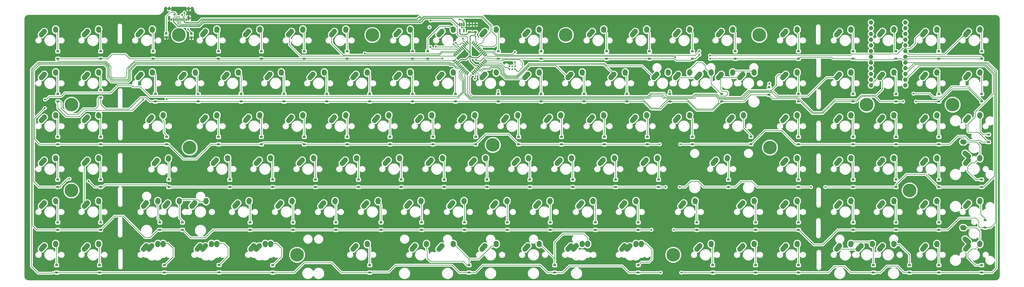
<source format=gbl>
G04 #@! TF.GenerationSoftware,KiCad,Pcbnew,(5.0.0-rc2-dev-733-g23a9fcd91)*
G04 #@! TF.CreationDate,2018-06-09T19:11:19-04:00*
G04 #@! TF.ProjectId,100plus-2,313030706C75732D322E6B696361645F,rev?*
G04 #@! TF.SameCoordinates,Original*
G04 #@! TF.FileFunction,Copper,L2,Bot,Signal*
G04 #@! TF.FilePolarity,Positive*
%FSLAX45Y45*%
G04 Gerber Fmt 4.5, Leading zero omitted, Abs format (unit mm)*
G04 Created by KiCad (PCBNEW (5.0.0-rc2-dev-733-g23a9fcd91)) date 06/09/18 19:11:19*
%MOMM*%
%LPD*%
G01*
G04 APERTURE LIST*
%ADD10C,2.250000*%
%ADD11C,2.250000*%
%ADD12R,1.000000X0.995000*%
%ADD13R,1.200000X0.900000*%
%ADD14R,0.300000X1.150000*%
%ADD15R,0.600000X1.150000*%
%ADD16O,1.000000X2.100000*%
%ADD17O,1.000000X1.600000*%
%ADD18C,0.784860*%
%ADD19R,0.650000X1.560000*%
%ADD20C,0.550000*%
%ADD21C,0.100000*%
%ADD22C,1.000000*%
%ADD23C,6.000000*%
%ADD24C,1.879600*%
%ADD25C,0.800000*%
%ADD26C,0.250000*%
%ADD27C,0.400000*%
%ADD28C,0.254000*%
G04 APERTURE END LIST*
D10*
X15253875Y-16189750D03*
D11*
X15251875Y-16218750D02*
X15255875Y-16160750D01*
D10*
X15255875Y-16160750D03*
X14686375Y-16341750D03*
D11*
X14620875Y-16414750D02*
X14751875Y-16268750D01*
D10*
X14751875Y-16268750D03*
D12*
X12701000Y-8927750D03*
X12701000Y-8750250D03*
D10*
X25705625Y-8648750D03*
X25640125Y-8721750D03*
D11*
X25574625Y-8794750D02*
X25705625Y-8648750D01*
D10*
X26209625Y-8540750D03*
X26207625Y-8569750D03*
D11*
X26205625Y-8598750D02*
X26209625Y-8540750D01*
D10*
X10967625Y-8569750D03*
D11*
X10965625Y-8598750D02*
X10969625Y-8540750D01*
D10*
X10969625Y-8540750D03*
X10400125Y-8721750D03*
D11*
X10334625Y-8794750D02*
X10465625Y-8648750D01*
D10*
X10465625Y-8648750D03*
X39542625Y-10474750D03*
D11*
X39540625Y-10503750D02*
X39544625Y-10445750D01*
D10*
X39544625Y-10445750D03*
X38975125Y-10626750D03*
D11*
X38909625Y-10699750D02*
X39040625Y-10553750D01*
D10*
X39040625Y-10553750D03*
X29515625Y-10553750D03*
X29450125Y-10626750D03*
D11*
X29384625Y-10699750D02*
X29515625Y-10553750D01*
D10*
X30019625Y-10445750D03*
X30017625Y-10474750D03*
D11*
X30015625Y-10503750D02*
X30019625Y-10445750D01*
D10*
X26207625Y-10474750D03*
D11*
X26205625Y-10503750D02*
X26209625Y-10445750D01*
D10*
X26209625Y-10445750D03*
X25640125Y-10626750D03*
D11*
X25574625Y-10699750D02*
X25705625Y-10553750D01*
D10*
X25705625Y-10553750D03*
X11443875Y-12379750D03*
D11*
X11441875Y-12408750D02*
X11445875Y-12350750D01*
D10*
X11445875Y-12350750D03*
X10876375Y-12531750D03*
D11*
X10810875Y-12604750D02*
X10941875Y-12458750D01*
D10*
X10941875Y-12458750D03*
D12*
X11587000Y-8735000D03*
X11587000Y-8912500D03*
D10*
X8586375Y-14284750D03*
D11*
X8584375Y-14313750D02*
X8588375Y-14255750D01*
D10*
X8588375Y-14255750D03*
X8018875Y-14436750D03*
D11*
X7953375Y-14509750D02*
X8084375Y-14363750D01*
D10*
X8084375Y-14363750D03*
D13*
X11700000Y-15235000D03*
X11700000Y-15565000D03*
D10*
X11682000Y-14300625D03*
D11*
X11680000Y-14329625D02*
X11684000Y-14271625D01*
D10*
X11684000Y-14271625D03*
X11114500Y-14452625D03*
D11*
X11049000Y-14525625D02*
X11180000Y-14379625D01*
D10*
X11180000Y-14379625D03*
X35945000Y-14363750D03*
X35879500Y-14436750D03*
D11*
X35814000Y-14509750D02*
X35945000Y-14363750D01*
D10*
X36449000Y-14255750D03*
X36447000Y-14284750D03*
D11*
X36445000Y-14313750D02*
X36449000Y-14255750D01*
D13*
X32900000Y-13335000D03*
X32900000Y-13665000D03*
X25018000Y-8347000D03*
X25018000Y-8677000D03*
X25282000Y-8346000D03*
X25282000Y-8676000D03*
X6776250Y-9865000D03*
X6776250Y-9535000D03*
X8676250Y-9535000D03*
X8676250Y-9865000D03*
X11000000Y-9865000D03*
X11000000Y-9535000D03*
X13900000Y-9535000D03*
X13900000Y-9865000D03*
X15800000Y-9865000D03*
X15800000Y-9535000D03*
X17700000Y-9535000D03*
X17700000Y-9865000D03*
X19600000Y-9865000D03*
X19600000Y-9535000D03*
X22500000Y-9535000D03*
X22500000Y-9865000D03*
X23173000Y-9862000D03*
X23173000Y-9532000D03*
X26300000Y-9865000D03*
X26300000Y-9535000D03*
X28200000Y-9865000D03*
X28200000Y-9535000D03*
X31100000Y-9535000D03*
X31100000Y-9865000D03*
X33000000Y-9865000D03*
X33000000Y-9535000D03*
X34900000Y-9535000D03*
X34900000Y-9865000D03*
X36800000Y-9865000D03*
X36800000Y-9535000D03*
X39600000Y-9535000D03*
X39600000Y-9865000D03*
X42023750Y-9865000D03*
X42023750Y-9535000D03*
X43923750Y-9535000D03*
X43923750Y-9865000D03*
X45823750Y-9865000D03*
X45823750Y-9535000D03*
X47723750Y-9535000D03*
X47723750Y-9865000D03*
X6776250Y-11765000D03*
X6776250Y-11435000D03*
X8676250Y-11265000D03*
X8676250Y-11595000D03*
X11100000Y-11765000D03*
X11100000Y-11435000D03*
X13000000Y-11435000D03*
X13000000Y-11765000D03*
X14900000Y-11765000D03*
X14900000Y-11435000D03*
X16800000Y-11435000D03*
X16800000Y-11765000D03*
X18700000Y-11765000D03*
X18700000Y-11435000D03*
X20600000Y-11435000D03*
X20600000Y-11765000D03*
X22500000Y-11765000D03*
X22500000Y-11435000D03*
X24400000Y-11435000D03*
X24400000Y-11765000D03*
X26300000Y-11435000D03*
X26300000Y-11765000D03*
X28200000Y-11435000D03*
X28200000Y-11765000D03*
X30100000Y-11765000D03*
X30100000Y-11435000D03*
X32000000Y-11435000D03*
X32000000Y-11765000D03*
X33900000Y-11765000D03*
X33900000Y-11435000D03*
X36200000Y-11435000D03*
X36200000Y-11765000D03*
X38300000Y-11465000D03*
X38300000Y-11135000D03*
X39600000Y-11435000D03*
X39600000Y-11765000D03*
X42023750Y-11765000D03*
X42023750Y-11435000D03*
X43923750Y-11435000D03*
X43923750Y-11765000D03*
X45823750Y-11435000D03*
X45823750Y-11765000D03*
X47723750Y-11435000D03*
X47723750Y-11765000D03*
X6776250Y-13665000D03*
X6776250Y-13335000D03*
X8676250Y-13335000D03*
X8676250Y-13665000D03*
X11600000Y-13665000D03*
X11600000Y-13335000D03*
X13900000Y-13335000D03*
X13900000Y-13665000D03*
X15800000Y-13665000D03*
X15800000Y-13335000D03*
X17700000Y-13335000D03*
X17700000Y-13665000D03*
X19600000Y-13665000D03*
X19600000Y-13335000D03*
X21500000Y-13335000D03*
X21500000Y-13665000D03*
X23400000Y-13665000D03*
X23400000Y-13335000D03*
X25300000Y-13335000D03*
X25300000Y-13665000D03*
X27200000Y-13665000D03*
X27200000Y-13335000D03*
X29100000Y-13335000D03*
X29100000Y-13665000D03*
X31000000Y-13665000D03*
X31000000Y-13335000D03*
X34900000Y-13665000D03*
X34900000Y-13335000D03*
X37497000Y-13326000D03*
X37497000Y-13656000D03*
X39600000Y-13665000D03*
X39600000Y-13335000D03*
X42023750Y-13335000D03*
X42023750Y-13665000D03*
X43923750Y-13665000D03*
X43923750Y-13335000D03*
X45823750Y-13335000D03*
X45823750Y-13665000D03*
X48023750Y-13565000D03*
X48023750Y-13235000D03*
X6776250Y-15235000D03*
X6776250Y-15565000D03*
X8676250Y-15565000D03*
X8676250Y-15235000D03*
X14400000Y-15565000D03*
X14400000Y-15235000D03*
X16300000Y-15235000D03*
X16300000Y-15565000D03*
X18200000Y-15565000D03*
X18200000Y-15235000D03*
X20100000Y-15235000D03*
X20100000Y-15565000D03*
X22000000Y-15565000D03*
X22000000Y-15235000D03*
X23900000Y-15235000D03*
X23900000Y-15565000D03*
X25800000Y-15565000D03*
X25800000Y-15235000D03*
X27700000Y-15565000D03*
X27700000Y-15235000D03*
X29600000Y-15565000D03*
X29600000Y-15235000D03*
X31500000Y-15235000D03*
X31500000Y-15565000D03*
X33400000Y-15565000D03*
X33400000Y-15235000D03*
X36500000Y-15235000D03*
X36500000Y-15565000D03*
X39600000Y-15565000D03*
X39600000Y-15235000D03*
X42023750Y-15235000D03*
X42023750Y-15565000D03*
X43923750Y-15565000D03*
X43923750Y-15235000D03*
X45823750Y-15235000D03*
X45823750Y-15565000D03*
X47723750Y-15565000D03*
X47723750Y-15235000D03*
X6776250Y-17465000D03*
X6776250Y-17135000D03*
X8676250Y-17465000D03*
X8676250Y-17135000D03*
X11300000Y-17465000D03*
X11300000Y-17135000D03*
X12300000Y-17135000D03*
X12300000Y-17465000D03*
X15300000Y-17465000D03*
X15300000Y-17135000D03*
X17200000Y-17135000D03*
X17200000Y-17465000D03*
X19100000Y-17135000D03*
X19100000Y-17465000D03*
X21100000Y-17465000D03*
X21100000Y-17135000D03*
X22900000Y-17135000D03*
X22900000Y-17465000D03*
X24800000Y-17135000D03*
X24800000Y-17465000D03*
X26700000Y-17135000D03*
X26700000Y-17465000D03*
X28600000Y-17135000D03*
X28600000Y-17465000D03*
X30600000Y-17135000D03*
X30600000Y-17465000D03*
X32500000Y-17135000D03*
X32500000Y-17465000D03*
X35100000Y-17465000D03*
X35100000Y-17135000D03*
X37700000Y-17465000D03*
X37700000Y-17135000D03*
X39600000Y-17135000D03*
X39600000Y-17465000D03*
X42023750Y-17135000D03*
X42023750Y-17465000D03*
X43923750Y-17135000D03*
X43923750Y-17465000D03*
X45823750Y-17135000D03*
X45823750Y-17465000D03*
X47873750Y-17365000D03*
X47873750Y-17035000D03*
X6726250Y-19365000D03*
X6726250Y-19035000D03*
X8626250Y-19365000D03*
X8626250Y-19035000D03*
X11500000Y-19035000D03*
X11500000Y-19365000D03*
X16300000Y-19035000D03*
X16300000Y-19365000D03*
X20600000Y-19365000D03*
X20600000Y-19035000D03*
X25000000Y-19365000D03*
X25000000Y-19035000D03*
X28800000Y-19365000D03*
X28800000Y-19035000D03*
X32500000Y-19035000D03*
X32500000Y-19365000D03*
X35800000Y-19365000D03*
X35800000Y-19035000D03*
X37700000Y-19365000D03*
X37700000Y-19035000D03*
X39600000Y-19365000D03*
X39600000Y-19035000D03*
X42923750Y-19365000D03*
X42923750Y-19035000D03*
X44523750Y-19365000D03*
X44523750Y-19035000D03*
X45823750Y-19035000D03*
X45823750Y-19365000D03*
X47723750Y-19365000D03*
X47723750Y-19035000D03*
D14*
X12119375Y-8126375D03*
D15*
X12464375Y-8126375D03*
X12384375Y-8126375D03*
X11904375Y-8126375D03*
D16*
X11712375Y-8059875D03*
X12576375Y-8059875D03*
D17*
X11712375Y-7641875D03*
X12576375Y-7641875D03*
D15*
X11824375Y-8126375D03*
D14*
X12169375Y-8126375D03*
X12219375Y-8126375D03*
X12269375Y-8126375D03*
X12319375Y-8126375D03*
X12069375Y-8126375D03*
X12019375Y-8126375D03*
X11969375Y-8126375D03*
D10*
X6179375Y-8648750D03*
X6113875Y-8721750D03*
D11*
X6048375Y-8794750D02*
X6179375Y-8648750D01*
D10*
X6683375Y-8540750D03*
X6681375Y-8569750D03*
D11*
X6679375Y-8598750D02*
X6683375Y-8540750D01*
D10*
X8084375Y-8648750D03*
X8018875Y-8721750D03*
D11*
X7953375Y-8794750D02*
X8084375Y-8648750D01*
D10*
X8588375Y-8540750D03*
X8586375Y-8569750D03*
D11*
X8584375Y-8598750D02*
X8588375Y-8540750D01*
D10*
X13323125Y-8648750D03*
X13257625Y-8721750D03*
D11*
X13192125Y-8794750D02*
X13323125Y-8648750D01*
D10*
X13827125Y-8540750D03*
X13825125Y-8569750D03*
D11*
X13823125Y-8598750D02*
X13827125Y-8540750D01*
D10*
X15228125Y-8648750D03*
X15162625Y-8721750D03*
D11*
X15097125Y-8794750D02*
X15228125Y-8648750D01*
D10*
X15732125Y-8540750D03*
X15730125Y-8569750D03*
D11*
X15728125Y-8598750D02*
X15732125Y-8540750D01*
D10*
X17635125Y-8569750D03*
D11*
X17633125Y-8598750D02*
X17637125Y-8540750D01*
D10*
X17637125Y-8540750D03*
X17067625Y-8721750D03*
D11*
X17002125Y-8794750D02*
X17133125Y-8648750D01*
D10*
X17133125Y-8648750D03*
X19540125Y-8569750D03*
D11*
X19538125Y-8598750D02*
X19542125Y-8540750D01*
D10*
X19542125Y-8540750D03*
X18972625Y-8721750D03*
D11*
X18907125Y-8794750D02*
X19038125Y-8648750D01*
D10*
X19038125Y-8648750D03*
X21895625Y-8648750D03*
X21830125Y-8721750D03*
D11*
X21764625Y-8794750D02*
X21895625Y-8648750D01*
D10*
X22399625Y-8540750D03*
X22397625Y-8569750D03*
D11*
X22395625Y-8598750D02*
X22399625Y-8540750D01*
D10*
X24302625Y-8569750D03*
D11*
X24300625Y-8598750D02*
X24304625Y-8540750D01*
D10*
X24304625Y-8540750D03*
X23735125Y-8721750D03*
D11*
X23669625Y-8794750D02*
X23800625Y-8648750D01*
D10*
X23800625Y-8648750D03*
X27610625Y-8648750D03*
X27545125Y-8721750D03*
D11*
X27479625Y-8794750D02*
X27610625Y-8648750D01*
D10*
X28114625Y-8540750D03*
X28112625Y-8569750D03*
D11*
X28110625Y-8598750D02*
X28114625Y-8540750D01*
D10*
X30970125Y-8569750D03*
D11*
X30968125Y-8598750D02*
X30972125Y-8540750D01*
D10*
X30972125Y-8540750D03*
X30402625Y-8721750D03*
D11*
X30337125Y-8794750D02*
X30468125Y-8648750D01*
D10*
X30468125Y-8648750D03*
X32373125Y-8648750D03*
X32307625Y-8721750D03*
D11*
X32242125Y-8794750D02*
X32373125Y-8648750D01*
D10*
X32877125Y-8540750D03*
X32875125Y-8569750D03*
D11*
X32873125Y-8598750D02*
X32877125Y-8540750D01*
D10*
X34780125Y-8569750D03*
D11*
X34778125Y-8598750D02*
X34782125Y-8540750D01*
D10*
X34782125Y-8540750D03*
X34212625Y-8721750D03*
D11*
X34147125Y-8794750D02*
X34278125Y-8648750D01*
D10*
X34278125Y-8648750D03*
X36685125Y-8569750D03*
D11*
X36683125Y-8598750D02*
X36687125Y-8540750D01*
D10*
X36687125Y-8540750D03*
X36117625Y-8721750D03*
D11*
X36052125Y-8794750D02*
X36183125Y-8648750D01*
D10*
X36183125Y-8648750D03*
X39040625Y-8648750D03*
X38975125Y-8721750D03*
D11*
X38909625Y-8794750D02*
X39040625Y-8648750D01*
D10*
X39544625Y-8540750D03*
X39542625Y-8569750D03*
D11*
X39540625Y-8598750D02*
X39544625Y-8540750D01*
D10*
X41421875Y-8648750D03*
X41356375Y-8721750D03*
D11*
X41290875Y-8794750D02*
X41421875Y-8648750D01*
D10*
X41925875Y-8540750D03*
X41923875Y-8569750D03*
D11*
X41921875Y-8598750D02*
X41925875Y-8540750D01*
D10*
X43326875Y-8648750D03*
X43261375Y-8721750D03*
D11*
X43195875Y-8794750D02*
X43326875Y-8648750D01*
D10*
X43830875Y-8540750D03*
X43828875Y-8569750D03*
D11*
X43826875Y-8598750D02*
X43830875Y-8540750D01*
D10*
X45733875Y-8569750D03*
D11*
X45731875Y-8598750D02*
X45735875Y-8540750D01*
D10*
X45735875Y-8540750D03*
X45166375Y-8721750D03*
D11*
X45100875Y-8794750D02*
X45231875Y-8648750D01*
D10*
X45231875Y-8648750D03*
X47638875Y-8569750D03*
D11*
X47636875Y-8598750D02*
X47640875Y-8540750D01*
D10*
X47640875Y-8540750D03*
X47071375Y-8721750D03*
D11*
X47005875Y-8794750D02*
X47136875Y-8648750D01*
D10*
X47136875Y-8648750D03*
X6681375Y-10474750D03*
D11*
X6679375Y-10503750D02*
X6683375Y-10445750D01*
D10*
X6683375Y-10445750D03*
X6113875Y-10626750D03*
D11*
X6048375Y-10699750D02*
X6179375Y-10553750D01*
D10*
X6179375Y-10553750D03*
X8084375Y-10553750D03*
X8018875Y-10626750D03*
D11*
X7953375Y-10699750D02*
X8084375Y-10553750D01*
D10*
X8588375Y-10445750D03*
X8586375Y-10474750D03*
D11*
X8584375Y-10503750D02*
X8588375Y-10445750D01*
D10*
X10967625Y-10474750D03*
D11*
X10965625Y-10503750D02*
X10969625Y-10445750D01*
D10*
X10969625Y-10445750D03*
X10400125Y-10626750D03*
D11*
X10334625Y-10699750D02*
X10465625Y-10553750D01*
D10*
X10465625Y-10553750D03*
X12370625Y-10553750D03*
X12305125Y-10626750D03*
D11*
X12239625Y-10699750D02*
X12370625Y-10553750D01*
D10*
X12874625Y-10445750D03*
X12872625Y-10474750D03*
D11*
X12870625Y-10503750D02*
X12874625Y-10445750D01*
D10*
X14275625Y-10553750D03*
X14210125Y-10626750D03*
D11*
X14144625Y-10699750D02*
X14275625Y-10553750D01*
D10*
X14779625Y-10445750D03*
X14777625Y-10474750D03*
D11*
X14775625Y-10503750D02*
X14779625Y-10445750D01*
D10*
X16682625Y-10474750D03*
D11*
X16680625Y-10503750D02*
X16684625Y-10445750D01*
D10*
X16684625Y-10445750D03*
X16115125Y-10626750D03*
D11*
X16049625Y-10699750D02*
X16180625Y-10553750D01*
D10*
X16180625Y-10553750D03*
X18587625Y-10474750D03*
D11*
X18585625Y-10503750D02*
X18589625Y-10445750D01*
D10*
X18589625Y-10445750D03*
X18020125Y-10626750D03*
D11*
X17954625Y-10699750D02*
X18085625Y-10553750D01*
D10*
X18085625Y-10553750D03*
X19990625Y-10553750D03*
X19925125Y-10626750D03*
D11*
X19859625Y-10699750D02*
X19990625Y-10553750D01*
D10*
X20494625Y-10445750D03*
X20492625Y-10474750D03*
D11*
X20490625Y-10503750D02*
X20494625Y-10445750D01*
D10*
X22397625Y-10474750D03*
D11*
X22395625Y-10503750D02*
X22399625Y-10445750D01*
D10*
X22399625Y-10445750D03*
X21830125Y-10626750D03*
D11*
X21764625Y-10699750D02*
X21895625Y-10553750D01*
D10*
X21895625Y-10553750D03*
X23800625Y-10553750D03*
X23735125Y-10626750D03*
D11*
X23669625Y-10699750D02*
X23800625Y-10553750D01*
D10*
X24304625Y-10445750D03*
X24302625Y-10474750D03*
D11*
X24300625Y-10503750D02*
X24304625Y-10445750D01*
D10*
X28112625Y-10474750D03*
D11*
X28110625Y-10503750D02*
X28114625Y-10445750D01*
D10*
X28114625Y-10445750D03*
X27545125Y-10626750D03*
D11*
X27479625Y-10699750D02*
X27610625Y-10553750D01*
D10*
X27610625Y-10553750D03*
X31922625Y-10474750D03*
D11*
X31920625Y-10503750D02*
X31924625Y-10445750D01*
D10*
X31924625Y-10445750D03*
X31355125Y-10626750D03*
D11*
X31289625Y-10699750D02*
X31420625Y-10553750D01*
D10*
X31420625Y-10553750D03*
X33325625Y-10553750D03*
X33260125Y-10626750D03*
D11*
X33194625Y-10699750D02*
X33325625Y-10553750D01*
D10*
X33829625Y-10445750D03*
X33827625Y-10474750D03*
D11*
X33825625Y-10503750D02*
X33829625Y-10445750D01*
D10*
X35230625Y-10553750D03*
X35165125Y-10626750D03*
D11*
X35099625Y-10699750D02*
X35230625Y-10553750D01*
D10*
X35734625Y-10445750D03*
X35732625Y-10474750D03*
D11*
X35730625Y-10503750D02*
X35734625Y-10445750D01*
D10*
X37135625Y-10553750D03*
X37070125Y-10626750D03*
D11*
X37004625Y-10699750D02*
X37135625Y-10553750D01*
D10*
X37639625Y-10445750D03*
X37637625Y-10474750D03*
D11*
X37635625Y-10503750D02*
X37639625Y-10445750D01*
D10*
X41923875Y-10474750D03*
D11*
X41921875Y-10503750D02*
X41925875Y-10445750D01*
D10*
X41925875Y-10445750D03*
X41356375Y-10626750D03*
D11*
X41290875Y-10699750D02*
X41421875Y-10553750D01*
D10*
X41421875Y-10553750D03*
X43326875Y-10553750D03*
X43261375Y-10626750D03*
D11*
X43195875Y-10699750D02*
X43326875Y-10553750D01*
D10*
X43830875Y-10445750D03*
X43828875Y-10474750D03*
D11*
X43826875Y-10503750D02*
X43830875Y-10445750D01*
D10*
X45231875Y-10553750D03*
X45166375Y-10626750D03*
D11*
X45100875Y-10699750D02*
X45231875Y-10553750D01*
D10*
X45735875Y-10445750D03*
X45733875Y-10474750D03*
D11*
X45731875Y-10503750D02*
X45735875Y-10445750D01*
D10*
X47136875Y-10553750D03*
X47071375Y-10626750D03*
D11*
X47005875Y-10699750D02*
X47136875Y-10553750D01*
D10*
X47640875Y-10445750D03*
X47638875Y-10474750D03*
D11*
X47636875Y-10503750D02*
X47640875Y-10445750D01*
D10*
X6681375Y-12379750D03*
D11*
X6679375Y-12408750D02*
X6683375Y-12350750D01*
D10*
X6683375Y-12350750D03*
X6113875Y-12531750D03*
D11*
X6048375Y-12604750D02*
X6179375Y-12458750D01*
D10*
X6179375Y-12458750D03*
X8084375Y-12458750D03*
X8018875Y-12531750D03*
D11*
X7953375Y-12604750D02*
X8084375Y-12458750D01*
D10*
X8588375Y-12350750D03*
X8586375Y-12379750D03*
D11*
X8584375Y-12408750D02*
X8588375Y-12350750D01*
D10*
X13323125Y-12458750D03*
X13257625Y-12531750D03*
D11*
X13192125Y-12604750D02*
X13323125Y-12458750D01*
D10*
X13827125Y-12350750D03*
X13825125Y-12379750D03*
D11*
X13823125Y-12408750D02*
X13827125Y-12350750D01*
D10*
X15228125Y-12458750D03*
X15162625Y-12531750D03*
D11*
X15097125Y-12604750D02*
X15228125Y-12458750D01*
D10*
X15732125Y-12350750D03*
X15730125Y-12379750D03*
D11*
X15728125Y-12408750D02*
X15732125Y-12350750D01*
D10*
X17635125Y-12379750D03*
D11*
X17633125Y-12408750D02*
X17637125Y-12350750D01*
D10*
X17637125Y-12350750D03*
X17067625Y-12531750D03*
D11*
X17002125Y-12604750D02*
X17133125Y-12458750D01*
D10*
X17133125Y-12458750D03*
X19540125Y-12379750D03*
D11*
X19538125Y-12408750D02*
X19542125Y-12350750D01*
D10*
X19542125Y-12350750D03*
X18972625Y-12531750D03*
D11*
X18907125Y-12604750D02*
X19038125Y-12458750D01*
D10*
X19038125Y-12458750D03*
X20943125Y-12458750D03*
X20877625Y-12531750D03*
D11*
X20812125Y-12604750D02*
X20943125Y-12458750D01*
D10*
X21447125Y-12350750D03*
X21445125Y-12379750D03*
D11*
X21443125Y-12408750D02*
X21447125Y-12350750D01*
D10*
X22848125Y-12458750D03*
X22782625Y-12531750D03*
D11*
X22717125Y-12604750D02*
X22848125Y-12458750D01*
D10*
X23352125Y-12350750D03*
X23350125Y-12379750D03*
D11*
X23348125Y-12408750D02*
X23352125Y-12350750D01*
D10*
X24753125Y-12458750D03*
X24687625Y-12531750D03*
D11*
X24622125Y-12604750D02*
X24753125Y-12458750D01*
D10*
X25257125Y-12350750D03*
X25255125Y-12379750D03*
D11*
X25253125Y-12408750D02*
X25257125Y-12350750D01*
D10*
X27160125Y-12379750D03*
D11*
X27158125Y-12408750D02*
X27162125Y-12350750D01*
D10*
X27162125Y-12350750D03*
X26592625Y-12531750D03*
D11*
X26527125Y-12604750D02*
X26658125Y-12458750D01*
D10*
X26658125Y-12458750D03*
X29065125Y-12379750D03*
D11*
X29063125Y-12408750D02*
X29067125Y-12350750D01*
D10*
X29067125Y-12350750D03*
X28497625Y-12531750D03*
D11*
X28432125Y-12604750D02*
X28563125Y-12458750D01*
D10*
X28563125Y-12458750D03*
X30468125Y-12458750D03*
X30402625Y-12531750D03*
D11*
X30337125Y-12604750D02*
X30468125Y-12458750D01*
D10*
X30972125Y-12350750D03*
X30970125Y-12379750D03*
D11*
X30968125Y-12408750D02*
X30972125Y-12350750D01*
D10*
X32373125Y-12458750D03*
X32307625Y-12531750D03*
D11*
X32242125Y-12604750D02*
X32373125Y-12458750D01*
D10*
X32877125Y-12350750D03*
X32875125Y-12379750D03*
D11*
X32873125Y-12408750D02*
X32877125Y-12350750D01*
D10*
X34780125Y-12379750D03*
D11*
X34778125Y-12408750D02*
X34782125Y-12350750D01*
D10*
X34782125Y-12350750D03*
X34212625Y-12531750D03*
D11*
X34147125Y-12604750D02*
X34278125Y-12458750D01*
D10*
X34278125Y-12458750D03*
X37161375Y-12379750D03*
D11*
X37159375Y-12408750D02*
X37163375Y-12350750D01*
D10*
X37163375Y-12350750D03*
X36593875Y-12531750D03*
D11*
X36528375Y-12604750D02*
X36659375Y-12458750D01*
D10*
X36659375Y-12458750D03*
X39542625Y-12379750D03*
D11*
X39540625Y-12408750D02*
X39544625Y-12350750D01*
D10*
X39544625Y-12350750D03*
X38975125Y-12531750D03*
D11*
X38909625Y-12604750D02*
X39040625Y-12458750D01*
D10*
X39040625Y-12458750D03*
X41421875Y-12458750D03*
X41356375Y-12531750D03*
D11*
X41290875Y-12604750D02*
X41421875Y-12458750D01*
D10*
X41925875Y-12350750D03*
X41923875Y-12379750D03*
D11*
X41921875Y-12408750D02*
X41925875Y-12350750D01*
D10*
X43326875Y-12458750D03*
X43261375Y-12531750D03*
D11*
X43195875Y-12604750D02*
X43326875Y-12458750D01*
D10*
X43830875Y-12350750D03*
X43828875Y-12379750D03*
D11*
X43826875Y-12408750D02*
X43830875Y-12350750D01*
D10*
X45733875Y-12379750D03*
D11*
X45731875Y-12408750D02*
X45735875Y-12350750D01*
D10*
X45735875Y-12350750D03*
X45166375Y-12531750D03*
D11*
X45100875Y-12604750D02*
X45231875Y-12458750D01*
D10*
X45231875Y-12458750D03*
X47136875Y-12458750D03*
X47071375Y-12531750D03*
D11*
X47005875Y-12604750D02*
X47136875Y-12458750D01*
D10*
X47640875Y-12350750D03*
X47638875Y-12379750D03*
D11*
X47636875Y-12408750D02*
X47640875Y-12350750D01*
D10*
X46986875Y-14061250D03*
X47059875Y-14126750D03*
D11*
X47132875Y-14192250D02*
X46986875Y-14061250D01*
D10*
X46878875Y-13557250D03*
X46907875Y-13559250D03*
D11*
X46936875Y-13561250D02*
X46878875Y-13557250D01*
D10*
X6179375Y-14363750D03*
X6113875Y-14436750D03*
D11*
X6048375Y-14509750D02*
X6179375Y-14363750D01*
D10*
X6683375Y-14255750D03*
X6681375Y-14284750D03*
D11*
X6679375Y-14313750D02*
X6683375Y-14255750D01*
D10*
X14301375Y-14284750D03*
D11*
X14299375Y-14313750D02*
X14303375Y-14255750D01*
D10*
X14303375Y-14255750D03*
X13733875Y-14436750D03*
D11*
X13668375Y-14509750D02*
X13799375Y-14363750D01*
D10*
X13799375Y-14363750D03*
X15704375Y-14363750D03*
X15638875Y-14436750D03*
D11*
X15573375Y-14509750D02*
X15704375Y-14363750D01*
D10*
X16208375Y-14255750D03*
X16206375Y-14284750D03*
D11*
X16204375Y-14313750D02*
X16208375Y-14255750D01*
D10*
X17609375Y-14363750D03*
X17543875Y-14436750D03*
D11*
X17478375Y-14509750D02*
X17609375Y-14363750D01*
D10*
X18113375Y-14255750D03*
X18111375Y-14284750D03*
D11*
X18109375Y-14313750D02*
X18113375Y-14255750D01*
D10*
X20016375Y-14284750D03*
D11*
X20014375Y-14313750D02*
X20018375Y-14255750D01*
D10*
X20018375Y-14255750D03*
X19448875Y-14436750D03*
D11*
X19383375Y-14509750D02*
X19514375Y-14363750D01*
D10*
X19514375Y-14363750D03*
X21419375Y-14363750D03*
X21353875Y-14436750D03*
D11*
X21288375Y-14509750D02*
X21419375Y-14363750D01*
D10*
X21923375Y-14255750D03*
X21921375Y-14284750D03*
D11*
X21919375Y-14313750D02*
X21923375Y-14255750D01*
D10*
X23324375Y-14363750D03*
X23258875Y-14436750D03*
D11*
X23193375Y-14509750D02*
X23324375Y-14363750D01*
D10*
X23828375Y-14255750D03*
X23826375Y-14284750D03*
D11*
X23824375Y-14313750D02*
X23828375Y-14255750D01*
D10*
X25229375Y-14363750D03*
X25163875Y-14436750D03*
D11*
X25098375Y-14509750D02*
X25229375Y-14363750D01*
D10*
X25733375Y-14255750D03*
X25731375Y-14284750D03*
D11*
X25729375Y-14313750D02*
X25733375Y-14255750D01*
D10*
X27636375Y-14284750D03*
D11*
X27634375Y-14313750D02*
X27638375Y-14255750D01*
D10*
X27638375Y-14255750D03*
X27068875Y-14436750D03*
D11*
X27003375Y-14509750D02*
X27134375Y-14363750D01*
D10*
X27134375Y-14363750D03*
X29541375Y-14284750D03*
D11*
X29539375Y-14313750D02*
X29543375Y-14255750D01*
D10*
X29543375Y-14255750D03*
X28973875Y-14436750D03*
D11*
X28908375Y-14509750D02*
X29039375Y-14363750D01*
D10*
X29039375Y-14363750D03*
X30944375Y-14363750D03*
X30878875Y-14436750D03*
D11*
X30813375Y-14509750D02*
X30944375Y-14363750D01*
D10*
X31448375Y-14255750D03*
X31446375Y-14284750D03*
D11*
X31444375Y-14313750D02*
X31448375Y-14255750D01*
D10*
X33351375Y-14284750D03*
D11*
X33349375Y-14313750D02*
X33353375Y-14255750D01*
D10*
X33353375Y-14255750D03*
X32783875Y-14436750D03*
D11*
X32718375Y-14509750D02*
X32849375Y-14363750D01*
D10*
X32849375Y-14363750D03*
X39040625Y-14363750D03*
X38975125Y-14436750D03*
D11*
X38909625Y-14509750D02*
X39040625Y-14363750D01*
D10*
X39544625Y-14255750D03*
X39542625Y-14284750D03*
D11*
X39540625Y-14313750D02*
X39544625Y-14255750D01*
D10*
X41923875Y-14284750D03*
D11*
X41921875Y-14313750D02*
X41925875Y-14255750D01*
D10*
X41925875Y-14255750D03*
X41356375Y-14436750D03*
D11*
X41290875Y-14509750D02*
X41421875Y-14363750D01*
D10*
X41421875Y-14363750D03*
X43326875Y-14363750D03*
X43261375Y-14436750D03*
D11*
X43195875Y-14509750D02*
X43326875Y-14363750D01*
D10*
X43830875Y-14255750D03*
X43828875Y-14284750D03*
D11*
X43826875Y-14313750D02*
X43830875Y-14255750D01*
D10*
X45733875Y-14284750D03*
D11*
X45731875Y-14313750D02*
X45735875Y-14255750D01*
D10*
X45735875Y-14255750D03*
X45166375Y-14436750D03*
D11*
X45100875Y-14509750D02*
X45231875Y-14363750D01*
D10*
X45231875Y-14363750D03*
X47136875Y-14363750D03*
X47071375Y-14436750D03*
D11*
X47005875Y-14509750D02*
X47136875Y-14363750D01*
D10*
X47640875Y-14255750D03*
X47638875Y-14284750D03*
D11*
X47636875Y-14313750D02*
X47640875Y-14255750D01*
D10*
X6681375Y-16189750D03*
D11*
X6679375Y-16218750D02*
X6683375Y-16160750D01*
D10*
X6683375Y-16160750D03*
X6113875Y-16341750D03*
D11*
X6048375Y-16414750D02*
X6179375Y-16268750D01*
D10*
X6179375Y-16268750D03*
X8084375Y-16268750D03*
X8018875Y-16341750D03*
D11*
X7953375Y-16414750D02*
X8084375Y-16268750D01*
D10*
X8588375Y-16160750D03*
X8586375Y-16189750D03*
D11*
X8584375Y-16218750D02*
X8588375Y-16160750D01*
D10*
X11205750Y-16189750D03*
D11*
X11203750Y-16218750D02*
X11207750Y-16160750D01*
D10*
X11207750Y-16160750D03*
X10638250Y-16341750D03*
D11*
X10572750Y-16414750D02*
X10703750Y-16268750D01*
D10*
X10703750Y-16268750D03*
X12158250Y-16189750D03*
D11*
X12156250Y-16218750D02*
X12160250Y-16160750D01*
D10*
X12160250Y-16160750D03*
X11590750Y-16341750D03*
D11*
X11525250Y-16414750D02*
X11656250Y-16268750D01*
D10*
X11656250Y-16268750D03*
X17158875Y-16189750D03*
D11*
X17156875Y-16218750D02*
X17160875Y-16160750D01*
D10*
X17160875Y-16160750D03*
X16591375Y-16341750D03*
D11*
X16525875Y-16414750D02*
X16656875Y-16268750D01*
D10*
X16656875Y-16268750D03*
X18561875Y-16268750D03*
X18496375Y-16341750D03*
D11*
X18430875Y-16414750D02*
X18561875Y-16268750D01*
D10*
X19065875Y-16160750D03*
X19063875Y-16189750D03*
D11*
X19061875Y-16218750D02*
X19065875Y-16160750D01*
D10*
X20968875Y-16189750D03*
D11*
X20966875Y-16218750D02*
X20970875Y-16160750D01*
D10*
X20970875Y-16160750D03*
X20401375Y-16341750D03*
D11*
X20335875Y-16414750D02*
X20466875Y-16268750D01*
D10*
X20466875Y-16268750D03*
X22371875Y-16268750D03*
X22306375Y-16341750D03*
D11*
X22240875Y-16414750D02*
X22371875Y-16268750D01*
D10*
X22875875Y-16160750D03*
X22873875Y-16189750D03*
D11*
X22871875Y-16218750D02*
X22875875Y-16160750D01*
D10*
X24778875Y-16189750D03*
D11*
X24776875Y-16218750D02*
X24780875Y-16160750D01*
D10*
X24780875Y-16160750D03*
X24211375Y-16341750D03*
D11*
X24145875Y-16414750D02*
X24276875Y-16268750D01*
D10*
X24276875Y-16268750D03*
X26181875Y-16268750D03*
X26116375Y-16341750D03*
D11*
X26050875Y-16414750D02*
X26181875Y-16268750D01*
D10*
X26685875Y-16160750D03*
X26683875Y-16189750D03*
D11*
X26681875Y-16218750D02*
X26685875Y-16160750D01*
D10*
X28588875Y-16189750D03*
D11*
X28586875Y-16218750D02*
X28590875Y-16160750D01*
D10*
X28590875Y-16160750D03*
X28021375Y-16341750D03*
D11*
X27955875Y-16414750D02*
X28086875Y-16268750D01*
D10*
X28086875Y-16268750D03*
X29991875Y-16268750D03*
X29926375Y-16341750D03*
D11*
X29860875Y-16414750D02*
X29991875Y-16268750D01*
D10*
X30495875Y-16160750D03*
X30493875Y-16189750D03*
D11*
X30491875Y-16218750D02*
X30495875Y-16160750D01*
D10*
X31896875Y-16268750D03*
X31831375Y-16341750D03*
D11*
X31765875Y-16414750D02*
X31896875Y-16268750D01*
D10*
X32400875Y-16160750D03*
X32398875Y-16189750D03*
D11*
X32396875Y-16218750D02*
X32400875Y-16160750D01*
D10*
X35018250Y-16189750D03*
D11*
X35016250Y-16218750D02*
X35020250Y-16160750D01*
D10*
X35020250Y-16160750D03*
X34450750Y-16341750D03*
D11*
X34385250Y-16414750D02*
X34516250Y-16268750D01*
D10*
X34516250Y-16268750D03*
X37637625Y-16189750D03*
D11*
X37635625Y-16218750D02*
X37639625Y-16160750D01*
D10*
X37639625Y-16160750D03*
X37070125Y-16341750D03*
D11*
X37004625Y-16414750D02*
X37135625Y-16268750D01*
D10*
X37135625Y-16268750D03*
X39040625Y-16268750D03*
X38975125Y-16341750D03*
D11*
X38909625Y-16414750D02*
X39040625Y-16268750D01*
D10*
X39544625Y-16160750D03*
X39542625Y-16189750D03*
D11*
X39540625Y-16218750D02*
X39544625Y-16160750D01*
D10*
X41923875Y-16189750D03*
D11*
X41921875Y-16218750D02*
X41925875Y-16160750D01*
D10*
X41925875Y-16160750D03*
X41356375Y-16341750D03*
D11*
X41290875Y-16414750D02*
X41421875Y-16268750D01*
D10*
X41421875Y-16268750D03*
X43326875Y-16268750D03*
X43261375Y-16341750D03*
D11*
X43195875Y-16414750D02*
X43326875Y-16268750D01*
D10*
X43830875Y-16160750D03*
X43828875Y-16189750D03*
D11*
X43826875Y-16218750D02*
X43830875Y-16160750D01*
D10*
X45733875Y-16189750D03*
D11*
X45731875Y-16218750D02*
X45735875Y-16160750D01*
D10*
X45735875Y-16160750D03*
X45166375Y-16341750D03*
D11*
X45100875Y-16414750D02*
X45231875Y-16268750D01*
D10*
X45231875Y-16268750D03*
X47638875Y-16189750D03*
D11*
X47636875Y-16218750D02*
X47640875Y-16160750D01*
D10*
X47640875Y-16160750D03*
X47071375Y-16341750D03*
D11*
X47005875Y-16414750D02*
X47136875Y-16268750D01*
D10*
X47136875Y-16268750D03*
X13348875Y-16189750D03*
D11*
X13346875Y-16218750D02*
X13350875Y-16160750D01*
D10*
X13350875Y-16160750D03*
X12781375Y-16341750D03*
D11*
X12715875Y-16414750D02*
X12846875Y-16268750D01*
D10*
X12846875Y-16268750D03*
X46907875Y-17369250D03*
D11*
X46936875Y-17371250D02*
X46878875Y-17367250D01*
D10*
X46878875Y-17367250D03*
X47059875Y-17936750D03*
D11*
X47132875Y-18002250D02*
X46986875Y-17871250D01*
D10*
X46986875Y-17871250D03*
X24302625Y-18094750D03*
D11*
X24300625Y-18123750D02*
X24304625Y-18065750D01*
D10*
X24304625Y-18065750D03*
X23735125Y-18246750D03*
D11*
X23669625Y-18319750D02*
X23800625Y-18173750D01*
D10*
X23800625Y-18173750D03*
X6179375Y-18173750D03*
X6113875Y-18246750D03*
D11*
X6048375Y-18319750D02*
X6179375Y-18173750D01*
D10*
X6683375Y-18065750D03*
X6681375Y-18094750D03*
D11*
X6679375Y-18123750D02*
X6683375Y-18065750D01*
D10*
X8084375Y-18173750D03*
X8018875Y-18246750D03*
D11*
X7953375Y-18319750D02*
X8084375Y-18173750D01*
D10*
X8588375Y-18065750D03*
X8586375Y-18094750D03*
D11*
X8584375Y-18123750D02*
X8588375Y-18065750D01*
D10*
X11443875Y-18094750D03*
D11*
X11441875Y-18123750D02*
X11445875Y-18065750D01*
D10*
X11445875Y-18065750D03*
X10876375Y-18246750D03*
D11*
X10810875Y-18319750D02*
X10941875Y-18173750D01*
D10*
X10941875Y-18173750D03*
X15704375Y-18173750D03*
X15638875Y-18246750D03*
D11*
X15573375Y-18319750D02*
X15704375Y-18173750D01*
D10*
X16208375Y-18065750D03*
X16206375Y-18094750D03*
D11*
X16204375Y-18123750D02*
X16208375Y-18065750D01*
D10*
X20492625Y-18094750D03*
D11*
X20490625Y-18123750D02*
X20494625Y-18065750D01*
D10*
X20494625Y-18065750D03*
X19925125Y-18246750D03*
D11*
X19859625Y-18319750D02*
X19990625Y-18173750D01*
D10*
X19990625Y-18173750D03*
X26207625Y-18094750D03*
D11*
X26205625Y-18123750D02*
X26209625Y-18065750D01*
D10*
X26209625Y-18065750D03*
X25640125Y-18246750D03*
D11*
X25574625Y-18319750D02*
X25705625Y-18173750D01*
D10*
X25705625Y-18173750D03*
X30017625Y-18094750D03*
D11*
X30015625Y-18123750D02*
X30019625Y-18065750D01*
D10*
X30019625Y-18065750D03*
X29450125Y-18246750D03*
D11*
X29384625Y-18319750D02*
X29515625Y-18173750D01*
D10*
X29515625Y-18173750D03*
X32398875Y-18094750D03*
D11*
X32396875Y-18123750D02*
X32400875Y-18065750D01*
D10*
X32400875Y-18065750D03*
X31831375Y-18246750D03*
D11*
X31765875Y-18319750D02*
X31896875Y-18173750D01*
D10*
X31896875Y-18173750D03*
X35732625Y-18094750D03*
D11*
X35730625Y-18123750D02*
X35734625Y-18065750D01*
D10*
X35734625Y-18065750D03*
X35165125Y-18246750D03*
D11*
X35099625Y-18319750D02*
X35230625Y-18173750D01*
D10*
X35230625Y-18173750D03*
X37637625Y-18094750D03*
D11*
X37635625Y-18123750D02*
X37639625Y-18065750D01*
D10*
X37639625Y-18065750D03*
X37070125Y-18246750D03*
D11*
X37004625Y-18319750D02*
X37135625Y-18173750D01*
D10*
X37135625Y-18173750D03*
X39542625Y-18094750D03*
D11*
X39540625Y-18123750D02*
X39544625Y-18065750D01*
D10*
X39544625Y-18065750D03*
X38975125Y-18246750D03*
D11*
X38909625Y-18319750D02*
X39040625Y-18173750D01*
D10*
X39040625Y-18173750D03*
X41923875Y-18094750D03*
D11*
X41921875Y-18123750D02*
X41925875Y-18065750D01*
D10*
X41925875Y-18065750D03*
X41356375Y-18246750D03*
D11*
X41290875Y-18319750D02*
X41421875Y-18173750D01*
D10*
X41421875Y-18173750D03*
X43828875Y-18094750D03*
D11*
X43826875Y-18123750D02*
X43830875Y-18065750D01*
D10*
X43830875Y-18065750D03*
X43261375Y-18246750D03*
D11*
X43195875Y-18319750D02*
X43326875Y-18173750D01*
D10*
X43326875Y-18173750D03*
X45231875Y-18173750D03*
X45166375Y-18246750D03*
D11*
X45100875Y-18319750D02*
X45231875Y-18173750D01*
D10*
X45735875Y-18065750D03*
X45733875Y-18094750D03*
D11*
X45731875Y-18123750D02*
X45735875Y-18065750D01*
D10*
X47638875Y-18094750D03*
D11*
X47636875Y-18123750D02*
X47640875Y-18065750D01*
D10*
X47640875Y-18065750D03*
X47071375Y-18246750D03*
D11*
X47005875Y-18319750D02*
X47136875Y-18173750D01*
D10*
X47136875Y-18173750D03*
X27610625Y-18173750D03*
X27545125Y-18246750D03*
D11*
X27479625Y-18319750D02*
X27610625Y-18173750D01*
D10*
X28114625Y-18065750D03*
X28112625Y-18094750D03*
D11*
X28110625Y-18123750D02*
X28114625Y-18065750D01*
D10*
X42876375Y-18094750D03*
D11*
X42874375Y-18123750D02*
X42878375Y-18065750D01*
D10*
X42878375Y-18065750D03*
X42308875Y-18246750D03*
D11*
X42243375Y-18319750D02*
X42374375Y-18173750D01*
D10*
X42374375Y-18173750D03*
D18*
X27043000Y-10329000D03*
X27043000Y-10202000D03*
X26916000Y-10329000D03*
X26916000Y-10202000D03*
X26789000Y-10329000D03*
X26789000Y-10202000D03*
D19*
X24588000Y-8345000D03*
X24683000Y-8345000D03*
X24778000Y-8345000D03*
X24778000Y-8615000D03*
X24588000Y-8615000D03*
D10*
X34278125Y-10553750D03*
X34212625Y-10626750D03*
D11*
X34147125Y-10699750D02*
X34278125Y-10553750D01*
D10*
X34782125Y-10445750D03*
X34780125Y-10474750D03*
D11*
X34778125Y-10503750D02*
X34782125Y-10445750D01*
D10*
X36685125Y-10474750D03*
D11*
X36683125Y-10503750D02*
X36687125Y-10445750D01*
D10*
X36687125Y-10445750D03*
X36117625Y-10626750D03*
D11*
X36052125Y-10699750D02*
X36183125Y-10553750D01*
D10*
X36183125Y-10553750D03*
D20*
X24933792Y-10515894D03*
D21*
G36*
X24900204Y-10588372D02*
X24861313Y-10549481D01*
X24967379Y-10443415D01*
X25006270Y-10482306D01*
X24900204Y-10588372D01*
X24900204Y-10588372D01*
G37*
D20*
X24877223Y-10459325D03*
D21*
G36*
X24843636Y-10531803D02*
X24804745Y-10492913D01*
X24910811Y-10386847D01*
X24949702Y-10425737D01*
X24843636Y-10531803D01*
X24843636Y-10531803D01*
G37*
D20*
X24820655Y-10402757D03*
D21*
G36*
X24787067Y-10475235D02*
X24748176Y-10436344D01*
X24854242Y-10330278D01*
X24893133Y-10369169D01*
X24787067Y-10475235D01*
X24787067Y-10475235D01*
G37*
D20*
X24764086Y-10346188D03*
D21*
G36*
X24730499Y-10418666D02*
X24691608Y-10379776D01*
X24797674Y-10273710D01*
X24836565Y-10312600D01*
X24730499Y-10418666D01*
X24730499Y-10418666D01*
G37*
D20*
X24707518Y-10289619D03*
D21*
G36*
X24673930Y-10362098D02*
X24635039Y-10323207D01*
X24741105Y-10217141D01*
X24779996Y-10256032D01*
X24673930Y-10362098D01*
X24673930Y-10362098D01*
G37*
D20*
X24650949Y-10233051D03*
D21*
G36*
X24617361Y-10305529D02*
X24578471Y-10266639D01*
X24684537Y-10160573D01*
X24723427Y-10199463D01*
X24617361Y-10305529D01*
X24617361Y-10305529D01*
G37*
D20*
X24594381Y-10176482D03*
D21*
G36*
X24560793Y-10248961D02*
X24521902Y-10210070D01*
X24627968Y-10104004D01*
X24666859Y-10142895D01*
X24560793Y-10248961D01*
X24560793Y-10248961D01*
G37*
D20*
X24537812Y-10119914D03*
D21*
G36*
X24504224Y-10192392D02*
X24465334Y-10153501D01*
X24571400Y-10047435D01*
X24610290Y-10086326D01*
X24504224Y-10192392D01*
X24504224Y-10192392D01*
G37*
D20*
X24481243Y-10063345D03*
D21*
G36*
X24447656Y-10135824D02*
X24408765Y-10096933D01*
X24514831Y-9990867D01*
X24553722Y-10029758D01*
X24447656Y-10135824D01*
X24447656Y-10135824D01*
G37*
D20*
X24424675Y-10006777D03*
D21*
G36*
X24391087Y-10079255D02*
X24352197Y-10040364D01*
X24458263Y-9934298D01*
X24497153Y-9973189D01*
X24391087Y-10079255D01*
X24391087Y-10079255D01*
G37*
D20*
X24368106Y-9950208D03*
D21*
G36*
X24334519Y-10022687D02*
X24295628Y-9983796D01*
X24401694Y-9877730D01*
X24440585Y-9916621D01*
X24334519Y-10022687D01*
X24334519Y-10022687D01*
G37*
D20*
X24368106Y-9709792D03*
D21*
G36*
X24295628Y-9676204D02*
X24334519Y-9637313D01*
X24440585Y-9743379D01*
X24401694Y-9782270D01*
X24295628Y-9676204D01*
X24295628Y-9676204D01*
G37*
D20*
X24424675Y-9653223D03*
D21*
G36*
X24352197Y-9619636D02*
X24391087Y-9580745D01*
X24497153Y-9686811D01*
X24458263Y-9725702D01*
X24352197Y-9619636D01*
X24352197Y-9619636D01*
G37*
D20*
X24481243Y-9596655D03*
D21*
G36*
X24408765Y-9563067D02*
X24447656Y-9524176D01*
X24553722Y-9630242D01*
X24514831Y-9669133D01*
X24408765Y-9563067D01*
X24408765Y-9563067D01*
G37*
D20*
X24537812Y-9540086D03*
D21*
G36*
X24465334Y-9506499D02*
X24504224Y-9467608D01*
X24610290Y-9573674D01*
X24571400Y-9612565D01*
X24465334Y-9506499D01*
X24465334Y-9506499D01*
G37*
D20*
X24594381Y-9483518D03*
D21*
G36*
X24521902Y-9449930D02*
X24560793Y-9411039D01*
X24666859Y-9517105D01*
X24627968Y-9555996D01*
X24521902Y-9449930D01*
X24521902Y-9449930D01*
G37*
D20*
X24650949Y-9426949D03*
D21*
G36*
X24578471Y-9393362D02*
X24617361Y-9354471D01*
X24723427Y-9460537D01*
X24684537Y-9499428D01*
X24578471Y-9393362D01*
X24578471Y-9393362D01*
G37*
D20*
X24707518Y-9370381D03*
D21*
G36*
X24635039Y-9336793D02*
X24673930Y-9297902D01*
X24779996Y-9403968D01*
X24741105Y-9442859D01*
X24635039Y-9336793D01*
X24635039Y-9336793D01*
G37*
D20*
X24764086Y-9313812D03*
D21*
G36*
X24691608Y-9280224D02*
X24730499Y-9241334D01*
X24836565Y-9347400D01*
X24797674Y-9386290D01*
X24691608Y-9280224D01*
X24691608Y-9280224D01*
G37*
D20*
X24820655Y-9257244D03*
D21*
G36*
X24748176Y-9223656D02*
X24787067Y-9184765D01*
X24893133Y-9290831D01*
X24854242Y-9329722D01*
X24748176Y-9223656D01*
X24748176Y-9223656D01*
G37*
D20*
X24877223Y-9200675D03*
D21*
G36*
X24804745Y-9167087D02*
X24843636Y-9128197D01*
X24949702Y-9234263D01*
X24910811Y-9273153D01*
X24804745Y-9167087D01*
X24804745Y-9167087D01*
G37*
D20*
X24933792Y-9144106D03*
D21*
G36*
X24861313Y-9110519D02*
X24900204Y-9071628D01*
X25006270Y-9177694D01*
X24967379Y-9216585D01*
X24861313Y-9110519D01*
X24861313Y-9110519D01*
G37*
D20*
X25174208Y-9144106D03*
D21*
G36*
X25140621Y-9216585D02*
X25101730Y-9177694D01*
X25207796Y-9071628D01*
X25246687Y-9110519D01*
X25140621Y-9216585D01*
X25140621Y-9216585D01*
G37*
D20*
X25230777Y-9200675D03*
D21*
G36*
X25197189Y-9273153D02*
X25158298Y-9234263D01*
X25264364Y-9128197D01*
X25303255Y-9167087D01*
X25197189Y-9273153D01*
X25197189Y-9273153D01*
G37*
D20*
X25287345Y-9257244D03*
D21*
G36*
X25253758Y-9329722D02*
X25214867Y-9290831D01*
X25320933Y-9184765D01*
X25359824Y-9223656D01*
X25253758Y-9329722D01*
X25253758Y-9329722D01*
G37*
D20*
X25343914Y-9313812D03*
D21*
G36*
X25310326Y-9386290D02*
X25271435Y-9347400D01*
X25377501Y-9241334D01*
X25416392Y-9280224D01*
X25310326Y-9386290D01*
X25310326Y-9386290D01*
G37*
D20*
X25400482Y-9370381D03*
D21*
G36*
X25366895Y-9442859D02*
X25328004Y-9403968D01*
X25434070Y-9297902D01*
X25472961Y-9336793D01*
X25366895Y-9442859D01*
X25366895Y-9442859D01*
G37*
D20*
X25457051Y-9426949D03*
D21*
G36*
X25423463Y-9499428D02*
X25384572Y-9460537D01*
X25490638Y-9354471D01*
X25529529Y-9393362D01*
X25423463Y-9499428D01*
X25423463Y-9499428D01*
G37*
D20*
X25513619Y-9483518D03*
D21*
G36*
X25480032Y-9555996D02*
X25441141Y-9517105D01*
X25547207Y-9411039D01*
X25586098Y-9449930D01*
X25480032Y-9555996D01*
X25480032Y-9555996D01*
G37*
D20*
X25570188Y-9540086D03*
D21*
G36*
X25536600Y-9612565D02*
X25497710Y-9573674D01*
X25603776Y-9467608D01*
X25642666Y-9506499D01*
X25536600Y-9612565D01*
X25536600Y-9612565D01*
G37*
D20*
X25626756Y-9596655D03*
D21*
G36*
X25593169Y-9669133D02*
X25554278Y-9630242D01*
X25660344Y-9524176D01*
X25699235Y-9563067D01*
X25593169Y-9669133D01*
X25593169Y-9669133D01*
G37*
D20*
X25683325Y-9653223D03*
D21*
G36*
X25649737Y-9725702D02*
X25610847Y-9686811D01*
X25716913Y-9580745D01*
X25755803Y-9619636D01*
X25649737Y-9725702D01*
X25649737Y-9725702D01*
G37*
D20*
X25739894Y-9709792D03*
D21*
G36*
X25706306Y-9782270D02*
X25667415Y-9743379D01*
X25773481Y-9637313D01*
X25812372Y-9676204D01*
X25706306Y-9782270D01*
X25706306Y-9782270D01*
G37*
D20*
X25739894Y-9950208D03*
D21*
G36*
X25667415Y-9916621D02*
X25706306Y-9877730D01*
X25812372Y-9983796D01*
X25773481Y-10022687D01*
X25667415Y-9916621D01*
X25667415Y-9916621D01*
G37*
D20*
X25683325Y-10006777D03*
D21*
G36*
X25610847Y-9973189D02*
X25649737Y-9934298D01*
X25755803Y-10040364D01*
X25716913Y-10079255D01*
X25610847Y-9973189D01*
X25610847Y-9973189D01*
G37*
D20*
X25626756Y-10063345D03*
D21*
G36*
X25554278Y-10029758D02*
X25593169Y-9990867D01*
X25699235Y-10096933D01*
X25660344Y-10135824D01*
X25554278Y-10029758D01*
X25554278Y-10029758D01*
G37*
D20*
X25570188Y-10119914D03*
D21*
G36*
X25497710Y-10086326D02*
X25536600Y-10047435D01*
X25642666Y-10153501D01*
X25603776Y-10192392D01*
X25497710Y-10086326D01*
X25497710Y-10086326D01*
G37*
D20*
X25513619Y-10176482D03*
D21*
G36*
X25441141Y-10142895D02*
X25480032Y-10104004D01*
X25586098Y-10210070D01*
X25547207Y-10248961D01*
X25441141Y-10142895D01*
X25441141Y-10142895D01*
G37*
D20*
X25457051Y-10233051D03*
D21*
G36*
X25384572Y-10199463D02*
X25423463Y-10160573D01*
X25529529Y-10266639D01*
X25490638Y-10305529D01*
X25384572Y-10199463D01*
X25384572Y-10199463D01*
G37*
D20*
X25400482Y-10289619D03*
D21*
G36*
X25328004Y-10256032D02*
X25366895Y-10217141D01*
X25472961Y-10323207D01*
X25434070Y-10362098D01*
X25328004Y-10256032D01*
X25328004Y-10256032D01*
G37*
D20*
X25343914Y-10346188D03*
D21*
G36*
X25271435Y-10312600D02*
X25310326Y-10273710D01*
X25416392Y-10379776D01*
X25377501Y-10418666D01*
X25271435Y-10312600D01*
X25271435Y-10312600D01*
G37*
D20*
X25287345Y-10402757D03*
D21*
G36*
X25214867Y-10369169D02*
X25253758Y-10330278D01*
X25359824Y-10436344D01*
X25320933Y-10475235D01*
X25214867Y-10369169D01*
X25214867Y-10369169D01*
G37*
D20*
X25230777Y-10459325D03*
D21*
G36*
X25158298Y-10425737D02*
X25197189Y-10386847D01*
X25303255Y-10492913D01*
X25264364Y-10531803D01*
X25158298Y-10425737D01*
X25158298Y-10425737D01*
G37*
D20*
X25174208Y-10515894D03*
D21*
G36*
X25101730Y-10482306D02*
X25140621Y-10443415D01*
X25246687Y-10549481D01*
X25207796Y-10588372D01*
X25101730Y-10482306D01*
X25101730Y-10482306D01*
G37*
D13*
X13924000Y-19356000D03*
X13924000Y-19026000D03*
D10*
X13825125Y-18094750D03*
D11*
X13823125Y-18123750D02*
X13827125Y-18065750D01*
D10*
X13827125Y-18065750D03*
X13257625Y-18246750D03*
D11*
X13192125Y-18319750D02*
X13323125Y-18173750D01*
D10*
X13323125Y-18173750D03*
D22*
X12019375Y-8985625D03*
X12269375Y-8985625D03*
X12144375Y-8985625D03*
X12019375Y-8635625D03*
X12269375Y-8635625D03*
X12144375Y-8635625D03*
D23*
X12144375Y-8810625D03*
D22*
X20591875Y-8985625D03*
X20841875Y-8985625D03*
X20716875Y-8985625D03*
X20591875Y-8635625D03*
X20841875Y-8635625D03*
X20716875Y-8635625D03*
D23*
X20716875Y-8810625D03*
D22*
X29164375Y-8985625D03*
X29414375Y-8985625D03*
X29289375Y-8985625D03*
X29164375Y-8635625D03*
X29414375Y-8635625D03*
X29289375Y-8635625D03*
D23*
X29289375Y-8810625D03*
D22*
X37736875Y-8985625D03*
X37986875Y-8985625D03*
X37861875Y-8985625D03*
X37736875Y-8635625D03*
X37986875Y-8635625D03*
X37861875Y-8635625D03*
D23*
X37861875Y-8810625D03*
D22*
X33926875Y-18748750D03*
X34176875Y-18748750D03*
X34051875Y-18748750D03*
X33926875Y-18398750D03*
X34176875Y-18398750D03*
X34051875Y-18398750D03*
D23*
X34051875Y-18573750D03*
D22*
X17258125Y-18748750D03*
X17508125Y-18748750D03*
X17383125Y-18748750D03*
X17258125Y-18398750D03*
X17508125Y-18398750D03*
X17383125Y-18398750D03*
D23*
X17383125Y-18573750D03*
D22*
X7256875Y-15891250D03*
X7506875Y-15891250D03*
X7381875Y-15891250D03*
X7256875Y-15541250D03*
X7506875Y-15541250D03*
X7381875Y-15541250D03*
D23*
X7381875Y-15716250D03*
D22*
X7256875Y-12081250D03*
X7506875Y-12081250D03*
X7381875Y-12081250D03*
X7256875Y-11731250D03*
X7506875Y-11731250D03*
X7381875Y-11731250D03*
D23*
X7381875Y-11906250D03*
D22*
X42499375Y-12081250D03*
X42749375Y-12081250D03*
X42624375Y-12081250D03*
X42499375Y-11731250D03*
X42749375Y-11731250D03*
X42624375Y-11731250D03*
D23*
X42624375Y-11906250D03*
D22*
X46309375Y-12081250D03*
X46559375Y-12081250D03*
X46434375Y-12081250D03*
X46309375Y-11731250D03*
X46559375Y-11731250D03*
X46434375Y-11731250D03*
D23*
X46434375Y-11906250D03*
D22*
X44404375Y-15891250D03*
X44654375Y-15891250D03*
X44529375Y-15891250D03*
X44404375Y-15541250D03*
X44654375Y-15541250D03*
X44529375Y-15541250D03*
D23*
X44529375Y-15716250D03*
D22*
X25932000Y-13869000D03*
X26182000Y-13869000D03*
X26057000Y-13869000D03*
X25932000Y-13519000D03*
X26182000Y-13519000D03*
X26057000Y-13519000D03*
D23*
X26057000Y-13694000D03*
D22*
X38213125Y-13986250D03*
X38463125Y-13986250D03*
X38338125Y-13986250D03*
X38213125Y-13636250D03*
X38463125Y-13636250D03*
X38338125Y-13636250D03*
D23*
X38338125Y-13811250D03*
D22*
X12495625Y-13986250D03*
X12745625Y-13986250D03*
X12620625Y-13986250D03*
X12495625Y-13636250D03*
X12745625Y-13636250D03*
X12620625Y-13636250D03*
D23*
X12620625Y-13811250D03*
D24*
X44338875Y-8255000D03*
X44338875Y-8509000D03*
X44338875Y-8763000D03*
X44338875Y-9017000D03*
X44338875Y-9271000D03*
X44338875Y-9525000D03*
X44338875Y-9779000D03*
X44338875Y-10033000D03*
X44338875Y-10287000D03*
X44338875Y-10541000D03*
X44338875Y-10795000D03*
X44338875Y-11049000D03*
X42814875Y-11049000D03*
X42814875Y-10795000D03*
X42814875Y-10541000D03*
X42814875Y-10287000D03*
X42814875Y-10033000D03*
X42814875Y-9779000D03*
X42814875Y-9525000D03*
X42814875Y-9271000D03*
X42814875Y-9017000D03*
X42814875Y-8763000D03*
X42814875Y-8509000D03*
X42814875Y-8255000D03*
D10*
X10703796Y-18173828D03*
X10638296Y-18246828D03*
D11*
X10572796Y-18319828D02*
X10703796Y-18173828D01*
D10*
X11207796Y-18065828D03*
X11205796Y-18094828D03*
D11*
X11203796Y-18123828D02*
X11207796Y-18065828D01*
D10*
X13587056Y-18094828D03*
D11*
X13585056Y-18123828D02*
X13589056Y-18065828D01*
D10*
X13589056Y-18065828D03*
X13019556Y-18246828D03*
D11*
X12954056Y-18319828D02*
X13085056Y-18173828D01*
D10*
X13085056Y-18173828D03*
X15968316Y-18094828D03*
D11*
X15966316Y-18123828D02*
X15970316Y-18065828D01*
D10*
X15970316Y-18065828D03*
X15400816Y-18246828D03*
D11*
X15335316Y-18319828D02*
X15466316Y-18173828D01*
D10*
X15466316Y-18173828D03*
X23112096Y-18094828D03*
D11*
X23110096Y-18123828D02*
X23114096Y-18065828D01*
D10*
X23114096Y-18065828D03*
X22544596Y-18246828D03*
D11*
X22479096Y-18319828D02*
X22610096Y-18173828D01*
D10*
X22610096Y-18173828D03*
X29753876Y-18173828D03*
X29688376Y-18246828D03*
D11*
X29622876Y-18319828D02*
X29753876Y-18173828D01*
D10*
X30257876Y-18065828D03*
X30255876Y-18094828D03*
D11*
X30253876Y-18123828D02*
X30257876Y-18065828D01*
D10*
X32637136Y-18094828D03*
D11*
X32635136Y-18123828D02*
X32639136Y-18065828D01*
D10*
X32639136Y-18065828D03*
X32069636Y-18246828D03*
D11*
X32004136Y-18319828D02*
X32135136Y-18173828D01*
D10*
X32135136Y-18173828D03*
D25*
X25305000Y-9907000D03*
X23831000Y-9855000D03*
X35686000Y-9865000D03*
X35216000Y-9688000D03*
X10561000Y-11678000D03*
X11603000Y-11648501D03*
X44242000Y-11765000D03*
X44807000Y-11765000D03*
X44701000Y-11412000D03*
X26298000Y-11298000D03*
X33902000Y-11316000D03*
X38310000Y-10966000D03*
X33452000Y-13665000D03*
X34361000Y-13665000D03*
X6200000Y-12059000D03*
X6208000Y-11675000D03*
X40158000Y-15565000D03*
X40791000Y-15565000D03*
X7291000Y-15198000D03*
X8136000Y-15302000D03*
X33713000Y-15565000D03*
X34338000Y-15565000D03*
X33089000Y-17465000D03*
X34073000Y-17465000D03*
X33089000Y-17465000D03*
X33497000Y-19365000D03*
X34408000Y-19365000D03*
X25032000Y-10193000D03*
X25241000Y-9682000D03*
X25241000Y-9682000D03*
X24828000Y-9699000D03*
X25386000Y-10067000D03*
X25460000Y-8316000D03*
X26788000Y-10035000D03*
X25728000Y-9410000D03*
X23783000Y-9193000D03*
X22834000Y-8018000D03*
X12385000Y-7821000D03*
X11938000Y-7899000D03*
X24583000Y-8123000D03*
X12284000Y-7914000D03*
X12548000Y-8562000D03*
X23298000Y-8169501D03*
X24731000Y-8966000D03*
X24412000Y-9152000D03*
X24315000Y-9221000D03*
X23532000Y-9328000D03*
X23249000Y-8464000D03*
X20384000Y-9626000D03*
X23288000Y-9343000D03*
X25261000Y-10752000D03*
X34147125Y-9797501D03*
X27036000Y-10018000D03*
X27035000Y-9564000D03*
X35684000Y-9725000D03*
X35207000Y-9523000D03*
X25296000Y-8889000D03*
D26*
X13900000Y-9865000D02*
X15800000Y-9865000D01*
X15800000Y-9865000D02*
X17700000Y-9865000D01*
X17785000Y-9865000D02*
X19600000Y-9865000D01*
X17700000Y-9865000D02*
X17785000Y-9865000D01*
X19600000Y-9865000D02*
X22500000Y-9865000D01*
X26300000Y-9865000D02*
X28200000Y-9865000D01*
X28200000Y-9865000D02*
X31100000Y-9865000D01*
X31100000Y-9865000D02*
X33000000Y-9865000D01*
X36800000Y-9865000D02*
X39600000Y-9865000D01*
X45823750Y-9865000D02*
X47723750Y-9865000D01*
X11015000Y-9865000D02*
X13900000Y-9865000D01*
X11000000Y-9865000D02*
X11015000Y-9865000D01*
X6861250Y-9865000D02*
X8676250Y-9865000D01*
X10996000Y-9861000D02*
X11000000Y-9865000D01*
X43838750Y-9865000D02*
X43923750Y-9865000D01*
X43798270Y-9905480D02*
X43838750Y-9865000D01*
X42149230Y-9905480D02*
X43798270Y-9905480D01*
X42108750Y-9865000D02*
X42149230Y-9905480D01*
X42023750Y-9865000D02*
X42108750Y-9865000D01*
X43923750Y-9865000D02*
X43938750Y-9865000D01*
X47723750Y-9795000D02*
X47723750Y-9865000D01*
X47679750Y-9751000D02*
X47723750Y-9795000D01*
X44338875Y-9779000D02*
X44366875Y-9751000D01*
X44366875Y-9751000D02*
X47679750Y-9751000D01*
X44174000Y-9865000D02*
X43923750Y-9865000D01*
X44215000Y-9906000D02*
X44174000Y-9865000D01*
X44430000Y-9906000D02*
X44215000Y-9906000D01*
X45823750Y-9865000D02*
X44471000Y-9865000D01*
X44471000Y-9865000D02*
X44430000Y-9906000D01*
X23170000Y-9865000D02*
X23173000Y-9862000D01*
X22500000Y-9865000D02*
X23170000Y-9865000D01*
X25354000Y-9956000D02*
X25305000Y-9907000D01*
X26300000Y-9865000D02*
X25932000Y-9865000D01*
X25354000Y-9956000D02*
X25523000Y-9956000D01*
X25523000Y-9956000D02*
X25646000Y-9833000D01*
X25900000Y-9833000D02*
X25932000Y-9865000D01*
X25646000Y-9833000D02*
X25900000Y-9833000D01*
X23173000Y-9862000D02*
X23824000Y-9862000D01*
X23824000Y-9862000D02*
X23831000Y-9855000D01*
X41938750Y-9865000D02*
X42023750Y-9865000D01*
X34815000Y-9935000D02*
X34181324Y-9935000D01*
X39600000Y-9865000D02*
X39615000Y-9865000D01*
X41135000Y-9865000D02*
X41938750Y-9865000D01*
X34181324Y-9935000D02*
X34111324Y-9865000D01*
X33085000Y-9865000D02*
X33000000Y-9865000D01*
X39615000Y-9865000D02*
X39685000Y-9795000D01*
X41065000Y-9795000D02*
X41135000Y-9865000D01*
X34900000Y-9865000D02*
X34885000Y-9865000D01*
X39685000Y-9795000D02*
X41065000Y-9795000D01*
X34885000Y-9865000D02*
X34815000Y-9935000D01*
X34111324Y-9865000D02*
X33085000Y-9865000D01*
X35686000Y-9865000D02*
X36800000Y-9865000D01*
X35039000Y-9865000D02*
X35176000Y-9728000D01*
X35176000Y-9728000D02*
X35216000Y-9688000D01*
X34900000Y-9865000D02*
X35039000Y-9865000D01*
X9967000Y-9865000D02*
X11000000Y-9865000D01*
X9771000Y-9669000D02*
X9967000Y-9865000D01*
X9192000Y-9669000D02*
X9771000Y-9669000D01*
X8996000Y-9865000D02*
X9192000Y-9669000D01*
X8676250Y-9865000D02*
X8996000Y-9865000D01*
X6776250Y-9865000D02*
X6861250Y-9865000D01*
X8789640Y-9865000D02*
X6776250Y-9865000D01*
X10185792Y-9950208D02*
X24368106Y-9950208D01*
X9835000Y-10649000D02*
X9835000Y-10301000D01*
X9773000Y-10712000D02*
X9773000Y-10711000D01*
X9773000Y-10711000D02*
X9835000Y-10649000D01*
X9206000Y-10712000D02*
X9773000Y-10712000D01*
X6776250Y-9951250D02*
X6804000Y-9979000D01*
X6776250Y-9865000D02*
X6776250Y-9951250D01*
X8903280Y-9979000D02*
X9128640Y-10204360D01*
X9128640Y-10204360D02*
X9130000Y-10204360D01*
X9835000Y-10301000D02*
X10185792Y-9950208D01*
X9130000Y-10636000D02*
X9206000Y-10712000D01*
X6804000Y-9979000D02*
X8903280Y-9979000D01*
X9130000Y-10204360D02*
X9130000Y-10636000D01*
X6776250Y-8695625D02*
X6679375Y-8598750D01*
X6776250Y-9535000D02*
X6776250Y-8695625D01*
X8676250Y-8628625D02*
X8588375Y-8540750D01*
X8676250Y-9535000D02*
X8676250Y-8628625D01*
X11000000Y-8633125D02*
X10965625Y-8598750D01*
X11000000Y-9535000D02*
X11000000Y-8633125D01*
X13900000Y-8675625D02*
X13823125Y-8598750D01*
X13900000Y-9535000D02*
X13900000Y-8675625D01*
X15800000Y-8670625D02*
X15728125Y-8598750D01*
X15800000Y-9535000D02*
X15800000Y-8670625D01*
X17700000Y-8665625D02*
X17700000Y-9535000D01*
X17633125Y-8598750D02*
X17700000Y-8665625D01*
X19600000Y-8660625D02*
X19600000Y-9535000D01*
X19538125Y-8598750D02*
X19600000Y-8660625D01*
X22500000Y-8703125D02*
X22500000Y-9535000D01*
X22395625Y-8598750D02*
X22500000Y-8703125D01*
X23173000Y-9532000D02*
X23173000Y-8961000D01*
X24130125Y-8428250D02*
X24300625Y-8598750D01*
X23705750Y-8428250D02*
X24130125Y-8428250D01*
X23173000Y-8961000D02*
X23705750Y-8428250D01*
X26300000Y-8693125D02*
X26300000Y-9535000D01*
X26205625Y-8598750D02*
X26300000Y-8693125D01*
X28200000Y-9465000D02*
X28200000Y-9535000D01*
X28200000Y-8688125D02*
X28200000Y-9465000D01*
X28110625Y-8598750D02*
X28200000Y-8688125D01*
X31100000Y-9465000D02*
X31100000Y-9535000D01*
X31100000Y-8730625D02*
X31100000Y-9465000D01*
X30968125Y-8598750D02*
X31100000Y-8730625D01*
X33000000Y-8725625D02*
X33000000Y-9535000D01*
X32873125Y-8598750D02*
X33000000Y-8725625D01*
X34900000Y-8720625D02*
X34900000Y-9535000D01*
X34778125Y-8598750D02*
X34900000Y-8720625D01*
X36800000Y-8715625D02*
X36800000Y-9535000D01*
X36683125Y-8598750D02*
X36800000Y-8715625D01*
X39540625Y-8598750D02*
X39600000Y-8658125D01*
X39612000Y-9523000D02*
X39600000Y-9535000D01*
X39612000Y-8790000D02*
X39612000Y-9523000D01*
X39540625Y-8598750D02*
X39540625Y-8718625D01*
X39540625Y-8718625D02*
X39612000Y-8790000D01*
X42023750Y-9465000D02*
X42023750Y-9535000D01*
X42023750Y-8700625D02*
X42023750Y-9465000D01*
X41921875Y-8598750D02*
X42023750Y-8700625D01*
X43855000Y-8564875D02*
X43830875Y-8540750D01*
X43855000Y-9481250D02*
X43855000Y-8564875D01*
X43923750Y-9535000D02*
X43908750Y-9535000D01*
X43908750Y-9535000D02*
X43855000Y-9481250D01*
X45823750Y-8690625D02*
X45823750Y-9535000D01*
X45731875Y-8598750D02*
X45823750Y-8690625D01*
X47723750Y-8685625D02*
X47723750Y-9535000D01*
X47636875Y-8598750D02*
X47723750Y-8685625D01*
X13000000Y-11765000D02*
X14900000Y-11765000D01*
X14900000Y-11765000D02*
X16800000Y-11765000D01*
X16800000Y-11765000D02*
X18700000Y-11765000D01*
X18700000Y-11765000D02*
X20600000Y-11765000D01*
X22500000Y-11765000D02*
X20600000Y-11765000D01*
X22500000Y-11765000D02*
X24400000Y-11765000D01*
X24400000Y-11765000D02*
X26300000Y-11765000D01*
X26300000Y-11765000D02*
X28200000Y-11765000D01*
X28200000Y-11765000D02*
X30100000Y-11765000D01*
X30100000Y-11765000D02*
X32000000Y-11765000D01*
X32000000Y-11765000D02*
X32749000Y-11765000D01*
X32749000Y-11765000D02*
X33084000Y-12100000D01*
X33815000Y-11765000D02*
X33900000Y-11765000D01*
X33480000Y-12100000D02*
X33815000Y-11765000D01*
X33084000Y-12100000D02*
X33480000Y-12100000D01*
X36185000Y-11765000D02*
X36200000Y-11765000D01*
X33900000Y-11765000D02*
X34697000Y-11765000D01*
X34697000Y-11765000D02*
X35082000Y-12150000D01*
X35082000Y-12150000D02*
X35730000Y-12150000D01*
X35730000Y-12150000D02*
X35731000Y-12149000D01*
X35731000Y-12149000D02*
X35801000Y-12149000D01*
X35801000Y-12149000D02*
X36185000Y-11765000D01*
X36200000Y-11765000D02*
X37187000Y-11765000D01*
X37487000Y-11465000D02*
X38300000Y-11465000D01*
X37187000Y-11765000D02*
X37487000Y-11465000D01*
X11100000Y-11765000D02*
X13000000Y-11765000D01*
X47723750Y-11691750D02*
X47723750Y-11765000D01*
X47145000Y-11113000D02*
X47723750Y-11691750D01*
X45570000Y-11571000D02*
X45922000Y-11571000D01*
X45922000Y-11571000D02*
X46380000Y-11113000D01*
X46380000Y-11113000D02*
X47145000Y-11113000D01*
X47708750Y-11765000D02*
X47723750Y-11765000D01*
X47148750Y-11205000D02*
X47708750Y-11765000D01*
X47148750Y-11206000D02*
X47148750Y-11205000D01*
X46397750Y-11206000D02*
X47148750Y-11206000D01*
X45823750Y-11765000D02*
X45838750Y-11765000D01*
X45838750Y-11765000D02*
X46397750Y-11206000D01*
X11659568Y-11648501D02*
X11603000Y-11648501D01*
X11689069Y-11619000D02*
X11659568Y-11648501D01*
X24628000Y-10482274D02*
X24628000Y-10687000D01*
X24628000Y-10687000D02*
X24750001Y-10809001D01*
X24764086Y-10346188D02*
X24628000Y-10482274D01*
X24750001Y-10809001D02*
X24750001Y-11364999D01*
X24750001Y-11364999D02*
X24496000Y-11619000D01*
X24496000Y-11619000D02*
X11689069Y-11619000D01*
X39600000Y-11695000D02*
X39600000Y-11765000D01*
X39542000Y-11637000D02*
X39600000Y-11695000D01*
X38300000Y-11465000D02*
X38472000Y-11637000D01*
X38472000Y-11637000D02*
X39542000Y-11637000D01*
X42184282Y-11765000D02*
X42417280Y-11532002D01*
X42417280Y-11532002D02*
X42984002Y-11532002D01*
X42984002Y-11532002D02*
X43217000Y-11765000D01*
X42023750Y-11765000D02*
X42184282Y-11765000D01*
X44802000Y-11765000D02*
X44807000Y-11765000D01*
X44807000Y-11765000D02*
X45823750Y-11765000D01*
X44802000Y-11765000D02*
X45823750Y-11765000D01*
X43217000Y-11765000D02*
X43923750Y-11765000D01*
X43923750Y-11765000D02*
X44242000Y-11765000D01*
X10077000Y-12162000D02*
X8008000Y-12162000D01*
X10561000Y-11678000D02*
X10077000Y-12162000D01*
X8008000Y-12162000D02*
X7736000Y-12434000D01*
X7736000Y-12434000D02*
X7143000Y-12434000D01*
X7143000Y-12434000D02*
X6776250Y-12067250D01*
X6776250Y-11835000D02*
X6776250Y-11765000D01*
X6776250Y-12067250D02*
X6776250Y-11835000D01*
X40674999Y-12295001D02*
X41205000Y-11765000D01*
X41938750Y-11765000D02*
X42023750Y-11765000D01*
X40215001Y-12295001D02*
X40674999Y-12295001D01*
X39600000Y-11765000D02*
X39685000Y-11765000D01*
X39685000Y-11765000D02*
X40215001Y-12295001D01*
X41205000Y-11765000D02*
X41938750Y-11765000D01*
X8562000Y-11638000D02*
X8605000Y-11595000D01*
X8562000Y-11973000D02*
X8562000Y-11638000D01*
X8445000Y-12090000D02*
X8562000Y-11973000D01*
X7909000Y-12090000D02*
X8445000Y-12090000D01*
X8605000Y-11595000D02*
X8676250Y-11595000D01*
X6888000Y-11765000D02*
X6928000Y-11805000D01*
X6928000Y-11805000D02*
X6928000Y-12060000D01*
X6928000Y-12060000D02*
X7203000Y-12335000D01*
X7203000Y-12335000D02*
X7664000Y-12335000D01*
X6776250Y-11765000D02*
X6888000Y-11765000D01*
X7664000Y-12335000D02*
X7909000Y-12090000D01*
X10856000Y-11765000D02*
X10959000Y-11765000D01*
X8676250Y-11886250D02*
X8891000Y-12101000D01*
X8676250Y-11595000D02*
X8676250Y-11886250D01*
X10959000Y-11765000D02*
X11100000Y-11765000D01*
X8891000Y-12101000D02*
X9937000Y-12101000D01*
X9937000Y-12101000D02*
X10443000Y-11595000D01*
X10443000Y-11595000D02*
X10686000Y-11595000D01*
X10686000Y-11595000D02*
X10856000Y-11765000D01*
X45411000Y-11412000D02*
X45570000Y-11571000D01*
X44701000Y-11412000D02*
X45411000Y-11412000D01*
X6776250Y-10600625D02*
X6679375Y-10503750D01*
X6776250Y-11435000D02*
X6776250Y-10600625D01*
X8676250Y-10533625D02*
X8588375Y-10445750D01*
X8676250Y-10595625D02*
X8676250Y-11265000D01*
X8584375Y-10503750D02*
X8676250Y-10595625D01*
X11100000Y-10576125D02*
X10969625Y-10445750D01*
X11100000Y-11435000D02*
X11100000Y-10576125D01*
X12985000Y-11435000D02*
X12952000Y-11402000D01*
X13000000Y-11435000D02*
X12985000Y-11435000D01*
X12952000Y-10585125D02*
X12870625Y-10503750D01*
X12952000Y-11402000D02*
X12952000Y-10585125D01*
X14900000Y-10628125D02*
X14900000Y-11435000D01*
X14775625Y-10503750D02*
X14900000Y-10628125D01*
X16800000Y-10623125D02*
X16800000Y-11435000D01*
X16680625Y-10503750D02*
X16800000Y-10623125D01*
X18700000Y-11365000D02*
X18700000Y-11435000D01*
X18700000Y-10618125D02*
X18700000Y-11365000D01*
X18585625Y-10503750D02*
X18700000Y-10618125D01*
X20600000Y-10613125D02*
X20600000Y-11435000D01*
X20490625Y-10503750D02*
X20600000Y-10613125D01*
X22500000Y-10608125D02*
X22500000Y-11435000D01*
X22395625Y-10503750D02*
X22500000Y-10608125D01*
X24400000Y-10603125D02*
X24400000Y-11435000D01*
X24300625Y-10503750D02*
X24400000Y-10603125D01*
X26300000Y-11435000D02*
X26300000Y-11300000D01*
X26300000Y-11300000D02*
X26298000Y-11298000D01*
X28200000Y-10593125D02*
X28200000Y-11435000D01*
X28110625Y-10503750D02*
X28200000Y-10593125D01*
X30100000Y-10588125D02*
X30100000Y-11435000D01*
X30015625Y-10503750D02*
X30100000Y-10588125D01*
X32000000Y-10583125D02*
X32000000Y-11435000D01*
X31920625Y-10503750D02*
X32000000Y-10583125D01*
X33825625Y-10503750D02*
X33900000Y-10578125D01*
X33900000Y-11435000D02*
X33900000Y-11318000D01*
X33900000Y-11318000D02*
X33902000Y-11316000D01*
X36185000Y-11435000D02*
X36200000Y-11435000D01*
X35730625Y-10980625D02*
X36185000Y-11435000D01*
X35730625Y-10503750D02*
X35730625Y-10980625D01*
X35696773Y-10503750D02*
X35730625Y-10503750D01*
X34778125Y-10503750D02*
X34778125Y-10365875D01*
X34778125Y-10365875D02*
X35113000Y-10031000D01*
X35113000Y-10031000D02*
X35330000Y-10031000D01*
X35330000Y-10031000D02*
X35469727Y-10170727D01*
X35469727Y-10170727D02*
X35469727Y-10276704D01*
X35469727Y-10276704D02*
X35696773Y-10503750D01*
X37543773Y-10445750D02*
X37639625Y-10445750D01*
X37506773Y-10408750D02*
X37543773Y-10445750D01*
X36778125Y-10408750D02*
X37506773Y-10408750D01*
X36683125Y-10503750D02*
X36778125Y-10408750D01*
X38300000Y-11135000D02*
X38300000Y-10976000D01*
X38300000Y-10976000D02*
X38310000Y-10966000D01*
X39600000Y-10563125D02*
X39600000Y-11435000D01*
X39540625Y-10503750D02*
X39600000Y-10563125D01*
X42023750Y-10605625D02*
X42023750Y-11435000D01*
X41921875Y-10503750D02*
X42023750Y-10605625D01*
X43923750Y-10600625D02*
X43923750Y-11435000D01*
X43826875Y-10503750D02*
X43923750Y-10600625D01*
X45823750Y-11365000D02*
X45823750Y-11435000D01*
X45823750Y-10595625D02*
X45823750Y-11365000D01*
X45731875Y-10503750D02*
X45823750Y-10595625D01*
X47636875Y-10503750D02*
X47723750Y-10590625D01*
X47723750Y-10590625D02*
X47723750Y-11435000D01*
X13900000Y-13665000D02*
X15800000Y-13665000D01*
X17700000Y-13665000D02*
X19600000Y-13665000D01*
X19600000Y-13665000D02*
X21500000Y-13665000D01*
X21585000Y-13665000D02*
X23400000Y-13665000D01*
X21500000Y-13665000D02*
X21585000Y-13665000D01*
X27200000Y-13665000D02*
X29100000Y-13665000D01*
X31000000Y-13665000D02*
X29100000Y-13665000D01*
X39600000Y-13665000D02*
X42023750Y-13665000D01*
X42023750Y-13665000D02*
X43923750Y-13665000D01*
X43923750Y-13665000D02*
X45823750Y-13665000D01*
X37512000Y-13656000D02*
X38109000Y-13059000D01*
X37497000Y-13656000D02*
X37512000Y-13656000D01*
X38109000Y-13059000D02*
X38862000Y-13059000D01*
X39468000Y-13665000D02*
X39600000Y-13665000D01*
X38862000Y-13059000D02*
X39468000Y-13665000D01*
X6776250Y-13665000D02*
X8676250Y-13665000D01*
X11597000Y-13668000D02*
X11600000Y-13665000D01*
X11709000Y-13665000D02*
X11709000Y-13693000D01*
X11600000Y-13665000D02*
X11709000Y-13665000D01*
X11709000Y-13693000D02*
X12338000Y-14322000D01*
X12906000Y-14322000D02*
X13563000Y-13665000D01*
X12338000Y-14322000D02*
X12906000Y-14322000D01*
X13563000Y-13665000D02*
X13900000Y-13665000D01*
X32900000Y-13665000D02*
X33452000Y-13665000D01*
X34361000Y-13665000D02*
X34900000Y-13665000D01*
X15815000Y-13665000D02*
X15885000Y-13595000D01*
X17685000Y-13665000D02*
X17700000Y-13665000D01*
X15885000Y-13595000D02*
X17615000Y-13595000D01*
X15800000Y-13665000D02*
X15815000Y-13665000D01*
X17615000Y-13595000D02*
X17685000Y-13665000D01*
X48023750Y-13565000D02*
X47731000Y-13565000D01*
X47731000Y-13565000D02*
X47666000Y-13500000D01*
X46310000Y-13665000D02*
X45823750Y-13665000D01*
X47666000Y-13500000D02*
X47171000Y-13500000D01*
X47171000Y-13500000D02*
X46972000Y-13301000D01*
X46972000Y-13301000D02*
X46674000Y-13301000D01*
X46674000Y-13301000D02*
X46310000Y-13665000D01*
X8676250Y-13665000D02*
X11600000Y-13665000D01*
X5747000Y-13442000D02*
X5970000Y-13665000D01*
X5970000Y-13665000D02*
X6776250Y-13665000D01*
X5747000Y-12512000D02*
X5747000Y-13442000D01*
X6200000Y-12059000D02*
X5747000Y-12512000D01*
X6264568Y-11675000D02*
X6208000Y-11675000D01*
X7088000Y-11384000D02*
X6932000Y-11540000D01*
X9119000Y-11384000D02*
X7088000Y-11384000D01*
X10048000Y-11057000D02*
X9446000Y-11057000D01*
X10104000Y-11113000D02*
X10048000Y-11057000D01*
X6932000Y-11540000D02*
X6399568Y-11540000D01*
X10438000Y-11113000D02*
X10104000Y-11113000D01*
X6399568Y-11540000D02*
X6264568Y-11675000D01*
X10857000Y-11532000D02*
X10438000Y-11113000D01*
X9446000Y-11057000D02*
X9119000Y-11384000D01*
X24707518Y-10289619D02*
X24568000Y-10429137D01*
X24568000Y-10717000D02*
X24705000Y-10854000D01*
X24568000Y-10429137D02*
X24568000Y-10717000D01*
X24705000Y-10854000D02*
X24705000Y-11341000D01*
X24705000Y-11341000D02*
X24514000Y-11532000D01*
X24514000Y-11532000D02*
X10857000Y-11532000D01*
X31000000Y-13665000D02*
X32900000Y-13665000D01*
X25294000Y-13659000D02*
X25300000Y-13665000D01*
X23400000Y-13665000D02*
X23406000Y-13659000D01*
X23406000Y-13659000D02*
X25294000Y-13659000D01*
X26755000Y-13220000D02*
X27200000Y-13665000D01*
X25300000Y-13665000D02*
X25745000Y-13220000D01*
X25745000Y-13220000D02*
X26755000Y-13220000D01*
X34909000Y-13656000D02*
X34900000Y-13665000D01*
X37497000Y-13656000D02*
X34909000Y-13656000D01*
X44432855Y-10701020D02*
X44338875Y-10795000D01*
X47867000Y-10175000D02*
X44958875Y-10175000D01*
X48240000Y-10548000D02*
X47867000Y-10175000D01*
X48240000Y-11425000D02*
X48240000Y-10548000D01*
X47437000Y-12449000D02*
X47437000Y-12228000D01*
X44958875Y-10175000D02*
X44432855Y-10701020D01*
X48008750Y-13565000D02*
X47577750Y-13134000D01*
X48023750Y-13565000D02*
X48008750Y-13565000D01*
X47577750Y-13134000D02*
X47147000Y-13134000D01*
X47437000Y-12228000D02*
X48240000Y-11425000D01*
X47147000Y-13134000D02*
X47111000Y-13098000D01*
X47111000Y-13098000D02*
X47111000Y-12775000D01*
X47111000Y-12775000D02*
X47437000Y-12449000D01*
X6776250Y-12443625D02*
X6683375Y-12350750D01*
X6776250Y-13335000D02*
X6776250Y-12443625D01*
X8676250Y-12438625D02*
X8588375Y-12350750D01*
X8676250Y-13335000D02*
X8676250Y-12438625D01*
X11441875Y-12408750D02*
X11441875Y-12588875D01*
X11441875Y-12588875D02*
X11493000Y-12640000D01*
X11600000Y-13265000D02*
X11600000Y-13335000D01*
X11493000Y-13158000D02*
X11600000Y-13265000D01*
X11493000Y-12640000D02*
X11493000Y-13158000D01*
X13900000Y-12423625D02*
X13827125Y-12350750D01*
X13900000Y-13335000D02*
X13900000Y-12423625D01*
X15800000Y-12480625D02*
X15800000Y-13335000D01*
X15728125Y-12408750D02*
X15800000Y-12480625D01*
X17700000Y-12475625D02*
X17700000Y-13335000D01*
X17633125Y-12408750D02*
X17700000Y-12475625D01*
X19600000Y-12470625D02*
X19600000Y-13335000D01*
X19538125Y-12408750D02*
X19600000Y-12470625D01*
X21500000Y-12465625D02*
X21500000Y-13335000D01*
X21443125Y-12408750D02*
X21500000Y-12465625D01*
X23400000Y-12460625D02*
X23400000Y-13335000D01*
X23348125Y-12408750D02*
X23400000Y-12460625D01*
X25300000Y-12455625D02*
X25300000Y-13335000D01*
X25253125Y-12408750D02*
X25300000Y-12455625D01*
X27200000Y-12450625D02*
X27200000Y-13335000D01*
X27158125Y-12408750D02*
X27200000Y-12450625D01*
X29100000Y-12445625D02*
X29100000Y-13363000D01*
X29063125Y-12408750D02*
X29100000Y-12445625D01*
X29100000Y-13363000D02*
X29100000Y-13335000D01*
X31000000Y-12440625D02*
X31000000Y-13335000D01*
X30968125Y-12408750D02*
X31000000Y-12440625D01*
X32900000Y-12435625D02*
X32900000Y-13346000D01*
X32873125Y-12408750D02*
X32900000Y-12435625D01*
X34900000Y-12530625D02*
X34900000Y-13335000D01*
X34778125Y-12408750D02*
X34900000Y-12530625D01*
X37159375Y-12408750D02*
X37200000Y-12449375D01*
X37497000Y-13256000D02*
X37497000Y-13326000D01*
X37159375Y-12918375D02*
X37497000Y-13256000D01*
X37159375Y-12408750D02*
X37159375Y-12918375D01*
X39600000Y-12468125D02*
X39600000Y-13335000D01*
X39540625Y-12408750D02*
X39600000Y-12468125D01*
X42023750Y-12510625D02*
X42023750Y-13335000D01*
X41921875Y-12408750D02*
X42023750Y-12510625D01*
X43923750Y-12505625D02*
X43923750Y-13335000D01*
X43826875Y-12408750D02*
X43923750Y-12505625D01*
X45823750Y-12500625D02*
X45823750Y-13335000D01*
X45731875Y-12408750D02*
X45823750Y-12500625D01*
X47656000Y-12427875D02*
X47636875Y-12408750D01*
X47656000Y-13109000D02*
X47656000Y-12427875D01*
X48023750Y-13235000D02*
X47782000Y-13235000D01*
X47782000Y-13235000D02*
X47656000Y-13109000D01*
X6776250Y-14348625D02*
X6683375Y-14255750D01*
X6776250Y-15235000D02*
X6776250Y-14348625D01*
X11700000Y-15565000D02*
X14400000Y-15565000D01*
X14400000Y-15565000D02*
X16300000Y-15565000D01*
X16300000Y-15565000D02*
X18200000Y-15565000D01*
X18200000Y-15565000D02*
X20100000Y-15565000D01*
X20100000Y-15565000D02*
X22000000Y-15565000D01*
X22000000Y-15565000D02*
X23900000Y-15565000D01*
X23900000Y-15565000D02*
X25800000Y-15565000D01*
X27700000Y-15565000D02*
X25800000Y-15565000D01*
X27700000Y-15565000D02*
X29600000Y-15565000D01*
X29600000Y-15565000D02*
X31500000Y-15565000D01*
X31500000Y-15565000D02*
X33400000Y-15565000D01*
X39600000Y-15565000D02*
X40158000Y-15565000D01*
X40791000Y-15565000D02*
X42023750Y-15565000D01*
X45823750Y-15565000D02*
X47663000Y-15565000D01*
X47663000Y-15565000D02*
X47723750Y-15565000D01*
X35402000Y-15565000D02*
X36500000Y-15565000D01*
X35148000Y-15311000D02*
X35402000Y-15565000D01*
X34839000Y-15311000D02*
X35148000Y-15311000D01*
X34585000Y-15565000D02*
X34839000Y-15311000D01*
X37779000Y-15565000D02*
X39600000Y-15565000D01*
X37538000Y-15324000D02*
X37779000Y-15565000D01*
X37048000Y-15324000D02*
X37538000Y-15324000D01*
X36500000Y-15565000D02*
X36807000Y-15565000D01*
X36807000Y-15565000D02*
X37048000Y-15324000D01*
X8399000Y-15565000D02*
X8676250Y-15565000D01*
X6899000Y-15524000D02*
X7225000Y-15198000D01*
X6899000Y-15565000D02*
X6899000Y-15524000D01*
X6776250Y-15565000D02*
X6899000Y-15565000D01*
X42023750Y-15565000D02*
X43923750Y-15565000D01*
X45808750Y-15565000D02*
X45823750Y-15565000D01*
X45245625Y-15001875D02*
X45808750Y-15565000D01*
X44385625Y-15001875D02*
X45245625Y-15001875D01*
X43923750Y-15463750D02*
X44385625Y-15001875D01*
X43923750Y-15565000D02*
X43923750Y-15463750D01*
X7225000Y-15198000D02*
X7291000Y-15198000D01*
X8136000Y-15302000D02*
X8399000Y-15565000D01*
X33400000Y-15565000D02*
X33713000Y-15565000D01*
X34338000Y-15565000D02*
X34585000Y-15565000D01*
X11599000Y-15464000D02*
X11700000Y-15565000D01*
X8862250Y-15464000D02*
X11599000Y-15464000D01*
X8676250Y-15565000D02*
X8761250Y-15565000D01*
X8761250Y-15565000D02*
X8862250Y-15464000D01*
X24590845Y-10293155D02*
X24650949Y-10233051D01*
X24120359Y-10116000D02*
X24163359Y-10159000D01*
X9998000Y-10366000D02*
X10248000Y-10116000D01*
X9894000Y-10895000D02*
X9998000Y-10791000D01*
X8970000Y-10715000D02*
X9150000Y-10895000D01*
X8841000Y-10116000D02*
X8970000Y-10245000D01*
X5972000Y-10116000D02*
X8841000Y-10116000D01*
X5700001Y-10387999D02*
X5972000Y-10116000D01*
X8970000Y-10245000D02*
X8970000Y-10715000D01*
X5700001Y-15319999D02*
X5700001Y-10387999D01*
X5945002Y-15565000D02*
X5700001Y-15319999D01*
X6776250Y-15565000D02*
X5945002Y-15565000D01*
X10248000Y-10116000D02*
X24120359Y-10116000D01*
X24303000Y-10159000D02*
X24437155Y-10293155D01*
X24163359Y-10159000D02*
X24303000Y-10159000D01*
X9150000Y-10895000D02*
X9894000Y-10895000D01*
X24437155Y-10293155D02*
X24590845Y-10293155D01*
X9998000Y-10791000D02*
X9998000Y-10366000D01*
X47808750Y-15565000D02*
X47723750Y-15565000D01*
X48290999Y-15082751D02*
X47808750Y-15565000D01*
X48290999Y-10525999D02*
X48290999Y-15082751D01*
X47892000Y-10127000D02*
X48290999Y-10525999D01*
X44338875Y-10541000D02*
X44752875Y-10127000D01*
X44752875Y-10127000D02*
X47892000Y-10127000D01*
X8676250Y-14405625D02*
X8584375Y-14313750D01*
X8676250Y-15235000D02*
X8676250Y-14405625D01*
X11700000Y-14287625D02*
X11684000Y-14271625D01*
X11700000Y-14349625D02*
X11680000Y-14329625D01*
X11700000Y-15235000D02*
X11700000Y-14349625D01*
X14400000Y-14414375D02*
X14299375Y-14313750D01*
X14400000Y-15235000D02*
X14400000Y-14414375D01*
X16300000Y-14409375D02*
X16300000Y-15235000D01*
X16204375Y-14313750D02*
X16300000Y-14409375D01*
X18200000Y-14404375D02*
X18200000Y-15235000D01*
X18109375Y-14313750D02*
X18200000Y-14404375D01*
X20100000Y-14399375D02*
X20100000Y-15235000D01*
X20014375Y-14313750D02*
X20100000Y-14399375D01*
X22000000Y-14394375D02*
X22000000Y-15235000D01*
X21919375Y-14313750D02*
X22000000Y-14394375D01*
X23900000Y-14389375D02*
X23900000Y-15235000D01*
X23824375Y-14313750D02*
X23900000Y-14389375D01*
X25800000Y-14384375D02*
X25800000Y-15235000D01*
X25729375Y-14313750D02*
X25800000Y-14384375D01*
X27700000Y-14379375D02*
X27700000Y-15235000D01*
X27634375Y-14313750D02*
X27700000Y-14379375D01*
X29600000Y-14374375D02*
X29600000Y-15235000D01*
X29539375Y-14313750D02*
X29600000Y-14374375D01*
X31500000Y-14369375D02*
X31500000Y-15235000D01*
X31444375Y-14313750D02*
X31500000Y-14369375D01*
X33400000Y-14364375D02*
X33400000Y-15235000D01*
X33349375Y-14313750D02*
X33400000Y-14364375D01*
X36500000Y-15165000D02*
X36500000Y-15235000D01*
X36500000Y-14368750D02*
X36500000Y-15165000D01*
X36445000Y-14313750D02*
X36500000Y-14368750D01*
X39600000Y-14373125D02*
X39600000Y-15235000D01*
X39540625Y-14313750D02*
X39600000Y-14373125D01*
X42023750Y-14415625D02*
X42023750Y-15235000D01*
X41921875Y-14313750D02*
X42023750Y-14415625D01*
X43923750Y-14410625D02*
X43923750Y-15235000D01*
X43826875Y-14313750D02*
X43923750Y-14410625D01*
X45823750Y-14405625D02*
X45823750Y-15235000D01*
X45731875Y-14313750D02*
X45823750Y-14405625D01*
X47640875Y-14096651D02*
X47640875Y-14255750D01*
X47640875Y-13722053D02*
X47640875Y-14096651D01*
X47480072Y-13561250D02*
X47640875Y-13722053D01*
X46936875Y-13561250D02*
X47480072Y-13561250D01*
X47723750Y-15235000D02*
X47471000Y-15235000D01*
X47471000Y-15235000D02*
X47103000Y-14867000D01*
X47103000Y-14867000D02*
X47103000Y-14657000D01*
X47103000Y-14657000D02*
X47278000Y-14482000D01*
X47582875Y-14313750D02*
X47636875Y-14313750D01*
X47414625Y-14482000D02*
X47582875Y-14313750D01*
X47278000Y-14482000D02*
X47414625Y-14482000D01*
X6776250Y-17465000D02*
X8676250Y-17465000D01*
X11300000Y-17465000D02*
X12300000Y-17465000D01*
X12315000Y-17465000D02*
X12664000Y-17814000D01*
X12300000Y-17465000D02*
X12315000Y-17465000D01*
X12664000Y-17814000D02*
X13312000Y-17814000D01*
X13661000Y-17465000D02*
X15300000Y-17465000D01*
X13312000Y-17814000D02*
X13661000Y-17465000D01*
X15300000Y-17465000D02*
X17200000Y-17465000D01*
X17200000Y-17465000D02*
X19100000Y-17465000D01*
X19100000Y-17465000D02*
X21100000Y-17465000D01*
X21100000Y-17465000D02*
X22900000Y-17465000D01*
X24800000Y-17465000D02*
X22900000Y-17465000D01*
X24800000Y-17465000D02*
X26700000Y-17465000D01*
X26700000Y-17465000D02*
X28575000Y-17465000D01*
X28575000Y-17465000D02*
X28600000Y-17465000D01*
X30600000Y-17465000D02*
X28600000Y-17465000D01*
X30600000Y-17465000D02*
X32500000Y-17465000D01*
X35100000Y-17465000D02*
X37700000Y-17465000D01*
X37700000Y-17465000D02*
X39600000Y-17465000D01*
X39600000Y-17465000D02*
X39615000Y-17465000D01*
X42023750Y-17465000D02*
X43973000Y-17465000D01*
X43973000Y-17465000D02*
X43923750Y-17465000D01*
X45823750Y-17465000D02*
X46212000Y-17465000D01*
X46212000Y-17465000D02*
X46738000Y-16939000D01*
X46738000Y-16939000D02*
X47464000Y-16939000D01*
X47464000Y-16939000D02*
X47589000Y-17064000D01*
X47589000Y-17064000D02*
X47589000Y-17316000D01*
X47638000Y-17365000D02*
X47873750Y-17365000D01*
X47589000Y-17316000D02*
X47638000Y-17365000D01*
X40089000Y-17939000D02*
X40090000Y-17939000D01*
X39615000Y-17465000D02*
X40089000Y-17939000D01*
X40090000Y-17939000D02*
X40280000Y-18129000D01*
X40684000Y-18129000D02*
X41348000Y-17465000D01*
X40280000Y-18129000D02*
X40684000Y-18129000D01*
X41348000Y-17465000D02*
X42023750Y-17465000D01*
X45823750Y-17465000D02*
X43923750Y-17465000D01*
X32500000Y-17465000D02*
X33089000Y-17465000D01*
X34073000Y-17465000D02*
X35100000Y-17465000D01*
X11215000Y-17465000D02*
X11300000Y-17465000D01*
X10877000Y-17803000D02*
X11215000Y-17465000D01*
X10632000Y-17803000D02*
X10877000Y-17803000D01*
X9683000Y-16854000D02*
X10632000Y-17803000D01*
X8676250Y-17465000D02*
X9287250Y-16854000D01*
X9287250Y-16854000D02*
X9683000Y-16854000D01*
X24534277Y-10236586D02*
X24444227Y-10236586D01*
X9174000Y-10828000D02*
X9015001Y-10669001D01*
X5653001Y-10350999D02*
X5653001Y-17274001D01*
X9882000Y-10828000D02*
X9174000Y-10828000D01*
X9015001Y-10669001D02*
X9015001Y-10218003D01*
X5934998Y-10069002D02*
X5653001Y-10350999D01*
X5844000Y-17465000D02*
X6691250Y-17465000D01*
X9952999Y-10347360D02*
X9952999Y-10757001D01*
X10229360Y-10070999D02*
X9952999Y-10347360D01*
X24138999Y-10070999D02*
X10229360Y-10070999D01*
X5653001Y-17274001D02*
X5844000Y-17465000D01*
X24181999Y-10113999D02*
X24138999Y-10070999D01*
X24321640Y-10113999D02*
X24181999Y-10113999D01*
X24444227Y-10236586D02*
X24321640Y-10113999D01*
X24594381Y-10176482D02*
X24534277Y-10236586D01*
X8866000Y-10069002D02*
X5934998Y-10069002D01*
X9952999Y-10757001D02*
X9882000Y-10828000D01*
X9015001Y-10218003D02*
X8866000Y-10069002D01*
X6691250Y-17465000D02*
X6776250Y-17465000D01*
X47871000Y-17365000D02*
X47873750Y-17365000D01*
X44494000Y-10287000D02*
X44702000Y-10079000D01*
X44338875Y-10287000D02*
X44494000Y-10287000D01*
X44702000Y-10079000D02*
X47952000Y-10079000D01*
X47952000Y-10079000D02*
X48336000Y-10463000D01*
X48113000Y-17365000D02*
X47871000Y-17365000D01*
X48336000Y-10463000D02*
X48336000Y-17142000D01*
X48336000Y-17142000D02*
X48113000Y-17365000D01*
X6776250Y-16315625D02*
X6679375Y-16218750D01*
X6776250Y-17135000D02*
X6776250Y-16315625D01*
X8676250Y-16310625D02*
X8584375Y-16218750D01*
X8676250Y-17135000D02*
X8676250Y-16310625D01*
X11207750Y-16319849D02*
X11207750Y-16160750D01*
X11207750Y-16972750D02*
X11207750Y-16319849D01*
X11300000Y-17065000D02*
X11207750Y-16972750D01*
X11300000Y-17135000D02*
X11300000Y-17065000D01*
X12160250Y-16319849D02*
X12160250Y-16160750D01*
X12160250Y-16925250D02*
X12160250Y-16319849D01*
X12300000Y-17065000D02*
X12160250Y-16925250D01*
X12300000Y-17135000D02*
X12300000Y-17065000D01*
X13074898Y-16218750D02*
X13346875Y-16218750D01*
X12979898Y-16123750D02*
X13074898Y-16218750D01*
X12251250Y-16123750D02*
X12979898Y-16123750D01*
X12156250Y-16218750D02*
X12251250Y-16123750D01*
X15300000Y-16266875D02*
X15251875Y-16218750D01*
X15300000Y-17135000D02*
X15300000Y-16266875D01*
X17200000Y-16261875D02*
X17200000Y-17135000D01*
X17156875Y-16218750D02*
X17200000Y-16261875D01*
X19100000Y-16256875D02*
X19100000Y-17135000D01*
X19061875Y-16218750D02*
X19100000Y-16256875D01*
X21100000Y-16351875D02*
X21100000Y-17135000D01*
X20966875Y-16218750D02*
X21100000Y-16351875D01*
X22900000Y-16246875D02*
X22900000Y-17135000D01*
X22871875Y-16218750D02*
X22900000Y-16246875D01*
X24800000Y-17065000D02*
X24800000Y-17135000D01*
X24800000Y-16241875D02*
X24800000Y-17065000D01*
X24776875Y-16218750D02*
X24800000Y-16241875D01*
X26700000Y-16174875D02*
X26685875Y-16160750D01*
X26700000Y-17135000D02*
X26700000Y-16174875D01*
X28600000Y-16231875D02*
X28600000Y-17135000D01*
X28586875Y-16218750D02*
X28600000Y-16231875D01*
X30600000Y-16326875D02*
X30600000Y-17135000D01*
X30491875Y-16218750D02*
X30600000Y-16326875D01*
X32500000Y-16321875D02*
X32500000Y-17135000D01*
X32396875Y-16218750D02*
X32500000Y-16321875D01*
X35100000Y-16302500D02*
X35100000Y-17135000D01*
X35016250Y-16218750D02*
X35100000Y-16302500D01*
X37700000Y-16283125D02*
X37700000Y-17135000D01*
X37635625Y-16218750D02*
X37700000Y-16283125D01*
X39600000Y-17065000D02*
X39600000Y-17135000D01*
X39600000Y-16278125D02*
X39600000Y-17065000D01*
X39540625Y-16218750D02*
X39600000Y-16278125D01*
X42023750Y-16320625D02*
X42023750Y-17135000D01*
X41921875Y-16218750D02*
X42023750Y-16320625D01*
X43923750Y-16315625D02*
X43923750Y-17135000D01*
X43826875Y-16218750D02*
X43923750Y-16315625D01*
X45823750Y-16310625D02*
X45823750Y-17135000D01*
X45731875Y-16218750D02*
X45823750Y-16310625D01*
X47873750Y-16965000D02*
X47873750Y-17035000D01*
X47681000Y-16262875D02*
X47636875Y-16218750D01*
X47681000Y-16772250D02*
X47681000Y-16262875D01*
X47681000Y-16772250D02*
X47873750Y-16965000D01*
X6726250Y-19365000D02*
X8626250Y-19365000D01*
X8626250Y-19365000D02*
X11500000Y-19365000D01*
X25000000Y-19365000D02*
X25288000Y-19365000D01*
X25288000Y-19365000D02*
X25620000Y-19033000D01*
X25620000Y-19033000D02*
X28150000Y-19033000D01*
X28482000Y-19365000D02*
X28800000Y-19365000D01*
X28150000Y-19033000D02*
X28482000Y-19365000D01*
X28800000Y-19365000D02*
X29151000Y-19365000D01*
X29151000Y-19365000D02*
X29446000Y-19070000D01*
X29446000Y-19070000D02*
X31794000Y-19070000D01*
X32089000Y-19365000D02*
X32500000Y-19365000D01*
X31794000Y-19070000D02*
X32089000Y-19365000D01*
X35885000Y-19365000D02*
X37700000Y-19365000D01*
X35800000Y-19365000D02*
X35885000Y-19365000D01*
X37700000Y-19365000D02*
X39600000Y-19365000D01*
X39600000Y-19365000D02*
X40924000Y-19365000D01*
X40924000Y-19365000D02*
X41190000Y-19099000D01*
X41190000Y-19099000D02*
X41651000Y-19099000D01*
X41917000Y-19365000D02*
X42923750Y-19365000D01*
X41651000Y-19099000D02*
X41917000Y-19365000D01*
X43008750Y-19365000D02*
X43011750Y-19362000D01*
X42923750Y-19365000D02*
X43008750Y-19365000D01*
X43011750Y-19362000D02*
X43237000Y-19362000D01*
X43237000Y-19362000D02*
X43524000Y-19075000D01*
X43524000Y-19075000D02*
X43984000Y-19075000D01*
X44274000Y-19365000D02*
X44523750Y-19365000D01*
X43984000Y-19075000D02*
X44274000Y-19365000D01*
X44523750Y-19365000D02*
X45823750Y-19365000D01*
X45823750Y-19365000D02*
X47723750Y-19365000D01*
X13915000Y-19365000D02*
X13924000Y-19356000D01*
X11500000Y-19365000D02*
X13915000Y-19365000D01*
X16291000Y-19356000D02*
X16300000Y-19365000D01*
X13924000Y-19356000D02*
X16291000Y-19356000D01*
X24364571Y-10066881D02*
X24208881Y-10066881D01*
X24424675Y-10006777D02*
X24364571Y-10066881D01*
X24208881Y-10066881D02*
X24166001Y-10024001D01*
X24166001Y-10024001D02*
X10216000Y-10024001D01*
X10216000Y-10024001D02*
X10182000Y-10024001D01*
X8884640Y-10024001D02*
X9062000Y-10201361D01*
X9062000Y-10652359D02*
X9187641Y-10778000D01*
X5908999Y-10024001D02*
X8884640Y-10024001D01*
X6726250Y-19365000D02*
X6555000Y-19365000D01*
X10180358Y-10024001D02*
X10216000Y-10024001D01*
X6555000Y-19365000D02*
X6529000Y-19391000D01*
X5904000Y-19391000D02*
X5608000Y-19095000D01*
X6529000Y-19391000D02*
X5904000Y-19391000D01*
X9907998Y-10733002D02*
X9907998Y-10296361D01*
X9187641Y-10778000D02*
X9863000Y-10778000D01*
X9863000Y-10778000D02*
X9907998Y-10733002D01*
X5608000Y-10325000D02*
X5908999Y-10024001D01*
X9062000Y-10201361D02*
X9062000Y-10652359D01*
X5608000Y-19095000D02*
X5608000Y-10325000D01*
X9907998Y-10296361D02*
X10180358Y-10024001D01*
X16300000Y-19365000D02*
X17257000Y-19365000D01*
X17257000Y-19365000D02*
X17697000Y-18925000D01*
X17697000Y-18925000D02*
X18912000Y-18925000D01*
X19352000Y-19365000D02*
X20600000Y-19365000D01*
X18912000Y-18925000D02*
X19352000Y-19365000D01*
X24577000Y-19365000D02*
X25000000Y-19365000D01*
X20685000Y-19365000D02*
X20710000Y-19340000D01*
X20600000Y-19365000D02*
X20685000Y-19365000D01*
X20710000Y-19340000D02*
X21443000Y-19340000D01*
X21443000Y-19340000D02*
X21746000Y-19037000D01*
X21746000Y-19037000D02*
X24249000Y-19037000D01*
X24249000Y-19037000D02*
X24577000Y-19365000D01*
X34408000Y-19365000D02*
X35800000Y-19365000D01*
X32500000Y-19365000D02*
X33497000Y-19365000D01*
X48184000Y-19365000D02*
X47723750Y-19365000D01*
X48376000Y-19173000D02*
X48184000Y-19365000D01*
X44338875Y-10033000D02*
X44341875Y-10030000D01*
X47995000Y-10030000D02*
X48381001Y-10416001D01*
X48381001Y-10416001D02*
X48381001Y-17160640D01*
X48381001Y-17160640D02*
X48376000Y-17165641D01*
X44341875Y-10030000D02*
X47995000Y-10030000D01*
X48376000Y-17165641D02*
X48376000Y-19173000D01*
X6726250Y-18170625D02*
X6679375Y-18123750D01*
X6726250Y-19035000D02*
X6726250Y-18170625D01*
X8626250Y-18103625D02*
X8588375Y-18065750D01*
X8626250Y-19035000D02*
X8626250Y-18103625D01*
X11499875Y-18065750D02*
X11441875Y-18123750D01*
X11665750Y-18065750D02*
X11499875Y-18065750D01*
X11889000Y-18289000D02*
X11665750Y-18065750D01*
X11889000Y-18661000D02*
X11889000Y-18289000D01*
X11515000Y-19035000D02*
X11889000Y-18661000D01*
X11500000Y-19035000D02*
X11515000Y-19035000D01*
X11383953Y-18065828D02*
X11207796Y-18065828D01*
X11441875Y-18123750D02*
X11383953Y-18065828D01*
X16300000Y-18157375D02*
X16208375Y-18065750D01*
X16315000Y-19035000D02*
X16694000Y-18656000D01*
X16300000Y-19035000D02*
X16315000Y-19035000D01*
X16694000Y-18656000D02*
X16694000Y-18290000D01*
X16469750Y-18065750D02*
X16208375Y-18065750D01*
X16694000Y-18290000D02*
X16469750Y-18065750D01*
X16024316Y-18065828D02*
X15966316Y-18123828D01*
X16146453Y-18065828D02*
X16024316Y-18065828D01*
X16204375Y-18123750D02*
X16146453Y-18065828D01*
X20600000Y-18233125D02*
X20600000Y-19035000D01*
X20490625Y-18123750D02*
X20600000Y-18233125D01*
X25000000Y-18761125D02*
X24304625Y-18065750D01*
X25000000Y-19035000D02*
X25000000Y-18761125D01*
X26097125Y-18178250D02*
X26209625Y-18065750D01*
X26020725Y-18178250D02*
X26097125Y-18178250D01*
X25437850Y-18761125D02*
X26020725Y-18178250D01*
X25000000Y-18761125D02*
X25437850Y-18761125D01*
X24915000Y-19035000D02*
X24748000Y-18868000D01*
X25000000Y-19035000D02*
X24915000Y-19035000D01*
X24748000Y-18868000D02*
X23287000Y-18868000D01*
X23287000Y-18868000D02*
X23151000Y-18732000D01*
X23151000Y-18732000D02*
X23151000Y-18394000D01*
X23114096Y-18127828D02*
X23110096Y-18123828D01*
X23114096Y-18357096D02*
X23114096Y-18127828D01*
X23151000Y-18394000D02*
X23114096Y-18357096D01*
X28172625Y-18123750D02*
X28110625Y-18123750D01*
X28800000Y-18751125D02*
X28172625Y-18123750D01*
X28800000Y-19035000D02*
X28800000Y-18751125D01*
X28110625Y-18069750D02*
X28114625Y-18065750D01*
X28110625Y-18123750D02*
X28110625Y-18069750D01*
X30195798Y-18065750D02*
X30019625Y-18065750D01*
X30253876Y-18123828D02*
X30195798Y-18065750D01*
X30257876Y-17813876D02*
X30257876Y-18065828D01*
X30086000Y-17642000D02*
X30257876Y-17813876D01*
X29166000Y-17642000D02*
X30086000Y-17642000D01*
X28800000Y-19035000D02*
X28800000Y-18008000D01*
X28800000Y-18008000D02*
X29166000Y-17642000D01*
X32693136Y-18065828D02*
X32635136Y-18123828D01*
X32825828Y-18065828D02*
X32693136Y-18065828D01*
X32500000Y-19035000D02*
X32515000Y-19035000D01*
X32515000Y-19035000D02*
X32650000Y-18900000D01*
X32650000Y-18900000D02*
X32982000Y-18900000D01*
X32982000Y-18900000D02*
X33104000Y-18778000D01*
X33104000Y-18778000D02*
X33104000Y-18344000D01*
X33104000Y-18344000D02*
X32825828Y-18065828D01*
X32577058Y-18065750D02*
X32400875Y-18065750D01*
X32635136Y-18123828D02*
X32577058Y-18065750D01*
X35800000Y-18193125D02*
X35800000Y-19035000D01*
X35730625Y-18123750D02*
X35800000Y-18193125D01*
X37700000Y-18188125D02*
X37700000Y-19035000D01*
X37635625Y-18123750D02*
X37700000Y-18188125D01*
X39600000Y-18183125D02*
X39600000Y-19035000D01*
X39540625Y-18123750D02*
X39600000Y-18183125D01*
X42754625Y-18004000D02*
X42874375Y-18123750D01*
X42041625Y-18004000D02*
X42754625Y-18004000D01*
X41921875Y-18123750D02*
X42041625Y-18004000D01*
X42923750Y-18173125D02*
X42923750Y-19035000D01*
X42874375Y-18123750D02*
X42923750Y-18173125D01*
X43826875Y-18123750D02*
X44084750Y-18123750D01*
X44523750Y-18562750D02*
X44523750Y-19035000D01*
X44084750Y-18123750D02*
X44523750Y-18562750D01*
X45823750Y-18215625D02*
X45823750Y-19056750D01*
X45731875Y-18123750D02*
X45823750Y-18215625D01*
X45823750Y-19056750D02*
X45823750Y-19035000D01*
X47640875Y-17906651D02*
X47640875Y-18065750D01*
X47640875Y-17532053D02*
X47640875Y-17906651D01*
X47480072Y-17371250D02*
X47640875Y-17532053D01*
X46936875Y-17371250D02*
X47480072Y-17371250D01*
X47723750Y-19035000D02*
X47440000Y-19035000D01*
X47440000Y-19035000D02*
X47109000Y-18704000D01*
X47109000Y-18704000D02*
X47109000Y-18486000D01*
X47109000Y-18486000D02*
X47284000Y-18311000D01*
X47449625Y-18311000D02*
X47636875Y-18123750D01*
X47284000Y-18311000D02*
X47449625Y-18311000D01*
X12119375Y-8126375D02*
X12119375Y-8252375D01*
X12119375Y-8252375D02*
X12138000Y-8271000D01*
X12138000Y-8271000D02*
X12182000Y-8271000D01*
X12219375Y-8233625D02*
X12219375Y-8126375D01*
X12182000Y-8271000D02*
X12219375Y-8233625D01*
X26008000Y-8659000D02*
X26212000Y-8863000D01*
X26212000Y-8863000D02*
X26212000Y-9218000D01*
X25502863Y-9268000D02*
X25400482Y-9370381D01*
X25564000Y-9268000D02*
X25502863Y-9268000D01*
X12240000Y-8329000D02*
X13020000Y-8329000D01*
X25606277Y-9310277D02*
X25564000Y-9268000D01*
X26096277Y-9310277D02*
X25606277Y-9310277D01*
X26108000Y-9322000D02*
X26096277Y-9310277D01*
X26212000Y-9218000D02*
X26108000Y-9322000D01*
X26008000Y-8393000D02*
X26008000Y-8659000D01*
X25592000Y-7977000D02*
X26008000Y-8393000D01*
X22981000Y-7977000D02*
X25592000Y-7977000D01*
X22803499Y-8154501D02*
X22981000Y-7977000D01*
X13194499Y-8154501D02*
X22803499Y-8154501D01*
X13020000Y-8329000D02*
X13194499Y-8154501D01*
X12182000Y-8271000D02*
X12240000Y-8329000D01*
D27*
X25030997Y-10194003D02*
X25032000Y-10193000D01*
X25241000Y-9682000D02*
X25289190Y-9730190D01*
X24828000Y-9490863D02*
X24707518Y-9370381D01*
X24828000Y-9699000D02*
X24828000Y-9490863D01*
X25380084Y-9730190D02*
X25570188Y-9540086D01*
X25289190Y-9730190D02*
X25380084Y-9730190D01*
X25404137Y-10067000D02*
X25386000Y-10067000D01*
X25386000Y-10072000D02*
X25386000Y-10067000D01*
X25513619Y-10176482D02*
X25404137Y-10067000D01*
X24992000Y-10153000D02*
X24992000Y-10152000D01*
X25032000Y-10193000D02*
X24992000Y-10153000D01*
X24992000Y-10152000D02*
X24817000Y-9977000D01*
X24680726Y-9977000D02*
X24537812Y-10119914D01*
X24817000Y-9977000D02*
X24680726Y-9977000D01*
D26*
X24683000Y-8448000D02*
X24683000Y-8345000D01*
X24683000Y-8448000D02*
X24683000Y-8454000D01*
X24838000Y-8480000D02*
X24839000Y-8481000D01*
X25281000Y-8347000D02*
X25282000Y-8346000D01*
X25278000Y-8348000D02*
X25279000Y-8349000D01*
X25003000Y-8347000D02*
X25018000Y-8347000D01*
X24838000Y-8480000D02*
X24870000Y-8480000D01*
X24683000Y-8454000D02*
X24709000Y-8480000D01*
X24709000Y-8480000D02*
X24838000Y-8480000D01*
X24870000Y-8480000D02*
X25003000Y-8347000D01*
X25430000Y-8346000D02*
X25460000Y-8316000D01*
X25282000Y-8346000D02*
X25430000Y-8346000D01*
X11778875Y-8126375D02*
X11712375Y-8059875D01*
X11824375Y-8126375D02*
X11778875Y-8126375D01*
X12509875Y-8126375D02*
X12576375Y-8059875D01*
X12464375Y-8126375D02*
X12509875Y-8126375D01*
X25018000Y-8347000D02*
X25281000Y-8347000D01*
X26789000Y-10202000D02*
X26789000Y-10036000D01*
X26789000Y-10036000D02*
X26788000Y-10035000D01*
X25700274Y-9410000D02*
X25570188Y-9540086D01*
X25728000Y-9410000D02*
X25700274Y-9410000D01*
X11662000Y-8912500D02*
X11738000Y-8836500D01*
X11587000Y-8912500D02*
X11662000Y-8912500D01*
X11738000Y-8836500D02*
X11738000Y-8261000D01*
X11712375Y-8235375D02*
X11712375Y-8059875D01*
X11738000Y-8261000D02*
X11712375Y-8235375D01*
X12576375Y-8059875D02*
X12576375Y-7641875D01*
X11712375Y-7641875D02*
X12576375Y-7641875D01*
X11587250Y-8912500D02*
X11961625Y-9286875D01*
X11587000Y-8912500D02*
X11587250Y-8912500D01*
X12626000Y-8927750D02*
X12701000Y-8927750D01*
X12266875Y-9286875D02*
X12626000Y-8927750D01*
X11961625Y-9286875D02*
X12266875Y-9286875D01*
X12368375Y-8110375D02*
X12384375Y-8126375D01*
X12368375Y-7976625D02*
X12368375Y-8110375D01*
X12385000Y-7960000D02*
X12368375Y-7976625D01*
X12385000Y-7821000D02*
X12385000Y-7960000D01*
X11938000Y-8026568D02*
X11938000Y-7955568D01*
X11904375Y-8126375D02*
X11904375Y-8060193D01*
X11904375Y-8060193D02*
X11938000Y-8026568D01*
X11938000Y-7955568D02*
X11938000Y-7899000D01*
D27*
X22777431Y-8018000D02*
X22834000Y-8018000D01*
X13155000Y-8102000D02*
X22693431Y-8102000D01*
X12990000Y-8267000D02*
X13155000Y-8102000D01*
X12384375Y-8223875D02*
X12427500Y-8267000D01*
X12384375Y-8126375D02*
X12384375Y-8223875D01*
X12427500Y-8267000D02*
X12990000Y-8267000D01*
X22693431Y-8102000D02*
X22777431Y-8018000D01*
X24245002Y-8074502D02*
X24515500Y-8345000D01*
X24515500Y-8345000D02*
X24588000Y-8345000D01*
X23035498Y-8074502D02*
X24245002Y-8074502D01*
X22857997Y-8252003D02*
X23035498Y-8074502D01*
X13060387Y-8426502D02*
X13234885Y-8252003D01*
X12107002Y-8426502D02*
X13060387Y-8426502D01*
X11904375Y-8126375D02*
X11904375Y-8223875D01*
X13234885Y-8252003D02*
X22857997Y-8252003D01*
X11904375Y-8223875D02*
X12107002Y-8426502D01*
X24674000Y-8123000D02*
X24639568Y-8123000D01*
X24639568Y-8123000D02*
X24583000Y-8123000D01*
X24778000Y-8227000D02*
X24674000Y-8123000D01*
X24778000Y-8345000D02*
X24778000Y-8227000D01*
D26*
X12069375Y-8043875D02*
X12070000Y-8043250D01*
X12069375Y-8126375D02*
X12069375Y-8043875D01*
X12070000Y-8043250D02*
X12070000Y-8014000D01*
X12070000Y-8014000D02*
X12098000Y-7986000D01*
X12169375Y-8011375D02*
X12169375Y-8126375D01*
X12144000Y-7986000D02*
X12169375Y-8011375D01*
X12098000Y-7986000D02*
X12116000Y-7986000D01*
X12116000Y-7986000D02*
X12144000Y-7986000D01*
X25570001Y-8022001D02*
X25951000Y-8403000D01*
X25951000Y-8676000D02*
X25656000Y-8971000D01*
X12069375Y-8126375D02*
X12069375Y-8266016D01*
X12177360Y-8374001D02*
X13038640Y-8374001D01*
X13038640Y-8374001D02*
X13213139Y-8199502D01*
X13213139Y-8199502D02*
X22822139Y-8199502D01*
X12069375Y-8266016D02*
X12177360Y-8374001D01*
X25656000Y-8971000D02*
X25656000Y-9073000D01*
X25534000Y-9195000D02*
X25462726Y-9195000D01*
X25462726Y-9195000D02*
X25404018Y-9253708D01*
X22822139Y-8199502D02*
X22999640Y-8022001D01*
X25404018Y-9253708D02*
X25343914Y-9313812D01*
X25951000Y-8403000D02*
X25951000Y-8676000D01*
X25656000Y-9073000D02*
X25534000Y-9195000D01*
X22999640Y-8022001D02*
X25570001Y-8022001D01*
X12319375Y-8126375D02*
X12319375Y-7949375D01*
X12319375Y-7949375D02*
X12284000Y-7914000D01*
X12701000Y-8715000D02*
X12701000Y-8750250D01*
X12548000Y-8562000D02*
X12701000Y-8715000D01*
X12019375Y-8126375D02*
X12019375Y-7873075D01*
X11587000Y-7990000D02*
X11587000Y-8660250D01*
X11587000Y-8660250D02*
X11587000Y-8735000D01*
X11765500Y-7811500D02*
X11587000Y-7990000D01*
X11957800Y-7811500D02*
X11765500Y-7811500D01*
X12019375Y-7873075D02*
X11957800Y-7811500D01*
X24933792Y-8920792D02*
X24933792Y-9144106D01*
X24206501Y-8169501D02*
X24475000Y-8438000D01*
X23298000Y-8169501D02*
X24206501Y-8169501D01*
X24475000Y-8438000D02*
X24475000Y-8771000D01*
X24475000Y-8771000D02*
X24575000Y-8871000D01*
X24575000Y-8871000D02*
X24884000Y-8871000D01*
X24884000Y-8871000D02*
X24933792Y-8920792D01*
X7953375Y-16137750D02*
X7953375Y-16414750D01*
X7953375Y-14509750D02*
X7953375Y-16137750D01*
X24731000Y-9054452D02*
X24877223Y-9200675D01*
X24731000Y-8966000D02*
X24731000Y-9054452D01*
X11180000Y-14394625D02*
X11049000Y-14525625D01*
X24727411Y-9164000D02*
X24820655Y-9257244D01*
X24671000Y-9164000D02*
X24727411Y-9164000D01*
X24606000Y-9229000D02*
X24671000Y-9164000D01*
X24412000Y-9152000D02*
X24489000Y-9229000D01*
X24489000Y-9229000D02*
X24606000Y-9229000D01*
X24515000Y-9291000D02*
X24385000Y-9291000D01*
X24385000Y-9291000D02*
X24355000Y-9261000D01*
X24650949Y-9426949D02*
X24515000Y-9291000D01*
X24355000Y-9261000D02*
X24315000Y-9221000D01*
X23542000Y-9338000D02*
X23532000Y-9328000D01*
X24448863Y-9338000D02*
X24594381Y-9483518D01*
X24292000Y-9338000D02*
X24448863Y-9338000D01*
X24292000Y-9338000D02*
X23542000Y-9338000D01*
X24315863Y-9338000D02*
X24292000Y-9338000D01*
X17064000Y-8856625D02*
X17002125Y-8794750D01*
X17002125Y-8779750D02*
X17133125Y-8648750D01*
X17002125Y-8794750D02*
X17002125Y-8779750D01*
X17048000Y-8840625D02*
X17002125Y-8794750D01*
X17048000Y-9255000D02*
X17048000Y-8840625D01*
X17541001Y-9748001D02*
X17048000Y-9255000D01*
X24368106Y-9709792D02*
X24329897Y-9748001D01*
X24329897Y-9748001D02*
X17541001Y-9748001D01*
X23689641Y-9703000D02*
X19421000Y-9703000D01*
X18907125Y-9189125D02*
X18907125Y-8794750D01*
X23799522Y-9593119D02*
X23689641Y-9703000D01*
X24364571Y-9593119D02*
X23799522Y-9593119D01*
X24424675Y-9653223D02*
X24364571Y-9593119D01*
X19421000Y-9703000D02*
X18907125Y-9189125D01*
X24421139Y-9536551D02*
X24481243Y-9596655D01*
X23792449Y-9536551D02*
X24421139Y-9536551D01*
X23683000Y-9646000D02*
X23792449Y-9536551D01*
X20384000Y-9626000D02*
X20440568Y-9626000D01*
X20460569Y-9646000D02*
X23683000Y-9646000D01*
X20440568Y-9626000D02*
X20460569Y-9646000D01*
X24430726Y-9433000D02*
X24537812Y-9540086D01*
X24285000Y-9433000D02*
X24430726Y-9433000D01*
X24297726Y-9433000D02*
X24285000Y-9433000D01*
X24285000Y-9433000D02*
X23378000Y-9433000D01*
X23378000Y-9433000D02*
X23288000Y-9343000D01*
X25290881Y-10722119D02*
X25261000Y-10752000D01*
X25230777Y-10459325D02*
X25290881Y-10519429D01*
X25290881Y-10519429D02*
X25290881Y-10722119D01*
X25347449Y-10472574D02*
X25574625Y-10699750D01*
X25347449Y-10462861D02*
X25347449Y-10472574D01*
X25287345Y-10402757D02*
X25347449Y-10462861D01*
X27421372Y-10758003D02*
X27479625Y-10699750D01*
X26406999Y-10539922D02*
X26625080Y-10758003D01*
X26406999Y-10403640D02*
X26406999Y-10539922D01*
X26625080Y-10758003D02*
X27421372Y-10758003D01*
X25343914Y-10346188D02*
X25406726Y-10409000D01*
X25582000Y-10409000D02*
X25659998Y-10331002D01*
X26278360Y-10275001D02*
X26406999Y-10403640D01*
X25928998Y-10331002D02*
X25984999Y-10275001D01*
X25406726Y-10409000D02*
X25582000Y-10409000D01*
X25659998Y-10331002D02*
X25928998Y-10331002D01*
X25984999Y-10275001D02*
X26278360Y-10275001D01*
X28844875Y-10160000D02*
X29384625Y-10699750D01*
X27700282Y-10160000D02*
X28844875Y-10160000D01*
X26643720Y-10713002D02*
X27147280Y-10713002D01*
X26452000Y-10521282D02*
X26643720Y-10713002D01*
X25460586Y-10349723D02*
X25556277Y-10349723D01*
X25947001Y-10230000D02*
X26297000Y-10230000D01*
X25400482Y-10289619D02*
X25460586Y-10349723D01*
X25556277Y-10349723D02*
X25619999Y-10286001D01*
X26297000Y-10230000D02*
X26452000Y-10385000D01*
X25619999Y-10286001D02*
X25891000Y-10286001D01*
X25891000Y-10286001D02*
X25947001Y-10230000D01*
X26452000Y-10385000D02*
X26452000Y-10521282D01*
X27147280Y-10713002D02*
X27700282Y-10160000D01*
X31308125Y-10441250D02*
X31420625Y-10553750D01*
X30981874Y-10114999D02*
X31308125Y-10441250D01*
X27681642Y-10114999D02*
X30981874Y-10114999D01*
X27128640Y-10668001D02*
X27681642Y-10114999D01*
X26662360Y-10668001D02*
X27128640Y-10668001D01*
X26507000Y-10351000D02*
X26507000Y-10512641D01*
X26507000Y-10512641D02*
X26662360Y-10668001D01*
X26336018Y-10180018D02*
X26507000Y-10351000D01*
X25570188Y-10119914D02*
X25630292Y-10180018D01*
X25630292Y-10180018D02*
X26336018Y-10180018D01*
X26552001Y-10312001D02*
X26552001Y-10494001D01*
X26681000Y-10623000D02*
X27110000Y-10623000D01*
X31109516Y-10179000D02*
X32673875Y-10179000D01*
X27110000Y-10623000D02*
X27663002Y-10069998D01*
X27663002Y-10069998D02*
X31000514Y-10069998D01*
X31000514Y-10069998D02*
X31109516Y-10179000D01*
X25686860Y-10123449D02*
X26363449Y-10123449D01*
X26363449Y-10123449D02*
X26552001Y-10312001D01*
X25626756Y-10063345D02*
X25686860Y-10123449D01*
X32673875Y-10179000D02*
X33194625Y-10699750D01*
X26552001Y-10494001D02*
X26681000Y-10623000D01*
X34147125Y-10699750D02*
X35099625Y-10699750D01*
X34051056Y-9758000D02*
X34090557Y-9797501D01*
X25788102Y-9758000D02*
X34051056Y-9758000D01*
X34090557Y-9797501D02*
X34147125Y-9797501D01*
X25739894Y-9709792D02*
X25788102Y-9758000D01*
X36052125Y-10699750D02*
X37004625Y-10699750D01*
X35981639Y-11438998D02*
X35989998Y-11438998D01*
X36154000Y-10801625D02*
X36052125Y-10699750D01*
X36154000Y-11230000D02*
X36154000Y-10801625D01*
X36233000Y-11309000D02*
X36154000Y-11230000D01*
X36417000Y-11309000D02*
X36233000Y-11309000D01*
X35981639Y-11438998D02*
X35991998Y-11438998D01*
X36077000Y-11524000D02*
X36393000Y-11524000D01*
X36393000Y-11524000D02*
X36466000Y-11451000D01*
X36466000Y-11451000D02*
X36466000Y-11358000D01*
X35991998Y-11438998D02*
X36077000Y-11524000D01*
X36466000Y-11358000D02*
X36417000Y-11309000D01*
X35000361Y-11438998D02*
X35981639Y-11438998D01*
X34904362Y-11534997D02*
X35000361Y-11438998D01*
X33775580Y-11534997D02*
X34904362Y-11534997D01*
X33635583Y-11395000D02*
X33775580Y-11534997D01*
X25174208Y-10515894D02*
X25018000Y-10672102D01*
X25018000Y-11407000D02*
X25148997Y-11537997D01*
X25148997Y-11537997D02*
X32923362Y-11537997D01*
X32923362Y-11537997D02*
X33066359Y-11395000D01*
X25018000Y-10672102D02*
X25018000Y-11407000D01*
X33066359Y-11395000D02*
X33635583Y-11395000D01*
X38715000Y-10577000D02*
X38835000Y-10577000D01*
X33555000Y-11456000D02*
X33678998Y-11579998D01*
X38909625Y-10651625D02*
X38909625Y-10699750D01*
X33069000Y-11456000D02*
X33555000Y-11456000D01*
X32942002Y-11582998D02*
X33069000Y-11456000D01*
X38623000Y-10669000D02*
X38715000Y-10577000D01*
X25088998Y-11582998D02*
X32942002Y-11582998D01*
X24933792Y-11427792D02*
X25088998Y-11582998D01*
X24933792Y-10515894D02*
X24933792Y-11427792D01*
X37374000Y-11275000D02*
X38402000Y-11275000D01*
X33678998Y-11579998D02*
X34923002Y-11579998D01*
X37068000Y-11581000D02*
X37374000Y-11275000D01*
X34923002Y-11579998D02*
X35019001Y-11483999D01*
X35019001Y-11483999D02*
X35962999Y-11483999D01*
X36060000Y-11581000D02*
X37068000Y-11581000D01*
X35962999Y-11483999D02*
X36060000Y-11581000D01*
X38835000Y-10577000D02*
X38909625Y-10651625D01*
X38402000Y-11275000D02*
X38623000Y-11054000D01*
X38623000Y-11054000D02*
X38623000Y-10669000D01*
X41290875Y-18319750D02*
X42243375Y-18319750D01*
X40841250Y-10699750D02*
X41290875Y-10699750D01*
X40016000Y-11525000D02*
X40841250Y-10699750D01*
X38691000Y-11525000D02*
X40016000Y-11525000D01*
X25070358Y-11627999D02*
X32994001Y-11627999D01*
X24846000Y-11403641D02*
X25070358Y-11627999D01*
X24846000Y-10721000D02*
X24846000Y-11403641D01*
X34974001Y-11624999D02*
X35070000Y-11529000D01*
X24817119Y-10692119D02*
X24846000Y-10721000D01*
X24877223Y-10459325D02*
X24817119Y-10519429D01*
X38487999Y-11321999D02*
X38691000Y-11525000D01*
X33102000Y-11520000D02*
X33519000Y-11520000D01*
X35070000Y-11529000D02*
X35944359Y-11529000D01*
X37413001Y-11321999D02*
X38487999Y-11321999D01*
X33519000Y-11520000D02*
X33623999Y-11624999D01*
X24817119Y-10519429D02*
X24817119Y-10692119D01*
X36041360Y-11626001D02*
X37108999Y-11626001D01*
X33623999Y-11624999D02*
X34974001Y-11624999D01*
X35944359Y-11529000D02*
X36041360Y-11626001D01*
X32994001Y-11627999D02*
X33102000Y-11520000D01*
X37108999Y-11626001D02*
X37413001Y-11321999D01*
X43121250Y-10699750D02*
X43195875Y-10699750D01*
X42908855Y-10912145D02*
X43121250Y-10699750D01*
X42814875Y-11049000D02*
X42908855Y-10955020D01*
X42908855Y-10955020D02*
X42908855Y-10912145D01*
X43326875Y-10830750D02*
X43195875Y-10699750D01*
X32720641Y-11673000D02*
X33102640Y-12054999D01*
X24795002Y-10767002D02*
X24795002Y-11416284D01*
X25051718Y-11673000D02*
X32720641Y-11673000D01*
X24680000Y-10652000D02*
X24795002Y-10767002D01*
X24795002Y-11416284D02*
X25051718Y-11673000D01*
X24680000Y-10524000D02*
X24680000Y-10652000D01*
X24760551Y-10462861D02*
X24741139Y-10462861D01*
X24820655Y-10402757D02*
X24760551Y-10462861D01*
X33102640Y-12054999D02*
X33424001Y-12054999D01*
X42398640Y-11487001D02*
X43055999Y-11487001D01*
X38627000Y-11572000D02*
X39570500Y-11572000D01*
X24741139Y-10462861D02*
X24680000Y-10524000D01*
X33424001Y-12054999D02*
X33809000Y-11670000D01*
X35099640Y-12103999D02*
X35782360Y-12103999D01*
X33809000Y-11670000D02*
X34665641Y-11670000D01*
X34665641Y-11670000D02*
X35099640Y-12103999D01*
X40248500Y-12250000D02*
X40656359Y-12250000D01*
X35782360Y-12103999D02*
X36064359Y-11822000D01*
X36064359Y-11822000D02*
X36064359Y-11701641D01*
X36064359Y-11701641D02*
X36094998Y-11671002D01*
X36094998Y-11671002D02*
X37171498Y-11671002D01*
X37171498Y-11671002D02*
X37475500Y-11367000D01*
X37475500Y-11367000D02*
X38422000Y-11367000D01*
X39570500Y-11572000D02*
X40248500Y-12250000D01*
X38422000Y-11367000D02*
X38627000Y-11572000D01*
X40656359Y-12250000D02*
X41218859Y-11687500D01*
X41218859Y-11687500D02*
X42198141Y-11687500D01*
X42198141Y-11687500D02*
X42398640Y-11487001D01*
X43055999Y-11487001D02*
X43326875Y-11216125D01*
X43326875Y-11216125D02*
X43326875Y-10830750D01*
X25750685Y-9961000D02*
X25739894Y-9950208D01*
X26470000Y-9961000D02*
X25750685Y-9961000D01*
X26520000Y-9911000D02*
X26470000Y-9961000D01*
X27145000Y-10431000D02*
X27189000Y-10431000D01*
X27043000Y-10329000D02*
X27145000Y-10431000D01*
X27189000Y-10431000D02*
X27379000Y-10241000D01*
X27379000Y-10241000D02*
X27379000Y-10046000D01*
X27379000Y-10046000D02*
X27244000Y-9911000D01*
X27244000Y-9911000D02*
X26520000Y-9911000D01*
D27*
X25050000Y-9624000D02*
X25050000Y-9722000D01*
X25050000Y-9722000D02*
X25050000Y-9959000D01*
D26*
X27043000Y-10202000D02*
X27043000Y-10025000D01*
X27043000Y-10025000D02*
X27036000Y-10018000D01*
D27*
X24951274Y-9501000D02*
X24764086Y-9313812D01*
X25006274Y-9556000D02*
X24951274Y-9501000D01*
X25050000Y-9556000D02*
X25006274Y-9556000D01*
X25050000Y-9556000D02*
X25050000Y-9624000D01*
X25539411Y-9684000D02*
X25626756Y-9596655D01*
X25412411Y-9811000D02*
X25539411Y-9684000D01*
X25139000Y-9811000D02*
X25412411Y-9811000D01*
X25050000Y-9722000D02*
X25139000Y-9811000D01*
X25263947Y-10172947D02*
X25050000Y-9959000D01*
X25396947Y-10172947D02*
X25263947Y-10172947D01*
X25457051Y-10233051D02*
X25396947Y-10172947D01*
X24871000Y-9901000D02*
X25050000Y-9722000D01*
X24643589Y-9901000D02*
X24871000Y-9901000D01*
X24481243Y-10063345D02*
X24643589Y-9901000D01*
D26*
X25626756Y-9596655D02*
X25686860Y-9536551D01*
X26094551Y-9536551D02*
X26225998Y-9667998D01*
X26225998Y-9667998D02*
X26931002Y-9667998D01*
X26995000Y-9604000D02*
X27035000Y-9564000D01*
X26931002Y-9667998D02*
X26995000Y-9604000D01*
X25686860Y-9536551D02*
X26094551Y-9536551D01*
D27*
X25281000Y-8677000D02*
X25282000Y-8676000D01*
X25003000Y-8677000D02*
X25018000Y-8677000D01*
X24588000Y-8733000D02*
X24652000Y-8797000D01*
X24588000Y-8615000D02*
X24588000Y-8733000D01*
X24652000Y-8797000D02*
X24883000Y-8797000D01*
X25050000Y-8884000D02*
X25050000Y-8967000D01*
X25050000Y-8967000D02*
X25050000Y-9556000D01*
X25103000Y-8831000D02*
X25050000Y-8884000D01*
X25212000Y-8831000D02*
X25103000Y-8831000D01*
X25282000Y-8676000D02*
X25282000Y-8761000D01*
X25282000Y-8761000D02*
X25212000Y-8831000D01*
X24883000Y-8797000D02*
X25003000Y-8677000D01*
X25018000Y-8677000D02*
X25281000Y-8677000D01*
D26*
X26721000Y-10261000D02*
X26789000Y-10329000D01*
X26404000Y-10055000D02*
X26610000Y-10261000D01*
X25731548Y-10055000D02*
X25759831Y-10055000D01*
X25683325Y-10006777D02*
X25731548Y-10055000D01*
X25759831Y-10055000D02*
X25760019Y-10055188D01*
X25760019Y-10055188D02*
X25786944Y-10055188D01*
X25786944Y-10055188D02*
X25787131Y-10055000D01*
X26610000Y-10261000D02*
X26721000Y-10261000D01*
X25787131Y-10055000D02*
X26404000Y-10055000D01*
X13881125Y-18065750D02*
X13823125Y-18123750D01*
X14135750Y-18065750D02*
X13881125Y-18065750D01*
X14321000Y-18251000D02*
X14135750Y-18065750D01*
X14321000Y-18644000D02*
X14321000Y-18251000D01*
X13939000Y-19026000D02*
X14321000Y-18644000D01*
X13924000Y-19026000D02*
X13939000Y-19026000D01*
X13765125Y-18065750D02*
X13823125Y-18123750D01*
X13643134Y-18065750D02*
X13765125Y-18065750D01*
X13585056Y-18123828D02*
X13643134Y-18065750D01*
X44786000Y-9189000D02*
X44786000Y-8963000D01*
X44231480Y-9398520D02*
X44576480Y-9398520D01*
X43978520Y-9651480D02*
X44231480Y-9398520D01*
X41988768Y-9651480D02*
X43978520Y-9651480D01*
X41915248Y-9725000D02*
X41988768Y-9651480D01*
X44954250Y-8794750D02*
X45100875Y-8794750D01*
X44576480Y-9398520D02*
X44786000Y-9189000D01*
X44786000Y-8963000D02*
X44954250Y-8794750D01*
X35684000Y-9725000D02*
X41915248Y-9725000D01*
X35167000Y-9563000D02*
X35207000Y-9523000D01*
X35017001Y-9712999D02*
X35167000Y-9563000D01*
X26187999Y-9712999D02*
X35017001Y-9712999D01*
X26068119Y-9593119D02*
X26187999Y-9712999D01*
X25683325Y-9653223D02*
X25743429Y-9593119D01*
X25743429Y-9593119D02*
X26068119Y-9593119D01*
X46955275Y-8794750D02*
X47005875Y-8794750D01*
X46078025Y-9672000D02*
X46955275Y-8794750D01*
X44486000Y-9672000D02*
X46078025Y-9672000D01*
X44432980Y-9618980D02*
X44486000Y-9672000D01*
X44338875Y-9525000D02*
X44432855Y-9618980D01*
X44432855Y-9618980D02*
X44432980Y-9618980D01*
X25296000Y-9082000D02*
X25296000Y-8889000D01*
X25347449Y-9133449D02*
X25296000Y-9082000D01*
X25287345Y-9257244D02*
X25347449Y-9197140D01*
X25347449Y-9197140D02*
X25347449Y-9133449D01*
D28*
G36*
X11598875Y-7599175D02*
X11598875Y-7629175D01*
X11699675Y-7629175D01*
X11699675Y-7627175D01*
X11725075Y-7627175D01*
X11725075Y-7629175D01*
X11825875Y-7629175D01*
X11825875Y-7599175D01*
X11817217Y-7571937D01*
X12471533Y-7571937D01*
X12462875Y-7599175D01*
X12462875Y-7629175D01*
X12563675Y-7629175D01*
X12563675Y-7627175D01*
X12589075Y-7627175D01*
X12589075Y-7629175D01*
X12689875Y-7629175D01*
X12689875Y-7599175D01*
X12681217Y-7571937D01*
X12733132Y-7571937D01*
X12756550Y-7576299D01*
X12771152Y-7585299D01*
X12781534Y-7598953D01*
X12787672Y-7620149D01*
X12787835Y-7623468D01*
X12788357Y-7625670D01*
X12788357Y-7629267D01*
X12796471Y-7690899D01*
X12801268Y-7708802D01*
X12825057Y-7766233D01*
X12826464Y-7768670D01*
X12834325Y-7782285D01*
X12872167Y-7831602D01*
X12885273Y-7844708D01*
X12934590Y-7882550D01*
X12950117Y-7891515D01*
X12950642Y-7891818D01*
X13008073Y-7915606D01*
X13008073Y-7915606D01*
X13025976Y-7920404D01*
X13085304Y-7928214D01*
X13089882Y-7929125D01*
X22778105Y-7929125D01*
X22775372Y-7930257D01*
X22771606Y-7934023D01*
X22769208Y-7934500D01*
X22769208Y-7934500D01*
X22744851Y-7939345D01*
X22728290Y-7950411D01*
X22717231Y-7957800D01*
X22712573Y-7964771D01*
X22658845Y-8018500D01*
X13163223Y-8018500D01*
X13155000Y-8016864D01*
X13146777Y-8018500D01*
X13146776Y-8018500D01*
X13123680Y-8023094D01*
X13122420Y-8023345D01*
X13102897Y-8036390D01*
X13094800Y-8041800D01*
X13090142Y-8048771D01*
X12955413Y-8183500D01*
X12665029Y-8183500D01*
X12676375Y-8170043D01*
X12689875Y-8127575D01*
X12689875Y-8072575D01*
X12589075Y-8072575D01*
X12589075Y-8074575D01*
X12563675Y-8074575D01*
X12563675Y-8072575D01*
X12561675Y-8072575D01*
X12561675Y-8047175D01*
X12563675Y-8047175D01*
X12563675Y-7908080D01*
X12589075Y-7908080D01*
X12589075Y-8047175D01*
X12689875Y-8047175D01*
X12689875Y-7992175D01*
X12676375Y-7949707D01*
X12647651Y-7915638D01*
X12606562Y-7895463D01*
X12589075Y-7908080D01*
X12563675Y-7908080D01*
X12546188Y-7895463D01*
X12505099Y-7915638D01*
X12491286Y-7932021D01*
X12487755Y-7928490D01*
X12461000Y-7917408D01*
X12461000Y-7891371D01*
X12472743Y-7879628D01*
X12488500Y-7841587D01*
X12488500Y-7800413D01*
X12472743Y-7762372D01*
X12443628Y-7733257D01*
X12405587Y-7717500D01*
X12364413Y-7717500D01*
X12326372Y-7733257D01*
X12297257Y-7762372D01*
X12281500Y-7800413D01*
X12281500Y-7810500D01*
X12263413Y-7810500D01*
X12225372Y-7826257D01*
X12196257Y-7855372D01*
X12180500Y-7893413D01*
X12180500Y-7918984D01*
X12173654Y-7914410D01*
X12151485Y-7910000D01*
X12151485Y-7910000D01*
X12144000Y-7908511D01*
X12136515Y-7910000D01*
X12105485Y-7910000D01*
X12098000Y-7908511D01*
X12095375Y-7909033D01*
X12095375Y-7880559D01*
X12096864Y-7873074D01*
X12095375Y-7865590D01*
X12095375Y-7865589D01*
X12090965Y-7843421D01*
X12074168Y-7818282D01*
X12067822Y-7814042D01*
X12016833Y-7763053D01*
X12012593Y-7756707D01*
X11987454Y-7739909D01*
X11965285Y-7735500D01*
X11965285Y-7735500D01*
X11957800Y-7734011D01*
X11950315Y-7735500D01*
X11805245Y-7735500D01*
X11812375Y-7727043D01*
X11825875Y-7684575D01*
X11825875Y-7654575D01*
X12462875Y-7654575D01*
X12462875Y-7684575D01*
X12476375Y-7727043D01*
X12505099Y-7761112D01*
X12546188Y-7781287D01*
X12563675Y-7768670D01*
X12563675Y-7654575D01*
X12589075Y-7654575D01*
X12589075Y-7768670D01*
X12606562Y-7781287D01*
X12647651Y-7761112D01*
X12676375Y-7727043D01*
X12689875Y-7684575D01*
X12689875Y-7654575D01*
X12589075Y-7654575D01*
X12563675Y-7654575D01*
X12462875Y-7654575D01*
X11825875Y-7654575D01*
X11725075Y-7654575D01*
X11725075Y-7656575D01*
X11699675Y-7656575D01*
X11699675Y-7654575D01*
X11598875Y-7654575D01*
X11598875Y-7684575D01*
X11612375Y-7727043D01*
X11641099Y-7761112D01*
X11682188Y-7781287D01*
X11699675Y-7768670D01*
X11699675Y-7769845D01*
X11538553Y-7930967D01*
X11532207Y-7935207D01*
X11515410Y-7960346D01*
X11511000Y-7982515D01*
X11511000Y-7982515D01*
X11509511Y-7990000D01*
X11511000Y-7997485D01*
X11511000Y-8626252D01*
X11491219Y-8639469D01*
X11477184Y-8660474D01*
X11472256Y-8685250D01*
X11472256Y-8784750D01*
X11477184Y-8809527D01*
X11486492Y-8823456D01*
X11483167Y-8826780D01*
X11473500Y-8850119D01*
X11473500Y-8883925D01*
X11489375Y-8899800D01*
X11574300Y-8899800D01*
X11574300Y-8897800D01*
X11599700Y-8897800D01*
X11599700Y-8899800D01*
X11684625Y-8899800D01*
X11700500Y-8883925D01*
X11700500Y-8850119D01*
X11690833Y-8826780D01*
X11687508Y-8823456D01*
X11696816Y-8809527D01*
X11701744Y-8784750D01*
X11701744Y-8685250D01*
X11696816Y-8660474D01*
X11682781Y-8639469D01*
X11663000Y-8626252D01*
X11663000Y-8214866D01*
X11682188Y-8224287D01*
X11699675Y-8211670D01*
X11699675Y-8072575D01*
X11697675Y-8072575D01*
X11697675Y-8047175D01*
X11699675Y-8047175D01*
X11699675Y-8045175D01*
X11725075Y-8045175D01*
X11725075Y-8047175D01*
X11727075Y-8047175D01*
X11727075Y-8072575D01*
X11725075Y-8072575D01*
X11725075Y-8211670D01*
X11742562Y-8224287D01*
X11744187Y-8223489D01*
X11758405Y-8237708D01*
X11781744Y-8247375D01*
X11795800Y-8247375D01*
X11811675Y-8231500D01*
X11811675Y-8247375D01*
X11823914Y-8247375D01*
X11825720Y-8256455D01*
X11831450Y-8265030D01*
X11844175Y-8284075D01*
X11851147Y-8288733D01*
X12027853Y-8465440D01*
X11938469Y-8502465D01*
X11836215Y-8604719D01*
X11780875Y-8738320D01*
X11780875Y-8882930D01*
X11836215Y-9016531D01*
X11938469Y-9118785D01*
X12072070Y-9174125D01*
X12216680Y-9174125D01*
X12350281Y-9118785D01*
X12452535Y-9016531D01*
X12477474Y-8956325D01*
X12587500Y-8956325D01*
X12587500Y-8990131D01*
X12597167Y-9013470D01*
X12615030Y-9031333D01*
X12638369Y-9041000D01*
X12672425Y-9041000D01*
X12688300Y-9025125D01*
X12688300Y-8940450D01*
X12713700Y-8940450D01*
X12713700Y-9025125D01*
X12729575Y-9041000D01*
X12763631Y-9041000D01*
X12786970Y-9031333D01*
X12799588Y-9018714D01*
X12914125Y-9018714D01*
X12914125Y-9078786D01*
X12937113Y-9134285D01*
X12979590Y-9176762D01*
X13035089Y-9199750D01*
X13095161Y-9199750D01*
X13150660Y-9176762D01*
X13193137Y-9134285D01*
X13216125Y-9078786D01*
X13216125Y-9018714D01*
X13206906Y-8996458D01*
X13310235Y-8996458D01*
X13310235Y-9101042D01*
X13350258Y-9197665D01*
X13424210Y-9271617D01*
X13520833Y-9311640D01*
X13625417Y-9311640D01*
X13722040Y-9271617D01*
X13795992Y-9197665D01*
X13824000Y-9130049D01*
X13824000Y-9428439D01*
X13815223Y-9430184D01*
X13794219Y-9444219D01*
X13780184Y-9465224D01*
X13775256Y-9490000D01*
X13775256Y-9580000D01*
X13780184Y-9604777D01*
X13794219Y-9625781D01*
X13815223Y-9639816D01*
X13840000Y-9644744D01*
X13960000Y-9644744D01*
X13984776Y-9639816D01*
X14005781Y-9625781D01*
X14019816Y-9604777D01*
X14024744Y-9580000D01*
X14024744Y-9490000D01*
X14019816Y-9465224D01*
X14005781Y-9444219D01*
X13984776Y-9430184D01*
X13976000Y-9428439D01*
X13976000Y-9157171D01*
X13995590Y-9176762D01*
X14051089Y-9199750D01*
X14111161Y-9199750D01*
X14166660Y-9176762D01*
X14209137Y-9134285D01*
X14232125Y-9078786D01*
X14232125Y-9018714D01*
X14819125Y-9018714D01*
X14819125Y-9078786D01*
X14842113Y-9134285D01*
X14884590Y-9176762D01*
X14940089Y-9199750D01*
X15000161Y-9199750D01*
X15055660Y-9176762D01*
X15098137Y-9134285D01*
X15121125Y-9078786D01*
X15121125Y-9018714D01*
X15111906Y-8996458D01*
X15215235Y-8996458D01*
X15215235Y-9101042D01*
X15255258Y-9197665D01*
X15329210Y-9271617D01*
X15425833Y-9311640D01*
X15530417Y-9311640D01*
X15627040Y-9271617D01*
X15700992Y-9197665D01*
X15724000Y-9142120D01*
X15724000Y-9428439D01*
X15715223Y-9430184D01*
X15694219Y-9444219D01*
X15680184Y-9465224D01*
X15675256Y-9490000D01*
X15675256Y-9580000D01*
X15680184Y-9604777D01*
X15694219Y-9625781D01*
X15715223Y-9639816D01*
X15740000Y-9644744D01*
X15860000Y-9644744D01*
X15884776Y-9639816D01*
X15905781Y-9625781D01*
X15919816Y-9604777D01*
X15924744Y-9580000D01*
X15924744Y-9490000D01*
X15919816Y-9465224D01*
X15905781Y-9444219D01*
X15884776Y-9430184D01*
X15876000Y-9428439D01*
X15876000Y-9152171D01*
X15900590Y-9176762D01*
X15956089Y-9199750D01*
X16016161Y-9199750D01*
X16071660Y-9176762D01*
X16114137Y-9134285D01*
X16137125Y-9078786D01*
X16137125Y-9018714D01*
X16114137Y-8963215D01*
X16071660Y-8920738D01*
X16016161Y-8897750D01*
X15956089Y-8897750D01*
X15900590Y-8920738D01*
X15876000Y-8945329D01*
X15876000Y-8695224D01*
X15888796Y-8678666D01*
X15902515Y-8628152D01*
X15905730Y-8581541D01*
X15908125Y-8575759D01*
X15908125Y-8546811D01*
X15908900Y-8535566D01*
X15908125Y-8529516D01*
X15908125Y-8505741D01*
X15903711Y-8495086D01*
X15902245Y-8483648D01*
X15890429Y-8463019D01*
X15881331Y-8441054D01*
X15873176Y-8432899D01*
X15867443Y-8422892D01*
X15848632Y-8408356D01*
X15831821Y-8391544D01*
X15821166Y-8387131D01*
X15812041Y-8380079D01*
X15789098Y-8373848D01*
X15767134Y-8364750D01*
X15755600Y-8364750D01*
X15744471Y-8361727D01*
X15720891Y-8364750D01*
X15697116Y-8364750D01*
X15686461Y-8369163D01*
X15675023Y-8370630D01*
X15654394Y-8382446D01*
X15632429Y-8391544D01*
X15624274Y-8399700D01*
X15614267Y-8405432D01*
X15599731Y-8424242D01*
X15582919Y-8441054D01*
X15578506Y-8451709D01*
X15571454Y-8460834D01*
X15565223Y-8483776D01*
X15556125Y-8505741D01*
X15556125Y-8534689D01*
X15551349Y-8603934D01*
X15558005Y-8655852D01*
X15592807Y-8716608D01*
X15648209Y-8759421D01*
X15715779Y-8777773D01*
X15724000Y-8776719D01*
X15724000Y-8955380D01*
X15700992Y-8899835D01*
X15627040Y-8825883D01*
X15530417Y-8785860D01*
X15425833Y-8785860D01*
X15329210Y-8825883D01*
X15255258Y-8899835D01*
X15215235Y-8996458D01*
X15111906Y-8996458D01*
X15102309Y-8973288D01*
X15106828Y-8973935D01*
X15174661Y-8956583D01*
X15216546Y-8925191D01*
X15355944Y-8769832D01*
X15377331Y-8748446D01*
X15385929Y-8727688D01*
X15397384Y-8708357D01*
X15399206Y-8695633D01*
X15404125Y-8683759D01*
X15404125Y-8661290D01*
X15407311Y-8639047D01*
X15404125Y-8626594D01*
X15404125Y-8613741D01*
X15395527Y-8592983D01*
X15389958Y-8571214D01*
X15382249Y-8560929D01*
X15377331Y-8549054D01*
X15361443Y-8533166D01*
X15347967Y-8515186D01*
X15336910Y-8508633D01*
X15327821Y-8499544D01*
X15307062Y-8490946D01*
X15287732Y-8479491D01*
X15275009Y-8477669D01*
X15263134Y-8472750D01*
X15240664Y-8472750D01*
X15218422Y-8469565D01*
X15205970Y-8472750D01*
X15193116Y-8472750D01*
X15172357Y-8481349D01*
X15150589Y-8486917D01*
X15140304Y-8494625D01*
X15128429Y-8499544D01*
X15112540Y-8515434D01*
X15108704Y-8518309D01*
X15100309Y-8527664D01*
X15078919Y-8549054D01*
X15077035Y-8553603D01*
X14954551Y-8690113D01*
X14927866Y-8735143D01*
X14917940Y-8804453D01*
X14935292Y-8872286D01*
X14954377Y-8897750D01*
X14940089Y-8897750D01*
X14884590Y-8920738D01*
X14842113Y-8963215D01*
X14819125Y-9018714D01*
X14232125Y-9018714D01*
X14209137Y-8963215D01*
X14166660Y-8920738D01*
X14111161Y-8897750D01*
X14051089Y-8897750D01*
X13995590Y-8920738D01*
X13976000Y-8940329D01*
X13976000Y-8688754D01*
X13983796Y-8678666D01*
X13997515Y-8628152D01*
X14000730Y-8581541D01*
X14003125Y-8575759D01*
X14003125Y-8546811D01*
X14003900Y-8535566D01*
X14003125Y-8529516D01*
X14003125Y-8505741D01*
X13998711Y-8495086D01*
X13997245Y-8483648D01*
X13985429Y-8463019D01*
X13976331Y-8441054D01*
X13968176Y-8432899D01*
X13962443Y-8422892D01*
X13943632Y-8408356D01*
X13926821Y-8391544D01*
X13916166Y-8387131D01*
X13907041Y-8380079D01*
X13884098Y-8373848D01*
X13862134Y-8364750D01*
X13850600Y-8364750D01*
X13839471Y-8361727D01*
X13815891Y-8364750D01*
X13792116Y-8364750D01*
X13781461Y-8369163D01*
X13770023Y-8370630D01*
X13749394Y-8382446D01*
X13727429Y-8391544D01*
X13719274Y-8399700D01*
X13709267Y-8405432D01*
X13694731Y-8424242D01*
X13677919Y-8441054D01*
X13673506Y-8451709D01*
X13666454Y-8460834D01*
X13660223Y-8483776D01*
X13651125Y-8505741D01*
X13651125Y-8534689D01*
X13646349Y-8603934D01*
X13653005Y-8655852D01*
X13687807Y-8716608D01*
X13743209Y-8759421D01*
X13810779Y-8777773D01*
X13824000Y-8776078D01*
X13824000Y-8967451D01*
X13795992Y-8899835D01*
X13722040Y-8825883D01*
X13625417Y-8785860D01*
X13520833Y-8785860D01*
X13424210Y-8825883D01*
X13350258Y-8899835D01*
X13310235Y-8996458D01*
X13206906Y-8996458D01*
X13197309Y-8973288D01*
X13201828Y-8973935D01*
X13269661Y-8956583D01*
X13311546Y-8925191D01*
X13450944Y-8769832D01*
X13472331Y-8748446D01*
X13480929Y-8727688D01*
X13492384Y-8708357D01*
X13494206Y-8695633D01*
X13499125Y-8683759D01*
X13499125Y-8661290D01*
X13502311Y-8639047D01*
X13499125Y-8626594D01*
X13499125Y-8613741D01*
X13490527Y-8592983D01*
X13484958Y-8571214D01*
X13477249Y-8560929D01*
X13472331Y-8549054D01*
X13456443Y-8533166D01*
X13442967Y-8515186D01*
X13431910Y-8508633D01*
X13422821Y-8499544D01*
X13402062Y-8490946D01*
X13382732Y-8479491D01*
X13370009Y-8477669D01*
X13358134Y-8472750D01*
X13335664Y-8472750D01*
X13313422Y-8469565D01*
X13300970Y-8472750D01*
X13288116Y-8472750D01*
X13267357Y-8481349D01*
X13245589Y-8486917D01*
X13235304Y-8494625D01*
X13223429Y-8499544D01*
X13207540Y-8515434D01*
X13203704Y-8518309D01*
X13195309Y-8527664D01*
X13173919Y-8549054D01*
X13172035Y-8553603D01*
X13049551Y-8690113D01*
X13022866Y-8735143D01*
X13012940Y-8804453D01*
X13030292Y-8872286D01*
X13049377Y-8897750D01*
X13035089Y-8897750D01*
X12979590Y-8920738D01*
X12937113Y-8963215D01*
X12914125Y-9018714D01*
X12799588Y-9018714D01*
X12804833Y-9013470D01*
X12814500Y-8990131D01*
X12814500Y-8956325D01*
X12798625Y-8940450D01*
X12713700Y-8940450D01*
X12688300Y-8940450D01*
X12603375Y-8940450D01*
X12587500Y-8956325D01*
X12477474Y-8956325D01*
X12507875Y-8882930D01*
X12507875Y-8738320D01*
X12452535Y-8604719D01*
X12357819Y-8510002D01*
X12457511Y-8510002D01*
X12444500Y-8541413D01*
X12444500Y-8582587D01*
X12460257Y-8620628D01*
X12489372Y-8649743D01*
X12527413Y-8665500D01*
X12544020Y-8665500D01*
X12586256Y-8707736D01*
X12586256Y-8800000D01*
X12591184Y-8824777D01*
X12600492Y-8838706D01*
X12597167Y-8842030D01*
X12587500Y-8865369D01*
X12587500Y-8899175D01*
X12603375Y-8915050D01*
X12688300Y-8915050D01*
X12688300Y-8913050D01*
X12713700Y-8913050D01*
X12713700Y-8915050D01*
X12798625Y-8915050D01*
X12814500Y-8899175D01*
X12814500Y-8865369D01*
X12804833Y-8842030D01*
X12801508Y-8838706D01*
X12810816Y-8824777D01*
X12815744Y-8800000D01*
X12815744Y-8700500D01*
X12810816Y-8675724D01*
X12796781Y-8654719D01*
X12775776Y-8640684D01*
X12751000Y-8635756D01*
X12729236Y-8635756D01*
X12651500Y-8558020D01*
X12651500Y-8541413D01*
X12638489Y-8510002D01*
X13052163Y-8510002D01*
X13060387Y-8511638D01*
X13068610Y-8510002D01*
X13068610Y-8510002D01*
X13092967Y-8505157D01*
X13120587Y-8486702D01*
X13125245Y-8479730D01*
X13269472Y-8335503D01*
X22849773Y-8335503D01*
X22857997Y-8337139D01*
X22866220Y-8335503D01*
X22866220Y-8335503D01*
X22890577Y-8330658D01*
X22918197Y-8312203D01*
X22922855Y-8305231D01*
X23070085Y-8158002D01*
X23194500Y-8158002D01*
X23194500Y-8190088D01*
X23210257Y-8228129D01*
X23239372Y-8257244D01*
X23277413Y-8273001D01*
X23318587Y-8273001D01*
X23356628Y-8257244D01*
X23368371Y-8245501D01*
X24175021Y-8245501D01*
X24294170Y-8364650D01*
X24293391Y-8364750D01*
X24269616Y-8364750D01*
X24258961Y-8369163D01*
X24247523Y-8370630D01*
X24226894Y-8382446D01*
X24204929Y-8391544D01*
X24202914Y-8393559D01*
X24189158Y-8379803D01*
X24184918Y-8373457D01*
X24159779Y-8356660D01*
X24137610Y-8352250D01*
X24137610Y-8352250D01*
X24130125Y-8350761D01*
X24122640Y-8352250D01*
X23713234Y-8352250D01*
X23705750Y-8350761D01*
X23698265Y-8352250D01*
X23698265Y-8352250D01*
X23676096Y-8356660D01*
X23676096Y-8356660D01*
X23676096Y-8356660D01*
X23657302Y-8369217D01*
X23657302Y-8369217D01*
X23650957Y-8373457D01*
X23646717Y-8379802D01*
X23124553Y-8901967D01*
X23118207Y-8906207D01*
X23113967Y-8912553D01*
X23113967Y-8912553D01*
X23101410Y-8931346D01*
X23095511Y-8961000D01*
X23097000Y-8968485D01*
X23097000Y-9425439D01*
X23088223Y-9427184D01*
X23067219Y-9441219D01*
X23053184Y-9462224D01*
X23048256Y-9487000D01*
X23048256Y-9570000D01*
X22624744Y-9570000D01*
X22624744Y-9490000D01*
X22619816Y-9465224D01*
X22605781Y-9444219D01*
X22584776Y-9430184D01*
X22576000Y-9428439D01*
X22576000Y-9180038D01*
X22623589Y-9199750D01*
X22683661Y-9199750D01*
X22739160Y-9176762D01*
X22781637Y-9134285D01*
X22804625Y-9078786D01*
X22804625Y-9018714D01*
X22781637Y-8963215D01*
X22739160Y-8920738D01*
X22683661Y-8897750D01*
X22623589Y-8897750D01*
X22576000Y-8917462D01*
X22576000Y-8710610D01*
X22577489Y-8703125D01*
X22576000Y-8695640D01*
X22576000Y-8695640D01*
X22571590Y-8673471D01*
X22564909Y-8663471D01*
X22561719Y-8658698D01*
X22570015Y-8628152D01*
X22573230Y-8581541D01*
X22575625Y-8575759D01*
X22575625Y-8546811D01*
X22576400Y-8535566D01*
X22575625Y-8529516D01*
X22575625Y-8505741D01*
X22571211Y-8495086D01*
X22569745Y-8483648D01*
X22557929Y-8463019D01*
X22549808Y-8443413D01*
X23145500Y-8443413D01*
X23145500Y-8484587D01*
X23161257Y-8522628D01*
X23190372Y-8551743D01*
X23228413Y-8567500D01*
X23269587Y-8567500D01*
X23307628Y-8551743D01*
X23336743Y-8522628D01*
X23352500Y-8484587D01*
X23352500Y-8443413D01*
X23336743Y-8405372D01*
X23307628Y-8376257D01*
X23269587Y-8360500D01*
X23228413Y-8360500D01*
X23190372Y-8376257D01*
X23161257Y-8405372D01*
X23145500Y-8443413D01*
X22549808Y-8443413D01*
X22548831Y-8441054D01*
X22540676Y-8432899D01*
X22534943Y-8422892D01*
X22516132Y-8408356D01*
X22499321Y-8391544D01*
X22488666Y-8387131D01*
X22479541Y-8380079D01*
X22456598Y-8373848D01*
X22434634Y-8364750D01*
X22423100Y-8364750D01*
X22411971Y-8361727D01*
X22388391Y-8364750D01*
X22364616Y-8364750D01*
X22353961Y-8369163D01*
X22342523Y-8370630D01*
X22321894Y-8382446D01*
X22299929Y-8391544D01*
X22291774Y-8399700D01*
X22281767Y-8405432D01*
X22267231Y-8424242D01*
X22250419Y-8441054D01*
X22246006Y-8451709D01*
X22238954Y-8460834D01*
X22232723Y-8483776D01*
X22223625Y-8505741D01*
X22223625Y-8534689D01*
X22218850Y-8603934D01*
X22225505Y-8655852D01*
X22260307Y-8716608D01*
X22315709Y-8759421D01*
X22383279Y-8777773D01*
X22424000Y-8772553D01*
X22424000Y-9428439D01*
X22415223Y-9430184D01*
X22394219Y-9444219D01*
X22380184Y-9465224D01*
X22375256Y-9490000D01*
X22375256Y-9570000D01*
X20493555Y-9570000D01*
X20470222Y-9554410D01*
X20455940Y-9551569D01*
X20442628Y-9538257D01*
X20404587Y-9522500D01*
X20363413Y-9522500D01*
X20325372Y-9538257D01*
X20296257Y-9567372D01*
X20280500Y-9605413D01*
X20280500Y-9627000D01*
X19703956Y-9627000D01*
X19705781Y-9625781D01*
X19719816Y-9604777D01*
X19724744Y-9580000D01*
X19724744Y-9490000D01*
X19719816Y-9465224D01*
X19705781Y-9444219D01*
X19684777Y-9430184D01*
X19676000Y-9428439D01*
X19676000Y-9142171D01*
X19710590Y-9176762D01*
X19766089Y-9199750D01*
X19826161Y-9199750D01*
X19881660Y-9176762D01*
X19924137Y-9134285D01*
X19947125Y-9078786D01*
X19947125Y-9018714D01*
X19924137Y-8963215D01*
X19881660Y-8920738D01*
X19826161Y-8897750D01*
X19766089Y-8897750D01*
X19710590Y-8920738D01*
X19676000Y-8955329D01*
X19676000Y-8738320D01*
X20353375Y-8738320D01*
X20353375Y-8882930D01*
X20408715Y-9016531D01*
X20510969Y-9118785D01*
X20644570Y-9174125D01*
X20789180Y-9174125D01*
X20922781Y-9118785D01*
X21022852Y-9018714D01*
X21486625Y-9018714D01*
X21486625Y-9078786D01*
X21509613Y-9134285D01*
X21552090Y-9176762D01*
X21607589Y-9199750D01*
X21667661Y-9199750D01*
X21723160Y-9176762D01*
X21765637Y-9134285D01*
X21788625Y-9078786D01*
X21788625Y-9018714D01*
X21779406Y-8996458D01*
X21882735Y-8996458D01*
X21882735Y-9101042D01*
X21922758Y-9197665D01*
X21996710Y-9271617D01*
X22093333Y-9311640D01*
X22197917Y-9311640D01*
X22294540Y-9271617D01*
X22368492Y-9197665D01*
X22408515Y-9101042D01*
X22408515Y-8996458D01*
X22368492Y-8899835D01*
X22294540Y-8825883D01*
X22197917Y-8785860D01*
X22093333Y-8785860D01*
X21996710Y-8825883D01*
X21922758Y-8899835D01*
X21882735Y-8996458D01*
X21779406Y-8996458D01*
X21769809Y-8973288D01*
X21774328Y-8973935D01*
X21842161Y-8956583D01*
X21884047Y-8925191D01*
X22023444Y-8769832D01*
X22044831Y-8748446D01*
X22053429Y-8727688D01*
X22064884Y-8708357D01*
X22066706Y-8695633D01*
X22071625Y-8683759D01*
X22071625Y-8661290D01*
X22074811Y-8639047D01*
X22071625Y-8626594D01*
X22071625Y-8613741D01*
X22063027Y-8592983D01*
X22057458Y-8571214D01*
X22049749Y-8560929D01*
X22044831Y-8549054D01*
X22028943Y-8533166D01*
X22015467Y-8515186D01*
X22004410Y-8508633D01*
X21995321Y-8499544D01*
X21974562Y-8490946D01*
X21955232Y-8479491D01*
X21942509Y-8477669D01*
X21930634Y-8472750D01*
X21908164Y-8472750D01*
X21885922Y-8469565D01*
X21873470Y-8472750D01*
X21860616Y-8472750D01*
X21839857Y-8481349D01*
X21818089Y-8486917D01*
X21807805Y-8494625D01*
X21795929Y-8499544D01*
X21780040Y-8515434D01*
X21776204Y-8518309D01*
X21767809Y-8527664D01*
X21746419Y-8549054D01*
X21744535Y-8553603D01*
X21622051Y-8690113D01*
X21595366Y-8735143D01*
X21585440Y-8804453D01*
X21602793Y-8872286D01*
X21621877Y-8897750D01*
X21607589Y-8897750D01*
X21552090Y-8920738D01*
X21509613Y-8963215D01*
X21486625Y-9018714D01*
X21022852Y-9018714D01*
X21025035Y-9016531D01*
X21080375Y-8882930D01*
X21080375Y-8738320D01*
X21025035Y-8604719D01*
X20922781Y-8502465D01*
X20789180Y-8447125D01*
X20644570Y-8447125D01*
X20510969Y-8502465D01*
X20408715Y-8604719D01*
X20353375Y-8738320D01*
X19676000Y-8738320D01*
X19676000Y-8708165D01*
X19698796Y-8678666D01*
X19712515Y-8628152D01*
X19715730Y-8581541D01*
X19718125Y-8575759D01*
X19718125Y-8546811D01*
X19718901Y-8535566D01*
X19718125Y-8529516D01*
X19718125Y-8505741D01*
X19713712Y-8495086D01*
X19712245Y-8483648D01*
X19700429Y-8463019D01*
X19691331Y-8441054D01*
X19683176Y-8432899D01*
X19677443Y-8422892D01*
X19658632Y-8408356D01*
X19641821Y-8391544D01*
X19631166Y-8387131D01*
X19622041Y-8380079D01*
X19599099Y-8373848D01*
X19577134Y-8364750D01*
X19565600Y-8364750D01*
X19554471Y-8361727D01*
X19530891Y-8364750D01*
X19507116Y-8364750D01*
X19496461Y-8369163D01*
X19485023Y-8370630D01*
X19464394Y-8382446D01*
X19442429Y-8391544D01*
X19434274Y-8399700D01*
X19424267Y-8405432D01*
X19409731Y-8424242D01*
X19392919Y-8441054D01*
X19388506Y-8451709D01*
X19381454Y-8460834D01*
X19375223Y-8483776D01*
X19366125Y-8505741D01*
X19366125Y-8534689D01*
X19361350Y-8603934D01*
X19368005Y-8655852D01*
X19402807Y-8716608D01*
X19458209Y-8759421D01*
X19524000Y-8777290D01*
X19524000Y-8931238D01*
X19510992Y-8899835D01*
X19437040Y-8825883D01*
X19340417Y-8785860D01*
X19235833Y-8785860D01*
X19139210Y-8825883D01*
X19065258Y-8899835D01*
X19025235Y-8996458D01*
X19025235Y-9101042D01*
X19065258Y-9197665D01*
X19139210Y-9271617D01*
X19235833Y-9311640D01*
X19340417Y-9311640D01*
X19437040Y-9271617D01*
X19510992Y-9197665D01*
X19524000Y-9166262D01*
X19524000Y-9428439D01*
X19515224Y-9430184D01*
X19494219Y-9444219D01*
X19480184Y-9465224D01*
X19475256Y-9490000D01*
X19475256Y-9580000D01*
X19480184Y-9604777D01*
X19494219Y-9625781D01*
X19496044Y-9627000D01*
X19452480Y-9627000D01*
X18983125Y-9157645D01*
X18983125Y-8956975D01*
X18984661Y-8956583D01*
X19026547Y-8925191D01*
X19165944Y-8769832D01*
X19187331Y-8748446D01*
X19195929Y-8727688D01*
X19207384Y-8708357D01*
X19209206Y-8695633D01*
X19214125Y-8683759D01*
X19214125Y-8661290D01*
X19217311Y-8639047D01*
X19214125Y-8626594D01*
X19214125Y-8613741D01*
X19205527Y-8592983D01*
X19199958Y-8571214D01*
X19192249Y-8560929D01*
X19187331Y-8549054D01*
X19171443Y-8533166D01*
X19157967Y-8515186D01*
X19146910Y-8508633D01*
X19137821Y-8499544D01*
X19117062Y-8490946D01*
X19097732Y-8479491D01*
X19085009Y-8477669D01*
X19073134Y-8472750D01*
X19050664Y-8472750D01*
X19028422Y-8469565D01*
X19015970Y-8472750D01*
X19003116Y-8472750D01*
X18982357Y-8481349D01*
X18960589Y-8486917D01*
X18950305Y-8494625D01*
X18938429Y-8499544D01*
X18922540Y-8515434D01*
X18918704Y-8518309D01*
X18910309Y-8527664D01*
X18888919Y-8549054D01*
X18887035Y-8553603D01*
X18764551Y-8690113D01*
X18737866Y-8735143D01*
X18727940Y-8804453D01*
X18745293Y-8872286D01*
X18764377Y-8897750D01*
X18750089Y-8897750D01*
X18694590Y-8920738D01*
X18652113Y-8963215D01*
X18629125Y-9018714D01*
X18629125Y-9078786D01*
X18652113Y-9134285D01*
X18694590Y-9176762D01*
X18750089Y-9199750D01*
X18810161Y-9199750D01*
X18830106Y-9191488D01*
X18831125Y-9196610D01*
X18831125Y-9196610D01*
X18835535Y-9218779D01*
X18852332Y-9243918D01*
X18858678Y-9248158D01*
X19282521Y-9672001D01*
X17572481Y-9672001D01*
X17124000Y-9223520D01*
X17124000Y-9110132D01*
X17160258Y-9197665D01*
X17234210Y-9271617D01*
X17330833Y-9311640D01*
X17435417Y-9311640D01*
X17532040Y-9271617D01*
X17605992Y-9197665D01*
X17624000Y-9154191D01*
X17624000Y-9428439D01*
X17615224Y-9430184D01*
X17594219Y-9444219D01*
X17580184Y-9465224D01*
X17575256Y-9490000D01*
X17575256Y-9580000D01*
X17580184Y-9604777D01*
X17594219Y-9625781D01*
X17615224Y-9639816D01*
X17640000Y-9644744D01*
X17760000Y-9644744D01*
X17784777Y-9639816D01*
X17805781Y-9625781D01*
X17819816Y-9604777D01*
X17824744Y-9580000D01*
X17824744Y-9490000D01*
X17819816Y-9465224D01*
X17805781Y-9444219D01*
X17784777Y-9430184D01*
X17776000Y-9428439D01*
X17776000Y-9147171D01*
X17805590Y-9176762D01*
X17861089Y-9199750D01*
X17921161Y-9199750D01*
X17976660Y-9176762D01*
X18019137Y-9134285D01*
X18042125Y-9078786D01*
X18042125Y-9018714D01*
X18019137Y-8963215D01*
X17976660Y-8920738D01*
X17921161Y-8897750D01*
X17861089Y-8897750D01*
X17805590Y-8920738D01*
X17776000Y-8950329D01*
X17776000Y-8701694D01*
X17793796Y-8678666D01*
X17807515Y-8628152D01*
X17810730Y-8581541D01*
X17813125Y-8575759D01*
X17813125Y-8546811D01*
X17813901Y-8535566D01*
X17813125Y-8529516D01*
X17813125Y-8505741D01*
X17808712Y-8495086D01*
X17807245Y-8483648D01*
X17795429Y-8463019D01*
X17786331Y-8441054D01*
X17778176Y-8432899D01*
X17772443Y-8422892D01*
X17753632Y-8408356D01*
X17736821Y-8391544D01*
X17726166Y-8387131D01*
X17717041Y-8380079D01*
X17694099Y-8373848D01*
X17672134Y-8364750D01*
X17660600Y-8364750D01*
X17649471Y-8361727D01*
X17625891Y-8364750D01*
X17602116Y-8364750D01*
X17591461Y-8369163D01*
X17580023Y-8370630D01*
X17559394Y-8382446D01*
X17537429Y-8391544D01*
X17529274Y-8399700D01*
X17519267Y-8405432D01*
X17504731Y-8424242D01*
X17487919Y-8441054D01*
X17483506Y-8451709D01*
X17476454Y-8460834D01*
X17470223Y-8483776D01*
X17461125Y-8505741D01*
X17461125Y-8534689D01*
X17456350Y-8603934D01*
X17463005Y-8655852D01*
X17497807Y-8716608D01*
X17553209Y-8759421D01*
X17620779Y-8777773D01*
X17624000Y-8777360D01*
X17624000Y-8943309D01*
X17605992Y-8899835D01*
X17532040Y-8825883D01*
X17435417Y-8785860D01*
X17330833Y-8785860D01*
X17234210Y-8825883D01*
X17160258Y-8899835D01*
X17124000Y-8987368D01*
X17124000Y-8922457D01*
X17260944Y-8769832D01*
X17282331Y-8748446D01*
X17290929Y-8727688D01*
X17302384Y-8708357D01*
X17304206Y-8695633D01*
X17309125Y-8683759D01*
X17309125Y-8661290D01*
X17312311Y-8639047D01*
X17309125Y-8626594D01*
X17309125Y-8613741D01*
X17300527Y-8592983D01*
X17294958Y-8571214D01*
X17287249Y-8560929D01*
X17282331Y-8549054D01*
X17266443Y-8533166D01*
X17252967Y-8515186D01*
X17241910Y-8508633D01*
X17232821Y-8499544D01*
X17212062Y-8490946D01*
X17192732Y-8479491D01*
X17180009Y-8477669D01*
X17168134Y-8472750D01*
X17145664Y-8472750D01*
X17123422Y-8469565D01*
X17110970Y-8472750D01*
X17098116Y-8472750D01*
X17077357Y-8481349D01*
X17055589Y-8486917D01*
X17045305Y-8494625D01*
X17033429Y-8499544D01*
X17017540Y-8515434D01*
X17013704Y-8518309D01*
X17005309Y-8527664D01*
X16983919Y-8549054D01*
X16982035Y-8553603D01*
X16859551Y-8690113D01*
X16832866Y-8735143D01*
X16822940Y-8804453D01*
X16840293Y-8872286D01*
X16859377Y-8897750D01*
X16845089Y-8897750D01*
X16789590Y-8920738D01*
X16747113Y-8963215D01*
X16724125Y-9018714D01*
X16724125Y-9078786D01*
X16747113Y-9134285D01*
X16789590Y-9176762D01*
X16845089Y-9199750D01*
X16905161Y-9199750D01*
X16960660Y-9176762D01*
X16972000Y-9165421D01*
X16972000Y-9247515D01*
X16970511Y-9255000D01*
X16972000Y-9262485D01*
X16972000Y-9262485D01*
X16976410Y-9284654D01*
X16993207Y-9309793D01*
X16999553Y-9314033D01*
X17474520Y-9789000D01*
X15915657Y-9789000D01*
X15905781Y-9774219D01*
X15884776Y-9760184D01*
X15860000Y-9755256D01*
X15740000Y-9755256D01*
X15715223Y-9760184D01*
X15694219Y-9774219D01*
X15684343Y-9789000D01*
X14015657Y-9789000D01*
X14005781Y-9774219D01*
X13984776Y-9760184D01*
X13960000Y-9755256D01*
X13840000Y-9755256D01*
X13815223Y-9760184D01*
X13794219Y-9774219D01*
X13784343Y-9789000D01*
X11115657Y-9789000D01*
X11105781Y-9774219D01*
X11084777Y-9760184D01*
X11060000Y-9755256D01*
X10940000Y-9755256D01*
X10915224Y-9760184D01*
X10894219Y-9774219D01*
X10884343Y-9789000D01*
X9998480Y-9789000D01*
X9830033Y-9620553D01*
X9825793Y-9614207D01*
X9800654Y-9597410D01*
X9778485Y-9593000D01*
X9778485Y-9593000D01*
X9771000Y-9591511D01*
X9763515Y-9593000D01*
X9199485Y-9593000D01*
X9192000Y-9591511D01*
X9184515Y-9593000D01*
X9184515Y-9593000D01*
X9162346Y-9597410D01*
X9137207Y-9614207D01*
X9132967Y-9620553D01*
X8964520Y-9789000D01*
X8791907Y-9789000D01*
X8782031Y-9774219D01*
X8761027Y-9760184D01*
X8736250Y-9755256D01*
X8616250Y-9755256D01*
X8591474Y-9760184D01*
X8570469Y-9774219D01*
X8560593Y-9789000D01*
X6891907Y-9789000D01*
X6882031Y-9774219D01*
X6861026Y-9760184D01*
X6836250Y-9755256D01*
X6716250Y-9755256D01*
X6691473Y-9760184D01*
X6670469Y-9774219D01*
X6656434Y-9795224D01*
X6651506Y-9820000D01*
X6651506Y-9910000D01*
X6656434Y-9934777D01*
X6665271Y-9948001D01*
X5916484Y-9948001D01*
X5908999Y-9946512D01*
X5879345Y-9952411D01*
X5860552Y-9964968D01*
X5860551Y-9964968D01*
X5854206Y-9969208D01*
X5849966Y-9975554D01*
X5559553Y-10265967D01*
X5553207Y-10270207D01*
X5548967Y-10276553D01*
X5548967Y-10276553D01*
X5543270Y-10285079D01*
X5536410Y-10295346D01*
X5533605Y-10309447D01*
X5530511Y-10325000D01*
X5532000Y-10332485D01*
X5532000Y-19087515D01*
X5530511Y-19095000D01*
X5532000Y-19102485D01*
X5532000Y-19102485D01*
X5536410Y-19124654D01*
X5553207Y-19149793D01*
X5559553Y-19154033D01*
X5844967Y-19439447D01*
X5849207Y-19445793D01*
X5874346Y-19462590D01*
X5896515Y-19467000D01*
X5896515Y-19467000D01*
X5904000Y-19468489D01*
X5911485Y-19467000D01*
X6521515Y-19467000D01*
X6529000Y-19468489D01*
X6536485Y-19467000D01*
X6536485Y-19467000D01*
X6558654Y-19462590D01*
X6583793Y-19445793D01*
X6586995Y-19441000D01*
X6610593Y-19441000D01*
X6620469Y-19455781D01*
X6641473Y-19469816D01*
X6666250Y-19474744D01*
X6786250Y-19474744D01*
X6811026Y-19469816D01*
X6832031Y-19455781D01*
X6841907Y-19441000D01*
X8510593Y-19441000D01*
X8520469Y-19455781D01*
X8541474Y-19469816D01*
X8566250Y-19474744D01*
X8686250Y-19474744D01*
X8711027Y-19469816D01*
X8732031Y-19455781D01*
X8741907Y-19441000D01*
X11384343Y-19441000D01*
X11394219Y-19455781D01*
X11415223Y-19469816D01*
X11440000Y-19474744D01*
X11560000Y-19474744D01*
X11584776Y-19469816D01*
X11605781Y-19455781D01*
X11615657Y-19441000D01*
X13814356Y-19441000D01*
X13818219Y-19446781D01*
X13839223Y-19460816D01*
X13864000Y-19465744D01*
X13984000Y-19465744D01*
X14008776Y-19460816D01*
X14029781Y-19446781D01*
X14039657Y-19432000D01*
X16179632Y-19432000D01*
X16180184Y-19434777D01*
X16194219Y-19455781D01*
X16215223Y-19469816D01*
X16240000Y-19474744D01*
X16360000Y-19474744D01*
X16384776Y-19469816D01*
X16405781Y-19455781D01*
X16415657Y-19441000D01*
X17249515Y-19441000D01*
X17257000Y-19442489D01*
X17264485Y-19441000D01*
X17264485Y-19441000D01*
X17286654Y-19436590D01*
X17311793Y-19419793D01*
X17316033Y-19413447D01*
X17382444Y-19347036D01*
X17597216Y-19347036D01*
X17597216Y-19451620D01*
X17637239Y-19548243D01*
X17711191Y-19622195D01*
X17807814Y-19662218D01*
X17912398Y-19662218D01*
X18009021Y-19622195D01*
X18082973Y-19548243D01*
X18097882Y-19512252D01*
X18112758Y-19548165D01*
X18186710Y-19622117D01*
X18283333Y-19662140D01*
X18387917Y-19662140D01*
X18484540Y-19622117D01*
X18558492Y-19548165D01*
X18598515Y-19451542D01*
X18598515Y-19346958D01*
X18558492Y-19250335D01*
X18484540Y-19176383D01*
X18387917Y-19136360D01*
X18283333Y-19136360D01*
X18186710Y-19176383D01*
X18112758Y-19250335D01*
X18097849Y-19286327D01*
X18082973Y-19250413D01*
X18009021Y-19176461D01*
X17912398Y-19136438D01*
X17807814Y-19136438D01*
X17711191Y-19176461D01*
X17637239Y-19250413D01*
X17597216Y-19347036D01*
X17382444Y-19347036D01*
X17728480Y-19001000D01*
X18880520Y-19001000D01*
X19292967Y-19413447D01*
X19297207Y-19419793D01*
X19303553Y-19424033D01*
X19322346Y-19436590D01*
X19327161Y-19437548D01*
X19344515Y-19441000D01*
X19344515Y-19441000D01*
X19352000Y-19442489D01*
X19359485Y-19441000D01*
X20484343Y-19441000D01*
X20494219Y-19455781D01*
X20515224Y-19469816D01*
X20540000Y-19474744D01*
X20660000Y-19474744D01*
X20684777Y-19469816D01*
X20705781Y-19455781D01*
X20719816Y-19434777D01*
X20720191Y-19432891D01*
X20739793Y-19419793D01*
X20742327Y-19416000D01*
X21435515Y-19416000D01*
X21443000Y-19417489D01*
X21450485Y-19416000D01*
X21450485Y-19416000D01*
X21472654Y-19411590D01*
X21497793Y-19394793D01*
X21502033Y-19388447D01*
X21543522Y-19346958D01*
X21882735Y-19346958D01*
X21882735Y-19451542D01*
X21922758Y-19548165D01*
X21996710Y-19622117D01*
X22093333Y-19662140D01*
X22197917Y-19662140D01*
X22294540Y-19622117D01*
X22368492Y-19548165D01*
X22408515Y-19451542D01*
X22408515Y-19346958D01*
X23787735Y-19346958D01*
X23787735Y-19451542D01*
X23827758Y-19548165D01*
X23901710Y-19622117D01*
X23998333Y-19662140D01*
X24102917Y-19662140D01*
X24199540Y-19622117D01*
X24273492Y-19548165D01*
X24313515Y-19451542D01*
X24313515Y-19346958D01*
X24273492Y-19250335D01*
X24199540Y-19176383D01*
X24102917Y-19136360D01*
X23998333Y-19136360D01*
X23901710Y-19176383D01*
X23827758Y-19250335D01*
X23787735Y-19346958D01*
X22408515Y-19346958D01*
X22368492Y-19250335D01*
X22294540Y-19176383D01*
X22197917Y-19136360D01*
X22093333Y-19136360D01*
X21996710Y-19176383D01*
X21922758Y-19250335D01*
X21882735Y-19346958D01*
X21543522Y-19346958D01*
X21777480Y-19113000D01*
X24217520Y-19113000D01*
X24517967Y-19413448D01*
X24522207Y-19419793D01*
X24528552Y-19424033D01*
X24528553Y-19424033D01*
X24540476Y-19432000D01*
X24547346Y-19436590D01*
X24569515Y-19441000D01*
X24569515Y-19441000D01*
X24577000Y-19442489D01*
X24584485Y-19441000D01*
X24884343Y-19441000D01*
X24894219Y-19455781D01*
X24915223Y-19469816D01*
X24940000Y-19474744D01*
X25060000Y-19474744D01*
X25084776Y-19469816D01*
X25105781Y-19455781D01*
X25115657Y-19441000D01*
X25280515Y-19441000D01*
X25288000Y-19442489D01*
X25295485Y-19441000D01*
X25295485Y-19441000D01*
X25317654Y-19436590D01*
X25342793Y-19419793D01*
X25347033Y-19413447D01*
X25413522Y-19346958D01*
X25692735Y-19346958D01*
X25692735Y-19451542D01*
X25732758Y-19548165D01*
X25806710Y-19622117D01*
X25903333Y-19662140D01*
X26007917Y-19662140D01*
X26104540Y-19622117D01*
X26178492Y-19548165D01*
X26218515Y-19451542D01*
X26218515Y-19347036D01*
X27597196Y-19347036D01*
X27597196Y-19451620D01*
X27637219Y-19548243D01*
X27711171Y-19622195D01*
X27807794Y-19662218D01*
X27912378Y-19662218D01*
X27912566Y-19662140D01*
X27912917Y-19662140D01*
X28009540Y-19622117D01*
X28083492Y-19548165D01*
X28123515Y-19451542D01*
X28123515Y-19346958D01*
X28083492Y-19250335D01*
X28009540Y-19176383D01*
X27912917Y-19136360D01*
X27808333Y-19136360D01*
X27808145Y-19136438D01*
X27807794Y-19136438D01*
X27711171Y-19176461D01*
X27637219Y-19250413D01*
X27597196Y-19347036D01*
X26218515Y-19347036D01*
X26218515Y-19346958D01*
X26178492Y-19250335D01*
X26104540Y-19176383D01*
X26007917Y-19136360D01*
X25903333Y-19136360D01*
X25806710Y-19176383D01*
X25732758Y-19250335D01*
X25692735Y-19346958D01*
X25413522Y-19346958D01*
X25651480Y-19109000D01*
X28118520Y-19109000D01*
X28422967Y-19413447D01*
X28427207Y-19419793D01*
X28452346Y-19436590D01*
X28474515Y-19441000D01*
X28474515Y-19441000D01*
X28482000Y-19442489D01*
X28489485Y-19441000D01*
X28684343Y-19441000D01*
X28694219Y-19455781D01*
X28715223Y-19469816D01*
X28740000Y-19474744D01*
X28860000Y-19474744D01*
X28884776Y-19469816D01*
X28905781Y-19455781D01*
X28915657Y-19441000D01*
X29143515Y-19441000D01*
X29151000Y-19442489D01*
X29158485Y-19441000D01*
X29158485Y-19441000D01*
X29180654Y-19436590D01*
X29205793Y-19419793D01*
X29210033Y-19413447D01*
X29477480Y-19146000D01*
X29690060Y-19146000D01*
X29616710Y-19176383D01*
X29542758Y-19250335D01*
X29502735Y-19346958D01*
X29502735Y-19451542D01*
X29542758Y-19548165D01*
X29616710Y-19622117D01*
X29713333Y-19662140D01*
X29817917Y-19662140D01*
X29914540Y-19622117D01*
X29988492Y-19548165D01*
X30028515Y-19451542D01*
X30028515Y-19346958D01*
X29988492Y-19250335D01*
X29914540Y-19176383D01*
X29841190Y-19146000D01*
X31762520Y-19146000D01*
X32029967Y-19413447D01*
X32034207Y-19419793D01*
X32059346Y-19436590D01*
X32081515Y-19441000D01*
X32081515Y-19441000D01*
X32089000Y-19442489D01*
X32096485Y-19441000D01*
X32384343Y-19441000D01*
X32394219Y-19455781D01*
X32415223Y-19469816D01*
X32440000Y-19474744D01*
X32560000Y-19474744D01*
X32584776Y-19469816D01*
X32605781Y-19455781D01*
X32615657Y-19441000D01*
X33426629Y-19441000D01*
X33438372Y-19452743D01*
X33476413Y-19468500D01*
X33517587Y-19468500D01*
X33555628Y-19452743D01*
X33584743Y-19423628D01*
X33600500Y-19385587D01*
X33600500Y-19344413D01*
X33584743Y-19306372D01*
X33555628Y-19277257D01*
X33517587Y-19261500D01*
X33476413Y-19261500D01*
X33438372Y-19277257D01*
X33426629Y-19289000D01*
X32615657Y-19289000D01*
X32605781Y-19274219D01*
X32584776Y-19260184D01*
X32560000Y-19255256D01*
X32440000Y-19255256D01*
X32415223Y-19260184D01*
X32394219Y-19274219D01*
X32384343Y-19289000D01*
X32120480Y-19289000D01*
X31853033Y-19021553D01*
X31848793Y-19015207D01*
X31823654Y-18998410D01*
X31801485Y-18994000D01*
X31801485Y-18994000D01*
X31794000Y-18992511D01*
X31786515Y-18994000D01*
X29453485Y-18994000D01*
X29446000Y-18992511D01*
X29438515Y-18994000D01*
X29438515Y-18994000D01*
X29416346Y-18998410D01*
X29391207Y-19015207D01*
X29386967Y-19021553D01*
X29119520Y-19289000D01*
X28915657Y-19289000D01*
X28905781Y-19274219D01*
X28884776Y-19260184D01*
X28860000Y-19255256D01*
X28740000Y-19255256D01*
X28715223Y-19260184D01*
X28694219Y-19274219D01*
X28684343Y-19289000D01*
X28513480Y-19289000D01*
X28209033Y-18984553D01*
X28204793Y-18978207D01*
X28179654Y-18961410D01*
X28157485Y-18957000D01*
X28157485Y-18957000D01*
X28150000Y-18955511D01*
X28142515Y-18957000D01*
X25627485Y-18957000D01*
X25620000Y-18955511D01*
X25612515Y-18957000D01*
X25612515Y-18957000D01*
X25590346Y-18961410D01*
X25565207Y-18978207D01*
X25560967Y-18984553D01*
X25256520Y-19289000D01*
X25115657Y-19289000D01*
X25105781Y-19274219D01*
X25084776Y-19260184D01*
X25060000Y-19255256D01*
X24940000Y-19255256D01*
X24915223Y-19260184D01*
X24894219Y-19274219D01*
X24884343Y-19289000D01*
X24608480Y-19289000D01*
X24308033Y-18988553D01*
X24303793Y-18982207D01*
X24278654Y-18965410D01*
X24256485Y-18961000D01*
X24256485Y-18961000D01*
X24249000Y-18959511D01*
X24241515Y-18961000D01*
X21753485Y-18961000D01*
X21746000Y-18959511D01*
X21738515Y-18961000D01*
X21738515Y-18961000D01*
X21716346Y-18965410D01*
X21691207Y-18982207D01*
X21686967Y-18988553D01*
X21411520Y-19264000D01*
X20717485Y-19264000D01*
X20710000Y-19262511D01*
X20702515Y-19264000D01*
X20702515Y-19264000D01*
X20693246Y-19265844D01*
X20684777Y-19260184D01*
X20660000Y-19255256D01*
X20540000Y-19255256D01*
X20515224Y-19260184D01*
X20494219Y-19274219D01*
X20484343Y-19289000D01*
X19383480Y-19289000D01*
X18971033Y-18876553D01*
X18966793Y-18870207D01*
X18941654Y-18853410D01*
X18919485Y-18849000D01*
X18919485Y-18849000D01*
X18912000Y-18847511D01*
X18904515Y-18849000D01*
X17704485Y-18849000D01*
X17697000Y-18847511D01*
X17689515Y-18849000D01*
X17689515Y-18849000D01*
X17672161Y-18852452D01*
X17667346Y-18853410D01*
X17654116Y-18862250D01*
X17642207Y-18870207D01*
X17637967Y-18876553D01*
X17225520Y-19289000D01*
X16415657Y-19289000D01*
X16405781Y-19274219D01*
X16384776Y-19260184D01*
X16360000Y-19255256D01*
X16240000Y-19255256D01*
X16215223Y-19260184D01*
X16194219Y-19274219D01*
X16190356Y-19280000D01*
X14039657Y-19280000D01*
X14029781Y-19265219D01*
X14008776Y-19251184D01*
X13984000Y-19246256D01*
X13864000Y-19246256D01*
X13839223Y-19251184D01*
X13818219Y-19265219D01*
X13804184Y-19286224D01*
X13803632Y-19289000D01*
X11615657Y-19289000D01*
X11605781Y-19274219D01*
X11584776Y-19260184D01*
X11560000Y-19255256D01*
X11440000Y-19255256D01*
X11415223Y-19260184D01*
X11394219Y-19274219D01*
X11384343Y-19289000D01*
X8741907Y-19289000D01*
X8732031Y-19274219D01*
X8711027Y-19260184D01*
X8686250Y-19255256D01*
X8566250Y-19255256D01*
X8541474Y-19260184D01*
X8520469Y-19274219D01*
X8510593Y-19289000D01*
X6841907Y-19289000D01*
X6832031Y-19274219D01*
X6811026Y-19260184D01*
X6786250Y-19255256D01*
X6666250Y-19255256D01*
X6641473Y-19260184D01*
X6620469Y-19274219D01*
X6610593Y-19289000D01*
X6562485Y-19289000D01*
X6555000Y-19287511D01*
X6547515Y-19289000D01*
X6547515Y-19289000D01*
X6525346Y-19293410D01*
X6500207Y-19310207D01*
X6497005Y-19315000D01*
X5935480Y-19315000D01*
X5684000Y-19063520D01*
X5684000Y-18543714D01*
X5770375Y-18543714D01*
X5770375Y-18603786D01*
X5793363Y-18659285D01*
X5835840Y-18701762D01*
X5891339Y-18724750D01*
X5951411Y-18724750D01*
X6006910Y-18701762D01*
X6049387Y-18659285D01*
X6072375Y-18603786D01*
X6072375Y-18543714D01*
X6063156Y-18521458D01*
X6166485Y-18521458D01*
X6166485Y-18626042D01*
X6206508Y-18722665D01*
X6280460Y-18796617D01*
X6377083Y-18836640D01*
X6481667Y-18836640D01*
X6578290Y-18796617D01*
X6650250Y-18724658D01*
X6650250Y-18928439D01*
X6641473Y-18930184D01*
X6620469Y-18944219D01*
X6606434Y-18965224D01*
X6601506Y-18990000D01*
X6601506Y-19080000D01*
X6606434Y-19104777D01*
X6620469Y-19125781D01*
X6641473Y-19139816D01*
X6666250Y-19144744D01*
X6786250Y-19144744D01*
X6811026Y-19139816D01*
X6832031Y-19125781D01*
X6846066Y-19104777D01*
X6850994Y-19080000D01*
X6850994Y-18990000D01*
X6846066Y-18965224D01*
X6832031Y-18944219D01*
X6811026Y-18930184D01*
X6802250Y-18928439D01*
X6802250Y-18642111D01*
X6809363Y-18659285D01*
X6851840Y-18701762D01*
X6907339Y-18724750D01*
X6967411Y-18724750D01*
X7022910Y-18701762D01*
X7065387Y-18659285D01*
X7088375Y-18603786D01*
X7088375Y-18543714D01*
X7675375Y-18543714D01*
X7675375Y-18603786D01*
X7698363Y-18659285D01*
X7740840Y-18701762D01*
X7796339Y-18724750D01*
X7856411Y-18724750D01*
X7911910Y-18701762D01*
X7954387Y-18659285D01*
X7977375Y-18603786D01*
X7977375Y-18543714D01*
X7968156Y-18521458D01*
X8071485Y-18521458D01*
X8071485Y-18626042D01*
X8111508Y-18722665D01*
X8185460Y-18796617D01*
X8282083Y-18836640D01*
X8386667Y-18836640D01*
X8483290Y-18796617D01*
X8550250Y-18729658D01*
X8550250Y-18928439D01*
X8541474Y-18930184D01*
X8520469Y-18944219D01*
X8506434Y-18965224D01*
X8501506Y-18990000D01*
X8501506Y-19080000D01*
X8506434Y-19104777D01*
X8520469Y-19125781D01*
X8541474Y-19139816D01*
X8566250Y-19144744D01*
X8686250Y-19144744D01*
X8711027Y-19139816D01*
X8732031Y-19125781D01*
X8746066Y-19104777D01*
X8750994Y-19080000D01*
X8750994Y-18990000D01*
X8746066Y-18965224D01*
X8732031Y-18944219D01*
X8711027Y-18930184D01*
X8702250Y-18928439D01*
X8702250Y-18630040D01*
X8714363Y-18659285D01*
X8756840Y-18701762D01*
X8812339Y-18724750D01*
X8872411Y-18724750D01*
X8927910Y-18701762D01*
X8970387Y-18659285D01*
X8993375Y-18603786D01*
X8993375Y-18543714D01*
X8970387Y-18488215D01*
X8927910Y-18445738D01*
X8872411Y-18422750D01*
X8812339Y-18422750D01*
X8756840Y-18445738D01*
X8714363Y-18488215D01*
X8702250Y-18517460D01*
X8702250Y-18413822D01*
X9439500Y-18413822D01*
X9439500Y-19136178D01*
X9446086Y-19169286D01*
X9471171Y-19206829D01*
X9508715Y-19231915D01*
X9553000Y-19240724D01*
X9597286Y-19231915D01*
X9634829Y-19206829D01*
X9659915Y-19169286D01*
X9666500Y-19136178D01*
X9666500Y-18543792D01*
X10294796Y-18543792D01*
X10294796Y-18603864D01*
X10317784Y-18659363D01*
X10360261Y-18701840D01*
X10415760Y-18724828D01*
X10475832Y-18724828D01*
X10531331Y-18701840D01*
X10564875Y-18668296D01*
X10598340Y-18701762D01*
X10653839Y-18724750D01*
X10713911Y-18724750D01*
X10729146Y-18718439D01*
X10730929Y-18722743D01*
X10804881Y-18796695D01*
X10901504Y-18836718D01*
X11006088Y-18836718D01*
X11072930Y-18809031D01*
X11139583Y-18836640D01*
X11244167Y-18836640D01*
X11340790Y-18796617D01*
X11414742Y-18722665D01*
X11416470Y-18718495D01*
X11431760Y-18724828D01*
X11491832Y-18724828D01*
X11547331Y-18701840D01*
X11580874Y-18668296D01*
X11614340Y-18701762D01*
X11669839Y-18724750D01*
X11717770Y-18724750D01*
X11517264Y-18925256D01*
X11440000Y-18925256D01*
X11415223Y-18930184D01*
X11394219Y-18944219D01*
X11380184Y-18965224D01*
X11375256Y-18990000D01*
X11375256Y-19080000D01*
X11380184Y-19104777D01*
X11394219Y-19125781D01*
X11415223Y-19139816D01*
X11440000Y-19144744D01*
X11560000Y-19144744D01*
X11584776Y-19139816D01*
X11605781Y-19125781D01*
X11619816Y-19104777D01*
X11624744Y-19080000D01*
X11624744Y-19032736D01*
X11937447Y-18720033D01*
X11943793Y-18715793D01*
X11952556Y-18702678D01*
X11960590Y-18690654D01*
X11963265Y-18677207D01*
X11965000Y-18668485D01*
X11965000Y-18668485D01*
X11966489Y-18661000D01*
X11965000Y-18653515D01*
X11965000Y-18543792D01*
X12676056Y-18543792D01*
X12676056Y-18603864D01*
X12699044Y-18659363D01*
X12741521Y-18701840D01*
X12797020Y-18724828D01*
X12857092Y-18724828D01*
X12912591Y-18701840D01*
X12946129Y-18668301D01*
X12979590Y-18701762D01*
X13035089Y-18724750D01*
X13095161Y-18724750D01*
X13110404Y-18718436D01*
X13112189Y-18722743D01*
X13186141Y-18796695D01*
X13282764Y-18836718D01*
X13387348Y-18836718D01*
X13454185Y-18809033D01*
X13520833Y-18836640D01*
X13625417Y-18836640D01*
X13722040Y-18796617D01*
X13795992Y-18722665D01*
X13797721Y-18718491D01*
X13813020Y-18724828D01*
X13873092Y-18724828D01*
X13928591Y-18701840D01*
X13962129Y-18668301D01*
X13995590Y-18701762D01*
X14051089Y-18724750D01*
X14111161Y-18724750D01*
X14148050Y-18709470D01*
X13941264Y-18916256D01*
X13864000Y-18916256D01*
X13839223Y-18921184D01*
X13818219Y-18935219D01*
X13804184Y-18956224D01*
X13799256Y-18981000D01*
X13799256Y-19071000D01*
X13804184Y-19095777D01*
X13818219Y-19116781D01*
X13839223Y-19130816D01*
X13864000Y-19135744D01*
X13984000Y-19135744D01*
X14008776Y-19130816D01*
X14029781Y-19116781D01*
X14043816Y-19095777D01*
X14048744Y-19071000D01*
X14048744Y-19023736D01*
X14369447Y-18703033D01*
X14375793Y-18698793D01*
X14381231Y-18690654D01*
X14392590Y-18673654D01*
X14394613Y-18663485D01*
X14397000Y-18651485D01*
X14397000Y-18651485D01*
X14398489Y-18644000D01*
X14397000Y-18636515D01*
X14397000Y-18543792D01*
X15057316Y-18543792D01*
X15057316Y-18603864D01*
X15080304Y-18659363D01*
X15122781Y-18701840D01*
X15178280Y-18724828D01*
X15238352Y-18724828D01*
X15293851Y-18701840D01*
X15327384Y-18668306D01*
X15360840Y-18701762D01*
X15416339Y-18724750D01*
X15476411Y-18724750D01*
X15491663Y-18718432D01*
X15493449Y-18722743D01*
X15567401Y-18796695D01*
X15664024Y-18836718D01*
X15768608Y-18836718D01*
X15835440Y-18809036D01*
X15902083Y-18836640D01*
X16006667Y-18836640D01*
X16103290Y-18796617D01*
X16177242Y-18722665D01*
X16178973Y-18718488D01*
X16194280Y-18724828D01*
X16254352Y-18724828D01*
X16309851Y-18701840D01*
X16343384Y-18668306D01*
X16376840Y-18701762D01*
X16432339Y-18724750D01*
X16492411Y-18724750D01*
X16535701Y-18706819D01*
X16317264Y-18925256D01*
X16240000Y-18925256D01*
X16215223Y-18930184D01*
X16194219Y-18944219D01*
X16180184Y-18965224D01*
X16175256Y-18990000D01*
X16175256Y-19080000D01*
X16180184Y-19104777D01*
X16194219Y-19125781D01*
X16215223Y-19139816D01*
X16240000Y-19144744D01*
X16360000Y-19144744D01*
X16384776Y-19139816D01*
X16405781Y-19125781D01*
X16419816Y-19104777D01*
X16424744Y-19080000D01*
X16424744Y-19032736D01*
X16742448Y-18715033D01*
X16748793Y-18710793D01*
X16753033Y-18704448D01*
X16753033Y-18704447D01*
X16762250Y-18690654D01*
X16765590Y-18685654D01*
X16770000Y-18663485D01*
X16770000Y-18663485D01*
X16771489Y-18656000D01*
X16770000Y-18648515D01*
X16770000Y-18501445D01*
X17019625Y-18501445D01*
X17019625Y-18646055D01*
X17074965Y-18779656D01*
X17177219Y-18881910D01*
X17310820Y-18937250D01*
X17455430Y-18937250D01*
X17589031Y-18881910D01*
X17691285Y-18779656D01*
X17746625Y-18646055D01*
X17746625Y-18543714D01*
X19581625Y-18543714D01*
X19581625Y-18603786D01*
X19604613Y-18659285D01*
X19647090Y-18701762D01*
X19702589Y-18724750D01*
X19762661Y-18724750D01*
X19818160Y-18701762D01*
X19860637Y-18659285D01*
X19883625Y-18603786D01*
X19883625Y-18543714D01*
X19874406Y-18521458D01*
X19977735Y-18521458D01*
X19977735Y-18626042D01*
X20017758Y-18722665D01*
X20091710Y-18796617D01*
X20188333Y-18836640D01*
X20292917Y-18836640D01*
X20389540Y-18796617D01*
X20463492Y-18722665D01*
X20503515Y-18626042D01*
X20503515Y-18521458D01*
X20463492Y-18424835D01*
X20389540Y-18350883D01*
X20292917Y-18310860D01*
X20188333Y-18310860D01*
X20091710Y-18350883D01*
X20017758Y-18424835D01*
X19977735Y-18521458D01*
X19874406Y-18521458D01*
X19864809Y-18498288D01*
X19869328Y-18498935D01*
X19937161Y-18481583D01*
X19979047Y-18450191D01*
X20118444Y-18294832D01*
X20139831Y-18273446D01*
X20148429Y-18252688D01*
X20159884Y-18233357D01*
X20161706Y-18220633D01*
X20166625Y-18208759D01*
X20166625Y-18186290D01*
X20169811Y-18164047D01*
X20166625Y-18151594D01*
X20166625Y-18138741D01*
X20162563Y-18128934D01*
X20313850Y-18128934D01*
X20320505Y-18180852D01*
X20355307Y-18241608D01*
X20410709Y-18284421D01*
X20478279Y-18302773D01*
X20524000Y-18296912D01*
X20524000Y-18928439D01*
X20515224Y-18930184D01*
X20494219Y-18944219D01*
X20480184Y-18965224D01*
X20475256Y-18990000D01*
X20475256Y-19080000D01*
X20480184Y-19104777D01*
X20494219Y-19125781D01*
X20515224Y-19139816D01*
X20540000Y-19144744D01*
X20660000Y-19144744D01*
X20684777Y-19139816D01*
X20705781Y-19125781D01*
X20719816Y-19104777D01*
X20724744Y-19080000D01*
X20724744Y-18990000D01*
X20719816Y-18965224D01*
X20705781Y-18944219D01*
X20684777Y-18930184D01*
X20676000Y-18928439D01*
X20676000Y-18707109D01*
X20718589Y-18724750D01*
X20778661Y-18724750D01*
X20834160Y-18701762D01*
X20876637Y-18659285D01*
X20899625Y-18603786D01*
X20899625Y-18543792D01*
X22201096Y-18543792D01*
X22201096Y-18603864D01*
X22224084Y-18659363D01*
X22266561Y-18701840D01*
X22322060Y-18724828D01*
X22382132Y-18724828D01*
X22437631Y-18701840D01*
X22480108Y-18659363D01*
X22503096Y-18603864D01*
X22503096Y-18543792D01*
X22493877Y-18521536D01*
X22597206Y-18521536D01*
X22597206Y-18626120D01*
X22637229Y-18722743D01*
X22711181Y-18796695D01*
X22807804Y-18836718D01*
X22912388Y-18836718D01*
X23009011Y-18796695D01*
X23073544Y-18732163D01*
X23075000Y-18739485D01*
X23075000Y-18739485D01*
X23079410Y-18761654D01*
X23096207Y-18786793D01*
X23102553Y-18791033D01*
X23227967Y-18916448D01*
X23232207Y-18922793D01*
X23238552Y-18927033D01*
X23238553Y-18927033D01*
X23250804Y-18935219D01*
X23257346Y-18939590D01*
X23279515Y-18944000D01*
X23279515Y-18944000D01*
X23287000Y-18945489D01*
X23294485Y-18944000D01*
X24716520Y-18944000D01*
X24855967Y-19083447D01*
X24860207Y-19089793D01*
X24866553Y-19094033D01*
X24879809Y-19102891D01*
X24880184Y-19104777D01*
X24894219Y-19125781D01*
X24915223Y-19139816D01*
X24940000Y-19144744D01*
X25060000Y-19144744D01*
X25084776Y-19139816D01*
X25105781Y-19125781D01*
X25119816Y-19104777D01*
X25124744Y-19080000D01*
X25124744Y-18990000D01*
X25119816Y-18965224D01*
X25105781Y-18944219D01*
X25084776Y-18930184D01*
X25076000Y-18928439D01*
X25076000Y-18837125D01*
X25430365Y-18837125D01*
X25437850Y-18838614D01*
X25445335Y-18837125D01*
X25445335Y-18837125D01*
X25467504Y-18832715D01*
X25492643Y-18815918D01*
X25496883Y-18809572D01*
X25692735Y-18613720D01*
X25692735Y-18626042D01*
X25732758Y-18722665D01*
X25806710Y-18796617D01*
X25903333Y-18836640D01*
X26007917Y-18836640D01*
X26104540Y-18796617D01*
X26178492Y-18722665D01*
X26218515Y-18626042D01*
X26218515Y-18543714D01*
X26312625Y-18543714D01*
X26312625Y-18603786D01*
X26335613Y-18659285D01*
X26378090Y-18701762D01*
X26433589Y-18724750D01*
X26493661Y-18724750D01*
X26549160Y-18701762D01*
X26591637Y-18659285D01*
X26614625Y-18603786D01*
X26614625Y-18543714D01*
X27201625Y-18543714D01*
X27201625Y-18603786D01*
X27224613Y-18659285D01*
X27267090Y-18701762D01*
X27322589Y-18724750D01*
X27382661Y-18724750D01*
X27438160Y-18701762D01*
X27480637Y-18659285D01*
X27503625Y-18603786D01*
X27503625Y-18543714D01*
X27494406Y-18521458D01*
X27597735Y-18521458D01*
X27597735Y-18626042D01*
X27637758Y-18722665D01*
X27711710Y-18796617D01*
X27808333Y-18836640D01*
X27912917Y-18836640D01*
X28009540Y-18796617D01*
X28083492Y-18722665D01*
X28123515Y-18626042D01*
X28123515Y-18521458D01*
X28083492Y-18424835D01*
X28009540Y-18350883D01*
X27912917Y-18310860D01*
X27808333Y-18310860D01*
X27711710Y-18350883D01*
X27637758Y-18424835D01*
X27597735Y-18521458D01*
X27494406Y-18521458D01*
X27484809Y-18498288D01*
X27489328Y-18498935D01*
X27557161Y-18481583D01*
X27599046Y-18450191D01*
X27738444Y-18294832D01*
X27759831Y-18273446D01*
X27768429Y-18252688D01*
X27779884Y-18233357D01*
X27781706Y-18220633D01*
X27786625Y-18208759D01*
X27786625Y-18186290D01*
X27789811Y-18164047D01*
X27786625Y-18151594D01*
X27786625Y-18138741D01*
X27778027Y-18117983D01*
X27772458Y-18096214D01*
X27764749Y-18085929D01*
X27759831Y-18074054D01*
X27748624Y-18062847D01*
X27817141Y-18091228D01*
X27903031Y-18091228D01*
X27903219Y-18091150D01*
X27903570Y-18091150D01*
X27937422Y-18077128D01*
X27933849Y-18128934D01*
X27940505Y-18180852D01*
X27975307Y-18241608D01*
X28030709Y-18284421D01*
X28098279Y-18302773D01*
X28167727Y-18293870D01*
X28210668Y-18269273D01*
X28364145Y-18422750D01*
X28338589Y-18422750D01*
X28283090Y-18445738D01*
X28240613Y-18488215D01*
X28217625Y-18543714D01*
X28217625Y-18603786D01*
X28240613Y-18659285D01*
X28283090Y-18701762D01*
X28338589Y-18724750D01*
X28398661Y-18724750D01*
X28454160Y-18701762D01*
X28496637Y-18659285D01*
X28519625Y-18603786D01*
X28519625Y-18578230D01*
X28724000Y-18782605D01*
X28724000Y-18928439D01*
X28715223Y-18930184D01*
X28694219Y-18944219D01*
X28680184Y-18965224D01*
X28675256Y-18990000D01*
X28675256Y-19080000D01*
X28680184Y-19104777D01*
X28694219Y-19125781D01*
X28715223Y-19139816D01*
X28740000Y-19144744D01*
X28860000Y-19144744D01*
X28884776Y-19139816D01*
X28905781Y-19125781D01*
X28919816Y-19104777D01*
X28924744Y-19080000D01*
X28924744Y-18990000D01*
X28919816Y-18965224D01*
X28905781Y-18944219D01*
X28884776Y-18930184D01*
X28876000Y-18928439D01*
X28876000Y-18758610D01*
X28877489Y-18751125D01*
X28876000Y-18743640D01*
X28876000Y-18039480D01*
X29197480Y-17718000D01*
X29617546Y-17718000D01*
X29582594Y-17752953D01*
X29549725Y-17832305D01*
X29549725Y-17918195D01*
X29582594Y-17997548D01*
X29605539Y-18020493D01*
X29594562Y-18015946D01*
X29575232Y-18004491D01*
X29562509Y-18002669D01*
X29550634Y-17997750D01*
X29528164Y-17997750D01*
X29505922Y-17994565D01*
X29493470Y-17997750D01*
X29480616Y-17997750D01*
X29459857Y-18006349D01*
X29438089Y-18011917D01*
X29427804Y-18019625D01*
X29415929Y-18024544D01*
X29400040Y-18040434D01*
X29396204Y-18043309D01*
X29387809Y-18052664D01*
X29366419Y-18074054D01*
X29364535Y-18078603D01*
X29242051Y-18215113D01*
X29215366Y-18260143D01*
X29205440Y-18329453D01*
X29222792Y-18397286D01*
X29241877Y-18422750D01*
X29227589Y-18422750D01*
X29172090Y-18445738D01*
X29129613Y-18488215D01*
X29106625Y-18543714D01*
X29106625Y-18603786D01*
X29129613Y-18659285D01*
X29172090Y-18701762D01*
X29227589Y-18724750D01*
X29287661Y-18724750D01*
X29343160Y-18701762D01*
X29376711Y-18668210D01*
X29410341Y-18701840D01*
X29465840Y-18724828D01*
X29525912Y-18724828D01*
X29541055Y-18718555D01*
X29542758Y-18722665D01*
X29616710Y-18796617D01*
X29713333Y-18836640D01*
X29817917Y-18836640D01*
X29884656Y-18808996D01*
X29951584Y-18836718D01*
X30056168Y-18836718D01*
X30152791Y-18796695D01*
X30226743Y-18722743D01*
X30228501Y-18718500D01*
X30243589Y-18724750D01*
X30303661Y-18724750D01*
X30359160Y-18701762D01*
X30392711Y-18668210D01*
X30426341Y-18701840D01*
X30481840Y-18724828D01*
X30541912Y-18724828D01*
X30597411Y-18701840D01*
X30639888Y-18659363D01*
X30662876Y-18603864D01*
X30662876Y-18543792D01*
X30662844Y-18543714D01*
X31487875Y-18543714D01*
X31487875Y-18603786D01*
X31510863Y-18659285D01*
X31553340Y-18701762D01*
X31608839Y-18724750D01*
X31668911Y-18724750D01*
X31724410Y-18701762D01*
X31757966Y-18668205D01*
X31791601Y-18701840D01*
X31847100Y-18724828D01*
X31907172Y-18724828D01*
X31922307Y-18718559D01*
X31924008Y-18722665D01*
X31997960Y-18796617D01*
X32094583Y-18836640D01*
X32199167Y-18836640D01*
X32265911Y-18808994D01*
X32332844Y-18836718D01*
X32437428Y-18836718D01*
X32534051Y-18796695D01*
X32608003Y-18722743D01*
X32609759Y-18718504D01*
X32624839Y-18724750D01*
X32684911Y-18724750D01*
X32740410Y-18701762D01*
X32773966Y-18668205D01*
X32807601Y-18701840D01*
X32863100Y-18724828D01*
X32923172Y-18724828D01*
X32978671Y-18701840D01*
X33021148Y-18659363D01*
X33028000Y-18642819D01*
X33028000Y-18746520D01*
X32950520Y-18824000D01*
X32657485Y-18824000D01*
X32650000Y-18822511D01*
X32642515Y-18824000D01*
X32642515Y-18824000D01*
X32620346Y-18828410D01*
X32620346Y-18828410D01*
X32620346Y-18828410D01*
X32601553Y-18840967D01*
X32601552Y-18840967D01*
X32595207Y-18845207D01*
X32590967Y-18851552D01*
X32517264Y-18925256D01*
X32440000Y-18925256D01*
X32415223Y-18930184D01*
X32394219Y-18944219D01*
X32380184Y-18965224D01*
X32375256Y-18990000D01*
X32375256Y-19080000D01*
X32380184Y-19104777D01*
X32394219Y-19125781D01*
X32415223Y-19139816D01*
X32440000Y-19144744D01*
X32560000Y-19144744D01*
X32584776Y-19139816D01*
X32605781Y-19125781D01*
X32619816Y-19104777D01*
X32624744Y-19080000D01*
X32624744Y-19032736D01*
X32681480Y-18976000D01*
X32974515Y-18976000D01*
X32982000Y-18977489D01*
X32989485Y-18976000D01*
X32989485Y-18976000D01*
X33011654Y-18971590D01*
X33036793Y-18954793D01*
X33041033Y-18948447D01*
X33152447Y-18837033D01*
X33158793Y-18832793D01*
X33175590Y-18807654D01*
X33180000Y-18785485D01*
X33180000Y-18785485D01*
X33181489Y-18778000D01*
X33180000Y-18770515D01*
X33180000Y-18501445D01*
X33688375Y-18501445D01*
X33688375Y-18646055D01*
X33743715Y-18779656D01*
X33845969Y-18881910D01*
X33979570Y-18937250D01*
X34124180Y-18937250D01*
X34257781Y-18881910D01*
X34360035Y-18779656D01*
X34415375Y-18646055D01*
X34415375Y-18543714D01*
X34821625Y-18543714D01*
X34821625Y-18603786D01*
X34844613Y-18659285D01*
X34887090Y-18701762D01*
X34942589Y-18724750D01*
X35002661Y-18724750D01*
X35058160Y-18701762D01*
X35100637Y-18659285D01*
X35123625Y-18603786D01*
X35123625Y-18543714D01*
X35114406Y-18521458D01*
X35217735Y-18521458D01*
X35217735Y-18626042D01*
X35257758Y-18722665D01*
X35331710Y-18796617D01*
X35428333Y-18836640D01*
X35532917Y-18836640D01*
X35629540Y-18796617D01*
X35703492Y-18722665D01*
X35724000Y-18673155D01*
X35724000Y-18928439D01*
X35715224Y-18930184D01*
X35694219Y-18944219D01*
X35680184Y-18965224D01*
X35675256Y-18990000D01*
X35675256Y-19080000D01*
X35680184Y-19104777D01*
X35694219Y-19125781D01*
X35715224Y-19139816D01*
X35740000Y-19144744D01*
X35860000Y-19144744D01*
X35884777Y-19139816D01*
X35905781Y-19125781D01*
X35919816Y-19104777D01*
X35924744Y-19080000D01*
X35924744Y-18990000D01*
X35919816Y-18965224D01*
X35905781Y-18944219D01*
X35884777Y-18930184D01*
X35876000Y-18928439D01*
X35876000Y-18674671D01*
X35903090Y-18701762D01*
X35958589Y-18724750D01*
X36018661Y-18724750D01*
X36074160Y-18701762D01*
X36116637Y-18659285D01*
X36139625Y-18603786D01*
X36139625Y-18543714D01*
X36726625Y-18543714D01*
X36726625Y-18603786D01*
X36749613Y-18659285D01*
X36792090Y-18701762D01*
X36847589Y-18724750D01*
X36907661Y-18724750D01*
X36963160Y-18701762D01*
X37005637Y-18659285D01*
X37028625Y-18603786D01*
X37028625Y-18543714D01*
X37019406Y-18521458D01*
X37122735Y-18521458D01*
X37122735Y-18626042D01*
X37162758Y-18722665D01*
X37236710Y-18796617D01*
X37333333Y-18836640D01*
X37437917Y-18836640D01*
X37534540Y-18796617D01*
X37608492Y-18722665D01*
X37624000Y-18685226D01*
X37624000Y-18928439D01*
X37615224Y-18930184D01*
X37594219Y-18944219D01*
X37580184Y-18965224D01*
X37575256Y-18990000D01*
X37575256Y-19080000D01*
X37580184Y-19104777D01*
X37594219Y-19125781D01*
X37615224Y-19139816D01*
X37640000Y-19144744D01*
X37760000Y-19144744D01*
X37784777Y-19139816D01*
X37805781Y-19125781D01*
X37819816Y-19104777D01*
X37824744Y-19080000D01*
X37824744Y-18990000D01*
X37819816Y-18965224D01*
X37805781Y-18944219D01*
X37784777Y-18930184D01*
X37776000Y-18928439D01*
X37776000Y-18669671D01*
X37808090Y-18701762D01*
X37863589Y-18724750D01*
X37923661Y-18724750D01*
X37979160Y-18701762D01*
X38021637Y-18659285D01*
X38044625Y-18603786D01*
X38044625Y-18543714D01*
X38631625Y-18543714D01*
X38631625Y-18603786D01*
X38654613Y-18659285D01*
X38697090Y-18701762D01*
X38752589Y-18724750D01*
X38812661Y-18724750D01*
X38868160Y-18701762D01*
X38910637Y-18659285D01*
X38933625Y-18603786D01*
X38933625Y-18543714D01*
X38924406Y-18521458D01*
X39027735Y-18521458D01*
X39027735Y-18626042D01*
X39067758Y-18722665D01*
X39141710Y-18796617D01*
X39238333Y-18836640D01*
X39342917Y-18836640D01*
X39439540Y-18796617D01*
X39513492Y-18722665D01*
X39524000Y-18697298D01*
X39524000Y-18928439D01*
X39515224Y-18930184D01*
X39494219Y-18944219D01*
X39480184Y-18965224D01*
X39475256Y-18990000D01*
X39475256Y-19080000D01*
X39480184Y-19104777D01*
X39494219Y-19125781D01*
X39515224Y-19139816D01*
X39540000Y-19144744D01*
X39660000Y-19144744D01*
X39684777Y-19139816D01*
X39705781Y-19125781D01*
X39719816Y-19104777D01*
X39724744Y-19080000D01*
X39724744Y-18990000D01*
X39719816Y-18965224D01*
X39705781Y-18944219D01*
X39684777Y-18930184D01*
X39676000Y-18928439D01*
X39676000Y-18664671D01*
X39713090Y-18701762D01*
X39768589Y-18724750D01*
X39828661Y-18724750D01*
X39884160Y-18701762D01*
X39926637Y-18659285D01*
X39949625Y-18603786D01*
X39949625Y-18543714D01*
X39926637Y-18488215D01*
X39884243Y-18445822D01*
X40388500Y-18445822D01*
X40388500Y-19168178D01*
X40395086Y-19201286D01*
X40420171Y-19238829D01*
X40457715Y-19263915D01*
X40502000Y-19272724D01*
X40546286Y-19263915D01*
X40583829Y-19238829D01*
X40608915Y-19201286D01*
X40615500Y-19168178D01*
X40615500Y-18543714D01*
X41012875Y-18543714D01*
X41012875Y-18603786D01*
X41035863Y-18659285D01*
X41078340Y-18701762D01*
X41133839Y-18724750D01*
X41193911Y-18724750D01*
X41249410Y-18701762D01*
X41291887Y-18659285D01*
X41314875Y-18603786D01*
X41314875Y-18543714D01*
X41296059Y-18498288D01*
X41300578Y-18498935D01*
X41368411Y-18481583D01*
X41410297Y-18450191D01*
X41459145Y-18395750D01*
X41478092Y-18395750D01*
X41449008Y-18424835D01*
X41408985Y-18521458D01*
X41408985Y-18626042D01*
X41449008Y-18722665D01*
X41522960Y-18796617D01*
X41619583Y-18836640D01*
X41724167Y-18836640D01*
X41820790Y-18796617D01*
X41894742Y-18722665D01*
X41934765Y-18626042D01*
X41934765Y-18521458D01*
X41894742Y-18424835D01*
X41865658Y-18395750D01*
X42081150Y-18395750D01*
X42081543Y-18397286D01*
X42100627Y-18422750D01*
X42086339Y-18422750D01*
X42030840Y-18445738D01*
X41988363Y-18488215D01*
X41965375Y-18543714D01*
X41965375Y-18603786D01*
X41988363Y-18659285D01*
X42030840Y-18701762D01*
X42086339Y-18724750D01*
X42146411Y-18724750D01*
X42148125Y-18724040D01*
X42149839Y-18724750D01*
X42209911Y-18724750D01*
X42265410Y-18701762D01*
X42307887Y-18659285D01*
X42330875Y-18603786D01*
X42330875Y-18543714D01*
X42307887Y-18488215D01*
X42305258Y-18485587D01*
X42320911Y-18481583D01*
X42362797Y-18450191D01*
X42502194Y-18294832D01*
X42523581Y-18273446D01*
X42532179Y-18252688D01*
X42543634Y-18233357D01*
X42545456Y-18220633D01*
X42550375Y-18208759D01*
X42550375Y-18186290D01*
X42553561Y-18164047D01*
X42550375Y-18151594D01*
X42550375Y-18138741D01*
X42541777Y-18117983D01*
X42536208Y-18096214D01*
X42528499Y-18085929D01*
X42526044Y-18080000D01*
X42700974Y-18080000D01*
X42697600Y-18128934D01*
X42704255Y-18180852D01*
X42739057Y-18241608D01*
X42794459Y-18284421D01*
X42847750Y-18298895D01*
X42847750Y-18426060D01*
X42847242Y-18424835D01*
X42773290Y-18350883D01*
X42676667Y-18310860D01*
X42572083Y-18310860D01*
X42475460Y-18350883D01*
X42401508Y-18424835D01*
X42361485Y-18521458D01*
X42361485Y-18626042D01*
X42401508Y-18722665D01*
X42475460Y-18796617D01*
X42572083Y-18836640D01*
X42676667Y-18836640D01*
X42773290Y-18796617D01*
X42847242Y-18722665D01*
X42847750Y-18721440D01*
X42847750Y-18928439D01*
X42838974Y-18930184D01*
X42817969Y-18944219D01*
X42803934Y-18965224D01*
X42799006Y-18990000D01*
X42799006Y-19080000D01*
X42803934Y-19104777D01*
X42817969Y-19125781D01*
X42838974Y-19139816D01*
X42863750Y-19144744D01*
X42983750Y-19144744D01*
X43008527Y-19139816D01*
X43029531Y-19125781D01*
X43043566Y-19104777D01*
X43048494Y-19080000D01*
X43048494Y-18990000D01*
X43043566Y-18965224D01*
X43029531Y-18944219D01*
X43008527Y-18930184D01*
X42999750Y-18928439D01*
X42999750Y-18708559D01*
X43038839Y-18724750D01*
X43098911Y-18724750D01*
X43100625Y-18724040D01*
X43102339Y-18724750D01*
X43162411Y-18724750D01*
X43217910Y-18701762D01*
X43260387Y-18659285D01*
X43283375Y-18603786D01*
X43283375Y-18543714D01*
X43274156Y-18521458D01*
X43313985Y-18521458D01*
X43313985Y-18626042D01*
X43354008Y-18722665D01*
X43427960Y-18796617D01*
X43524583Y-18836640D01*
X43629167Y-18836640D01*
X43725790Y-18796617D01*
X43799742Y-18722665D01*
X43839765Y-18626042D01*
X43839765Y-18543714D01*
X43933875Y-18543714D01*
X43933875Y-18603786D01*
X43956863Y-18659285D01*
X43999340Y-18701762D01*
X44054839Y-18724750D01*
X44114911Y-18724750D01*
X44170410Y-18701762D01*
X44212887Y-18659285D01*
X44235875Y-18603786D01*
X44235875Y-18543714D01*
X44212887Y-18488215D01*
X44170410Y-18445738D01*
X44114911Y-18422750D01*
X44054839Y-18422750D01*
X43999340Y-18445738D01*
X43956863Y-18488215D01*
X43933875Y-18543714D01*
X43839765Y-18543714D01*
X43839765Y-18521458D01*
X43799742Y-18424835D01*
X43725790Y-18350883D01*
X43629167Y-18310860D01*
X43524583Y-18310860D01*
X43427960Y-18350883D01*
X43354008Y-18424835D01*
X43313985Y-18521458D01*
X43274156Y-18521458D01*
X43260387Y-18488215D01*
X43257758Y-18485587D01*
X43273411Y-18481583D01*
X43315297Y-18450191D01*
X43454694Y-18294832D01*
X43476081Y-18273446D01*
X43484679Y-18252688D01*
X43496134Y-18233357D01*
X43497956Y-18220633D01*
X43502875Y-18208759D01*
X43502875Y-18186290D01*
X43506061Y-18164047D01*
X43502875Y-18151594D01*
X43502875Y-18138741D01*
X43494277Y-18117983D01*
X43488708Y-18096214D01*
X43480999Y-18085929D01*
X43476081Y-18074054D01*
X43460193Y-18058166D01*
X43446717Y-18040186D01*
X43435660Y-18033633D01*
X43426571Y-18024544D01*
X43405812Y-18015946D01*
X43386482Y-18004491D01*
X43373759Y-18002669D01*
X43361884Y-17997750D01*
X43339414Y-17997750D01*
X43317172Y-17994565D01*
X43304720Y-17997750D01*
X43291866Y-17997750D01*
X43271107Y-18006349D01*
X43249339Y-18011917D01*
X43239055Y-18019625D01*
X43227179Y-18024544D01*
X43211290Y-18040434D01*
X43207454Y-18043309D01*
X43199059Y-18052664D01*
X43177669Y-18074054D01*
X43175785Y-18078603D01*
X43053301Y-18215113D01*
X43026616Y-18260143D01*
X43016690Y-18329453D01*
X43034043Y-18397286D01*
X43053127Y-18422750D01*
X43038839Y-18422750D01*
X42999750Y-18438941D01*
X42999750Y-18249341D01*
X43035046Y-18203666D01*
X43048765Y-18153152D01*
X43051980Y-18106541D01*
X43054375Y-18100759D01*
X43054375Y-18071811D01*
X43055151Y-18060566D01*
X43054375Y-18054516D01*
X43054375Y-18030741D01*
X43049962Y-18020086D01*
X43048495Y-18008648D01*
X43036679Y-17988019D01*
X43027581Y-17966054D01*
X43019426Y-17957899D01*
X43013693Y-17947892D01*
X42994882Y-17933356D01*
X42978071Y-17916544D01*
X42967416Y-17912131D01*
X42958291Y-17905079D01*
X42935349Y-17898848D01*
X42913384Y-17889750D01*
X42901850Y-17889750D01*
X42890721Y-17886727D01*
X42867141Y-17889750D01*
X42843366Y-17889750D01*
X42832711Y-17894164D01*
X42821273Y-17895630D01*
X42800644Y-17907446D01*
X42778679Y-17916544D01*
X42770524Y-17924700D01*
X42764079Y-17928392D01*
X42762110Y-17928000D01*
X42762110Y-17928000D01*
X42754625Y-17926511D01*
X42747140Y-17928000D01*
X42049110Y-17928000D01*
X42041625Y-17926511D01*
X42036548Y-17927521D01*
X42025571Y-17916544D01*
X42014916Y-17912131D01*
X42005791Y-17905079D01*
X41982849Y-17898848D01*
X41960884Y-17889750D01*
X41949350Y-17889750D01*
X41938221Y-17886727D01*
X41914641Y-17889750D01*
X41890866Y-17889750D01*
X41880211Y-17894164D01*
X41868773Y-17895630D01*
X41848144Y-17907446D01*
X41826179Y-17916544D01*
X41818024Y-17924700D01*
X41808017Y-17930432D01*
X41793481Y-17949242D01*
X41776669Y-17966054D01*
X41772256Y-17976709D01*
X41765204Y-17985834D01*
X41758973Y-18008776D01*
X41749875Y-18030741D01*
X41749875Y-18059689D01*
X41745100Y-18128934D01*
X41751755Y-18180852D01*
X41786557Y-18241608D01*
X41789329Y-18243750D01*
X41584975Y-18243750D01*
X41591134Y-18233357D01*
X41592956Y-18220633D01*
X41597875Y-18208759D01*
X41597875Y-18186290D01*
X41601061Y-18164047D01*
X41597875Y-18151594D01*
X41597875Y-18138741D01*
X41589277Y-18117983D01*
X41583708Y-18096214D01*
X41575999Y-18085929D01*
X41571081Y-18074054D01*
X41555193Y-18058166D01*
X41554248Y-18056906D01*
X41613606Y-17997548D01*
X41646475Y-17918195D01*
X41646475Y-17832305D01*
X43602275Y-17832305D01*
X43602275Y-17918195D01*
X43635144Y-17997548D01*
X43658818Y-18021222D01*
X43654875Y-18030741D01*
X43654875Y-18059689D01*
X43650100Y-18128934D01*
X43656755Y-18180852D01*
X43691557Y-18241608D01*
X43746959Y-18284421D01*
X43814529Y-18302773D01*
X43883977Y-18293870D01*
X43944733Y-18259068D01*
X43987546Y-18203666D01*
X43988609Y-18199750D01*
X44053270Y-18199750D01*
X44447750Y-18594230D01*
X44447750Y-18928439D01*
X44438974Y-18930184D01*
X44417969Y-18944219D01*
X44403934Y-18965224D01*
X44399006Y-18990000D01*
X44399006Y-19080000D01*
X44403934Y-19104777D01*
X44417969Y-19125781D01*
X44438974Y-19139816D01*
X44463750Y-19144744D01*
X44583750Y-19144744D01*
X44608527Y-19139816D01*
X44629531Y-19125781D01*
X44643566Y-19104777D01*
X44648494Y-19080000D01*
X44648494Y-18990000D01*
X44643566Y-18965224D01*
X44629531Y-18944219D01*
X44608527Y-18930184D01*
X44599750Y-18928439D01*
X44599750Y-18570235D01*
X44601239Y-18562750D01*
X44599750Y-18555265D01*
X44599750Y-18555265D01*
X44597453Y-18543714D01*
X44822875Y-18543714D01*
X44822875Y-18603786D01*
X44845863Y-18659285D01*
X44888340Y-18701762D01*
X44943839Y-18724750D01*
X45003911Y-18724750D01*
X45059410Y-18701762D01*
X45101887Y-18659285D01*
X45124875Y-18603786D01*
X45124875Y-18543714D01*
X45115656Y-18521458D01*
X45218985Y-18521458D01*
X45218985Y-18626042D01*
X45259008Y-18722665D01*
X45332960Y-18796617D01*
X45429583Y-18836640D01*
X45534167Y-18836640D01*
X45630790Y-18796617D01*
X45704742Y-18722665D01*
X45744765Y-18626042D01*
X45744765Y-18521458D01*
X45704742Y-18424835D01*
X45630790Y-18350883D01*
X45534167Y-18310860D01*
X45429583Y-18310860D01*
X45332960Y-18350883D01*
X45259008Y-18424835D01*
X45218985Y-18521458D01*
X45115656Y-18521458D01*
X45106059Y-18498288D01*
X45110578Y-18498935D01*
X45178411Y-18481583D01*
X45220296Y-18450191D01*
X45359694Y-18294832D01*
X45381081Y-18273446D01*
X45389679Y-18252688D01*
X45401134Y-18233357D01*
X45402956Y-18220633D01*
X45407875Y-18208759D01*
X45407875Y-18186290D01*
X45411061Y-18164047D01*
X45407875Y-18151594D01*
X45407875Y-18138741D01*
X45403813Y-18128934D01*
X45555099Y-18128934D01*
X45561755Y-18180852D01*
X45596557Y-18241608D01*
X45651959Y-18284421D01*
X45719529Y-18302773D01*
X45747750Y-18299155D01*
X45747750Y-18928439D01*
X45738973Y-18930184D01*
X45717969Y-18944219D01*
X45703934Y-18965224D01*
X45699006Y-18990000D01*
X45699006Y-19080000D01*
X45703934Y-19104777D01*
X45717969Y-19125781D01*
X45738973Y-19139816D01*
X45763750Y-19144744D01*
X45883750Y-19144744D01*
X45908526Y-19139816D01*
X45929531Y-19125781D01*
X45943566Y-19104777D01*
X45948494Y-19080000D01*
X45948494Y-18990000D01*
X45943566Y-18965224D01*
X45929531Y-18944219D01*
X45908526Y-18930184D01*
X45899750Y-18928439D01*
X45899750Y-18697171D01*
X45904340Y-18701762D01*
X45959839Y-18724750D01*
X46019911Y-18724750D01*
X46075410Y-18701762D01*
X46117887Y-18659285D01*
X46140875Y-18603786D01*
X46140875Y-18543714D01*
X46117887Y-18488215D01*
X46075410Y-18445738D01*
X46019911Y-18422750D01*
X45959839Y-18422750D01*
X45904340Y-18445738D01*
X45899750Y-18450329D01*
X45899750Y-18223110D01*
X45901239Y-18215625D01*
X45899750Y-18208140D01*
X45899750Y-18208140D01*
X45896191Y-18190245D01*
X45906265Y-18153152D01*
X45909480Y-18106541D01*
X45911875Y-18100759D01*
X45911875Y-18071811D01*
X45912650Y-18060566D01*
X45911875Y-18054516D01*
X45911875Y-18030741D01*
X45907461Y-18020086D01*
X45905995Y-18008648D01*
X45894179Y-17988019D01*
X45885081Y-17966054D01*
X45876926Y-17957899D01*
X45871193Y-17947892D01*
X45852382Y-17933356D01*
X45835571Y-17916544D01*
X45824916Y-17912131D01*
X45815791Y-17905079D01*
X45792848Y-17898848D01*
X45770884Y-17889750D01*
X45759350Y-17889750D01*
X45748221Y-17886727D01*
X45724641Y-17889750D01*
X45700866Y-17889750D01*
X45690211Y-17894164D01*
X45678773Y-17895630D01*
X45658144Y-17907446D01*
X45636179Y-17916544D01*
X45628024Y-17924700D01*
X45618017Y-17930432D01*
X45603481Y-17949242D01*
X45586669Y-17966054D01*
X45582256Y-17976709D01*
X45575204Y-17985834D01*
X45568973Y-18008776D01*
X45559875Y-18030741D01*
X45559875Y-18059689D01*
X45555099Y-18128934D01*
X45403813Y-18128934D01*
X45399277Y-18117983D01*
X45393708Y-18096214D01*
X45385999Y-18085929D01*
X45381081Y-18074054D01*
X45365193Y-18058166D01*
X45351717Y-18040186D01*
X45340660Y-18033633D01*
X45331571Y-18024544D01*
X45310812Y-18015946D01*
X45291482Y-18004491D01*
X45278759Y-18002669D01*
X45266884Y-17997750D01*
X45244414Y-17997750D01*
X45222172Y-17994565D01*
X45209720Y-17997750D01*
X45196866Y-17997750D01*
X45176107Y-18006349D01*
X45154339Y-18011917D01*
X45144054Y-18019625D01*
X45132179Y-18024544D01*
X45116290Y-18040434D01*
X45112454Y-18043309D01*
X45104059Y-18052664D01*
X45082669Y-18074054D01*
X45080785Y-18078603D01*
X44958301Y-18215113D01*
X44931616Y-18260143D01*
X44921690Y-18329453D01*
X44939042Y-18397286D01*
X44958127Y-18422750D01*
X44943839Y-18422750D01*
X44888340Y-18445738D01*
X44845863Y-18488215D01*
X44822875Y-18543714D01*
X44597453Y-18543714D01*
X44595340Y-18533096D01*
X44578543Y-18507957D01*
X44572197Y-18503717D01*
X44143783Y-18075303D01*
X44139543Y-18068957D01*
X44114404Y-18052160D01*
X44092235Y-18047750D01*
X44092235Y-18047750D01*
X44084750Y-18046261D01*
X44077265Y-18047750D01*
X44006875Y-18047750D01*
X44006875Y-18030741D01*
X44002462Y-18020086D01*
X44000995Y-18008648D01*
X43997029Y-18001724D01*
X44001206Y-17997548D01*
X44034075Y-17918195D01*
X44034075Y-17832305D01*
X44001206Y-17752953D01*
X43940473Y-17692219D01*
X43861120Y-17659350D01*
X43775230Y-17659350D01*
X43695878Y-17692219D01*
X43635144Y-17752953D01*
X43602275Y-17832305D01*
X41646475Y-17832305D01*
X41613606Y-17752953D01*
X41552873Y-17692219D01*
X41473520Y-17659350D01*
X41387630Y-17659350D01*
X41308278Y-17692219D01*
X41247544Y-17752953D01*
X41214675Y-17832305D01*
X41214675Y-17918195D01*
X41247544Y-17997548D01*
X41298127Y-18048131D01*
X41294059Y-18052664D01*
X41272669Y-18074054D01*
X41270785Y-18078603D01*
X41148301Y-18215113D01*
X41121616Y-18260143D01*
X41111690Y-18329453D01*
X41129043Y-18397286D01*
X41148127Y-18422750D01*
X41133839Y-18422750D01*
X41078340Y-18445738D01*
X41035863Y-18488215D01*
X41012875Y-18543714D01*
X40615500Y-18543714D01*
X40615500Y-18445822D01*
X40608915Y-18412715D01*
X40583829Y-18375171D01*
X40546285Y-18350085D01*
X40502000Y-18341277D01*
X40457715Y-18350085D01*
X40420171Y-18375171D01*
X40395085Y-18412715D01*
X40388500Y-18445822D01*
X39884243Y-18445822D01*
X39884160Y-18445738D01*
X39828661Y-18422750D01*
X39768589Y-18422750D01*
X39713090Y-18445738D01*
X39676000Y-18482829D01*
X39676000Y-18236400D01*
X39701296Y-18203666D01*
X39715015Y-18153152D01*
X39718230Y-18106541D01*
X39720625Y-18100759D01*
X39720625Y-18071811D01*
X39721401Y-18060566D01*
X39720625Y-18054516D01*
X39720625Y-18030741D01*
X39716212Y-18020086D01*
X39714745Y-18008648D01*
X39702929Y-17988019D01*
X39693831Y-17966054D01*
X39685676Y-17957899D01*
X39679943Y-17947892D01*
X39661132Y-17933356D01*
X39644321Y-17916544D01*
X39633666Y-17912131D01*
X39624541Y-17905079D01*
X39601599Y-17898848D01*
X39579634Y-17889750D01*
X39568100Y-17889750D01*
X39556971Y-17886727D01*
X39533391Y-17889750D01*
X39509616Y-17889750D01*
X39498961Y-17894164D01*
X39487523Y-17895630D01*
X39466894Y-17907446D01*
X39444929Y-17916544D01*
X39436774Y-17924700D01*
X39426767Y-17930432D01*
X39412231Y-17949242D01*
X39395419Y-17966054D01*
X39391006Y-17976709D01*
X39383954Y-17985834D01*
X39377723Y-18008776D01*
X39368625Y-18030741D01*
X39368625Y-18059689D01*
X39363850Y-18128934D01*
X39370505Y-18180852D01*
X39405307Y-18241608D01*
X39460709Y-18284421D01*
X39524000Y-18301611D01*
X39524000Y-18450203D01*
X39513492Y-18424835D01*
X39439540Y-18350883D01*
X39342917Y-18310860D01*
X39238333Y-18310860D01*
X39141710Y-18350883D01*
X39067758Y-18424835D01*
X39027735Y-18521458D01*
X38924406Y-18521458D01*
X38914809Y-18498288D01*
X38919328Y-18498935D01*
X38987161Y-18481583D01*
X39029047Y-18450191D01*
X39168444Y-18294832D01*
X39189831Y-18273446D01*
X39198429Y-18252688D01*
X39209884Y-18233357D01*
X39211706Y-18220633D01*
X39216625Y-18208759D01*
X39216625Y-18186290D01*
X39219811Y-18164047D01*
X39216625Y-18151594D01*
X39216625Y-18138741D01*
X39208027Y-18117983D01*
X39202458Y-18096214D01*
X39194749Y-18085929D01*
X39189831Y-18074054D01*
X39173943Y-18058166D01*
X39160467Y-18040186D01*
X39149410Y-18033633D01*
X39140321Y-18024544D01*
X39119562Y-18015946D01*
X39100232Y-18004491D01*
X39087509Y-18002669D01*
X39075634Y-17997750D01*
X39053164Y-17997750D01*
X39030922Y-17994565D01*
X39018470Y-17997750D01*
X39005616Y-17997750D01*
X38984857Y-18006349D01*
X38963089Y-18011917D01*
X38952805Y-18019625D01*
X38940929Y-18024544D01*
X38925040Y-18040434D01*
X38921204Y-18043309D01*
X38912809Y-18052664D01*
X38891419Y-18074054D01*
X38889535Y-18078603D01*
X38767051Y-18215113D01*
X38740366Y-18260143D01*
X38730440Y-18329453D01*
X38747793Y-18397286D01*
X38766877Y-18422750D01*
X38752589Y-18422750D01*
X38697090Y-18445738D01*
X38654613Y-18488215D01*
X38631625Y-18543714D01*
X38044625Y-18543714D01*
X38021637Y-18488215D01*
X37979160Y-18445738D01*
X37923661Y-18422750D01*
X37863589Y-18422750D01*
X37808090Y-18445738D01*
X37776000Y-18477829D01*
X37776000Y-18229930D01*
X37796296Y-18203666D01*
X37810015Y-18153152D01*
X37813230Y-18106541D01*
X37815625Y-18100759D01*
X37815625Y-18071811D01*
X37816401Y-18060566D01*
X37815625Y-18054516D01*
X37815625Y-18030741D01*
X37811212Y-18020086D01*
X37809745Y-18008648D01*
X37797929Y-17988019D01*
X37788831Y-17966054D01*
X37780676Y-17957899D01*
X37774943Y-17947892D01*
X37756132Y-17933356D01*
X37739321Y-17916544D01*
X37728666Y-17912131D01*
X37719541Y-17905079D01*
X37696599Y-17898848D01*
X37674634Y-17889750D01*
X37663100Y-17889750D01*
X37651971Y-17886727D01*
X37628391Y-17889750D01*
X37604616Y-17889750D01*
X37593961Y-17894164D01*
X37582523Y-17895630D01*
X37561894Y-17907446D01*
X37539929Y-17916544D01*
X37531774Y-17924700D01*
X37521767Y-17930432D01*
X37507231Y-17949242D01*
X37490419Y-17966054D01*
X37486006Y-17976709D01*
X37478954Y-17985834D01*
X37472723Y-18008776D01*
X37463625Y-18030741D01*
X37463625Y-18059689D01*
X37458850Y-18128934D01*
X37465505Y-18180852D01*
X37500307Y-18241608D01*
X37555709Y-18284421D01*
X37623279Y-18302773D01*
X37624000Y-18302680D01*
X37624000Y-18462274D01*
X37608492Y-18424835D01*
X37534540Y-18350883D01*
X37437917Y-18310860D01*
X37333333Y-18310860D01*
X37236710Y-18350883D01*
X37162758Y-18424835D01*
X37122735Y-18521458D01*
X37019406Y-18521458D01*
X37009809Y-18498288D01*
X37014328Y-18498935D01*
X37082161Y-18481583D01*
X37124047Y-18450191D01*
X37263444Y-18294832D01*
X37284831Y-18273446D01*
X37293429Y-18252688D01*
X37304884Y-18233357D01*
X37306706Y-18220633D01*
X37311625Y-18208759D01*
X37311625Y-18186290D01*
X37314811Y-18164047D01*
X37311625Y-18151594D01*
X37311625Y-18138741D01*
X37303027Y-18117983D01*
X37297458Y-18096214D01*
X37289749Y-18085929D01*
X37284831Y-18074054D01*
X37268943Y-18058166D01*
X37255467Y-18040186D01*
X37244410Y-18033633D01*
X37235321Y-18024544D01*
X37214562Y-18015946D01*
X37195232Y-18004491D01*
X37182509Y-18002669D01*
X37170634Y-17997750D01*
X37148164Y-17997750D01*
X37125922Y-17994565D01*
X37113470Y-17997750D01*
X37100616Y-17997750D01*
X37079857Y-18006349D01*
X37058089Y-18011917D01*
X37047805Y-18019625D01*
X37035929Y-18024544D01*
X37020040Y-18040434D01*
X37016204Y-18043309D01*
X37007809Y-18052664D01*
X36986419Y-18074054D01*
X36984535Y-18078603D01*
X36862051Y-18215113D01*
X36835366Y-18260143D01*
X36825440Y-18329453D01*
X36842793Y-18397286D01*
X36861877Y-18422750D01*
X36847589Y-18422750D01*
X36792090Y-18445738D01*
X36749613Y-18488215D01*
X36726625Y-18543714D01*
X36139625Y-18543714D01*
X36116637Y-18488215D01*
X36074160Y-18445738D01*
X36018661Y-18422750D01*
X35958589Y-18422750D01*
X35903090Y-18445738D01*
X35876000Y-18472829D01*
X35876000Y-18223459D01*
X35891296Y-18203666D01*
X35905015Y-18153152D01*
X35908230Y-18106541D01*
X35910625Y-18100759D01*
X35910625Y-18071811D01*
X35911401Y-18060566D01*
X35910625Y-18054516D01*
X35910625Y-18030741D01*
X35906212Y-18020086D01*
X35904745Y-18008648D01*
X35892929Y-17988019D01*
X35883831Y-17966054D01*
X35875676Y-17957899D01*
X35869943Y-17947892D01*
X35851132Y-17933356D01*
X35834321Y-17916544D01*
X35823666Y-17912131D01*
X35814541Y-17905079D01*
X35791599Y-17898848D01*
X35769634Y-17889750D01*
X35758100Y-17889750D01*
X35746971Y-17886727D01*
X35723391Y-17889750D01*
X35699616Y-17889750D01*
X35688961Y-17894164D01*
X35677523Y-17895630D01*
X35656894Y-17907446D01*
X35634929Y-17916544D01*
X35626774Y-17924700D01*
X35616767Y-17930432D01*
X35602231Y-17949242D01*
X35585419Y-17966054D01*
X35581006Y-17976709D01*
X35573954Y-17985834D01*
X35567723Y-18008776D01*
X35558625Y-18030741D01*
X35558625Y-18059689D01*
X35553850Y-18128934D01*
X35560505Y-18180852D01*
X35595307Y-18241608D01*
X35650709Y-18284421D01*
X35718279Y-18302773D01*
X35724000Y-18302039D01*
X35724000Y-18474345D01*
X35703492Y-18424835D01*
X35629540Y-18350883D01*
X35532917Y-18310860D01*
X35428333Y-18310860D01*
X35331710Y-18350883D01*
X35257758Y-18424835D01*
X35217735Y-18521458D01*
X35114406Y-18521458D01*
X35104809Y-18498288D01*
X35109328Y-18498935D01*
X35177161Y-18481583D01*
X35219047Y-18450191D01*
X35358444Y-18294832D01*
X35379831Y-18273446D01*
X35388429Y-18252688D01*
X35399884Y-18233357D01*
X35401706Y-18220633D01*
X35406625Y-18208759D01*
X35406625Y-18186290D01*
X35409811Y-18164047D01*
X35406625Y-18151594D01*
X35406625Y-18138741D01*
X35398027Y-18117983D01*
X35392458Y-18096214D01*
X35384749Y-18085929D01*
X35379831Y-18074054D01*
X35363943Y-18058166D01*
X35350467Y-18040186D01*
X35339410Y-18033633D01*
X35330321Y-18024544D01*
X35309562Y-18015946D01*
X35290232Y-18004491D01*
X35277509Y-18002669D01*
X35265634Y-17997750D01*
X35243164Y-17997750D01*
X35220922Y-17994565D01*
X35208470Y-17997750D01*
X35195616Y-17997750D01*
X35174857Y-18006349D01*
X35153089Y-18011917D01*
X35142805Y-18019625D01*
X35130929Y-18024544D01*
X35115040Y-18040434D01*
X35111204Y-18043309D01*
X35102809Y-18052664D01*
X35081419Y-18074054D01*
X35079535Y-18078603D01*
X34957051Y-18215113D01*
X34930366Y-18260143D01*
X34920440Y-18329453D01*
X34937793Y-18397286D01*
X34956877Y-18422750D01*
X34942589Y-18422750D01*
X34887090Y-18445738D01*
X34844613Y-18488215D01*
X34821625Y-18543714D01*
X34415375Y-18543714D01*
X34415375Y-18501445D01*
X34360035Y-18367844D01*
X34257781Y-18265590D01*
X34124180Y-18210250D01*
X33979570Y-18210250D01*
X33845969Y-18265590D01*
X33743715Y-18367844D01*
X33688375Y-18501445D01*
X33180000Y-18501445D01*
X33180000Y-18351485D01*
X33181489Y-18344000D01*
X33180000Y-18336515D01*
X33180000Y-18336515D01*
X33175590Y-18314346D01*
X33158793Y-18289207D01*
X33152447Y-18284967D01*
X32884861Y-18017381D01*
X32880621Y-18011035D01*
X32855482Y-17994238D01*
X32833313Y-17989828D01*
X32833313Y-17989828D01*
X32825828Y-17988339D01*
X32818343Y-17989828D01*
X32798431Y-17989828D01*
X32797440Y-17988097D01*
X32788342Y-17966132D01*
X32780187Y-17957977D01*
X32774454Y-17947970D01*
X32755643Y-17933434D01*
X32738832Y-17916622D01*
X32728177Y-17912209D01*
X32719052Y-17905157D01*
X32696109Y-17898926D01*
X32674145Y-17889828D01*
X32662611Y-17889828D01*
X32651482Y-17886805D01*
X32627902Y-17889828D01*
X32604127Y-17889828D01*
X32593472Y-17894242D01*
X32582034Y-17895708D01*
X32561405Y-17907524D01*
X32539440Y-17916622D01*
X32531285Y-17924778D01*
X32521278Y-17930510D01*
X32518444Y-17934177D01*
X32517382Y-17933356D01*
X32500571Y-17916544D01*
X32489916Y-17912131D01*
X32480791Y-17905079D01*
X32457848Y-17898848D01*
X32435884Y-17889750D01*
X32424350Y-17889750D01*
X32413221Y-17886727D01*
X32389641Y-17889750D01*
X32365866Y-17889750D01*
X32355211Y-17894164D01*
X32343773Y-17895630D01*
X32323144Y-17907446D01*
X32301179Y-17916544D01*
X32293024Y-17924700D01*
X32283017Y-17930432D01*
X32268481Y-17949242D01*
X32251669Y-17966054D01*
X32247256Y-17976709D01*
X32240204Y-17985834D01*
X32233973Y-18008776D01*
X32228497Y-18021998D01*
X32214073Y-18016024D01*
X32194743Y-18004569D01*
X32182020Y-18002747D01*
X32170145Y-17997828D01*
X32147675Y-17997828D01*
X32125433Y-17994643D01*
X32112981Y-17997828D01*
X32100127Y-17997828D01*
X32079368Y-18006427D01*
X32057600Y-18011995D01*
X32047315Y-18019703D01*
X32035440Y-18024622D01*
X32019551Y-18040512D01*
X32017893Y-18041754D01*
X32016717Y-18040186D01*
X32005660Y-18033633D01*
X31996571Y-18024544D01*
X31975812Y-18015946D01*
X31956482Y-18004491D01*
X31943759Y-18002669D01*
X31931884Y-17997750D01*
X31909414Y-17997750D01*
X31887172Y-17994565D01*
X31874720Y-17997750D01*
X31861866Y-17997750D01*
X31841107Y-18006349D01*
X31819339Y-18011917D01*
X31809054Y-18019625D01*
X31797179Y-18024544D01*
X31781290Y-18040434D01*
X31777454Y-18043309D01*
X31769059Y-18052664D01*
X31747669Y-18074054D01*
X31745785Y-18078603D01*
X31623301Y-18215113D01*
X31596616Y-18260143D01*
X31586690Y-18329453D01*
X31604042Y-18397286D01*
X31623127Y-18422750D01*
X31608839Y-18422750D01*
X31553340Y-18445738D01*
X31510863Y-18488215D01*
X31487875Y-18543714D01*
X30662844Y-18543714D01*
X30639888Y-18488293D01*
X30597411Y-18445816D01*
X30541912Y-18422828D01*
X30481840Y-18422828D01*
X30426341Y-18445816D01*
X30392789Y-18479368D01*
X30359160Y-18445738D01*
X30303661Y-18422750D01*
X30243589Y-18422750D01*
X30228446Y-18429023D01*
X30226743Y-18424913D01*
X30152791Y-18350961D01*
X30056168Y-18310938D01*
X29951584Y-18310938D01*
X29884845Y-18338582D01*
X29853981Y-18325798D01*
X29881695Y-18294910D01*
X29903082Y-18273524D01*
X29907574Y-18262679D01*
X29935709Y-18284421D01*
X30003279Y-18302773D01*
X30072727Y-18293870D01*
X30133483Y-18259068D01*
X30136313Y-18255406D01*
X30173960Y-18284499D01*
X30241530Y-18302851D01*
X30310978Y-18293948D01*
X30371734Y-18259146D01*
X30414547Y-18203744D01*
X30428266Y-18153230D01*
X30431481Y-18106619D01*
X30433876Y-18100837D01*
X30433876Y-18071889D01*
X30434651Y-18060644D01*
X30433876Y-18054594D01*
X30433876Y-18030819D01*
X30429462Y-18020164D01*
X30427996Y-18008726D01*
X30416180Y-17988097D01*
X30407082Y-17966132D01*
X30398927Y-17957977D01*
X30393194Y-17947970D01*
X30374383Y-17933434D01*
X30357572Y-17916622D01*
X30346917Y-17912209D01*
X30337792Y-17905157D01*
X30333876Y-17904094D01*
X30333876Y-17821361D01*
X30335365Y-17813876D01*
X30333876Y-17806391D01*
X30333876Y-17806391D01*
X30329491Y-17784346D01*
X30329466Y-17784222D01*
X30316909Y-17765429D01*
X30312669Y-17759083D01*
X30306323Y-17754843D01*
X30145033Y-17593553D01*
X30140793Y-17587207D01*
X30115654Y-17570410D01*
X30093485Y-17566000D01*
X30093485Y-17566000D01*
X30086000Y-17564511D01*
X30078515Y-17566000D01*
X29173485Y-17566000D01*
X29166000Y-17564511D01*
X29158515Y-17566000D01*
X29158515Y-17566000D01*
X29136346Y-17570410D01*
X29111207Y-17587207D01*
X29106967Y-17593553D01*
X28751553Y-17948967D01*
X28745207Y-17953207D01*
X28740967Y-17959553D01*
X28740967Y-17959553D01*
X28728410Y-17978346D01*
X28722511Y-18008000D01*
X28724000Y-18015485D01*
X28724000Y-18567645D01*
X28286595Y-18130240D01*
X28288230Y-18106541D01*
X28290625Y-18100759D01*
X28290625Y-18071811D01*
X28291400Y-18060566D01*
X28290625Y-18054516D01*
X28290625Y-18030741D01*
X28286211Y-18020086D01*
X28284745Y-18008648D01*
X28272929Y-17988019D01*
X28263831Y-17966054D01*
X28255676Y-17957899D01*
X28249943Y-17947892D01*
X28231132Y-17933356D01*
X28214321Y-17916544D01*
X28203666Y-17912131D01*
X28194541Y-17905079D01*
X28171598Y-17898848D01*
X28149634Y-17889750D01*
X28138100Y-17889750D01*
X28126971Y-17886727D01*
X28103391Y-17889750D01*
X28079616Y-17889750D01*
X28076525Y-17891031D01*
X28076525Y-17832305D01*
X28043656Y-17752953D01*
X27982922Y-17692219D01*
X27903570Y-17659350D01*
X27817680Y-17659350D01*
X27817491Y-17659428D01*
X27817141Y-17659428D01*
X27737788Y-17692297D01*
X27677055Y-17753031D01*
X27644186Y-17832383D01*
X27644186Y-17918273D01*
X27677055Y-17997626D01*
X27699485Y-18020056D01*
X27689562Y-18015946D01*
X27670232Y-18004491D01*
X27657509Y-18002669D01*
X27645634Y-17997750D01*
X27623164Y-17997750D01*
X27600922Y-17994565D01*
X27588470Y-17997750D01*
X27575616Y-17997750D01*
X27554857Y-18006349D01*
X27533089Y-18011917D01*
X27522804Y-18019625D01*
X27510929Y-18024544D01*
X27495040Y-18040434D01*
X27491204Y-18043309D01*
X27482809Y-18052664D01*
X27461419Y-18074054D01*
X27459535Y-18078603D01*
X27337051Y-18215113D01*
X27310366Y-18260143D01*
X27300440Y-18329453D01*
X27317792Y-18397286D01*
X27336877Y-18422750D01*
X27322589Y-18422750D01*
X27267090Y-18445738D01*
X27224613Y-18488215D01*
X27201625Y-18543714D01*
X26614625Y-18543714D01*
X26591637Y-18488215D01*
X26549160Y-18445738D01*
X26493661Y-18422750D01*
X26433589Y-18422750D01*
X26378090Y-18445738D01*
X26335613Y-18488215D01*
X26312625Y-18543714D01*
X26218515Y-18543714D01*
X26218515Y-18521458D01*
X26178492Y-18424835D01*
X26104540Y-18350883D01*
X26007917Y-18310860D01*
X25995595Y-18310860D01*
X26052205Y-18254250D01*
X26086666Y-18254250D01*
X26125709Y-18284421D01*
X26193279Y-18302773D01*
X26262727Y-18293870D01*
X26323483Y-18259068D01*
X26366296Y-18203666D01*
X26380015Y-18153152D01*
X26383230Y-18106541D01*
X26385625Y-18100759D01*
X26385625Y-18071811D01*
X26386400Y-18060566D01*
X26385625Y-18054516D01*
X26385625Y-18030741D01*
X26381211Y-18020086D01*
X26379745Y-18008648D01*
X26367929Y-17988019D01*
X26358831Y-17966054D01*
X26350676Y-17957899D01*
X26344943Y-17947892D01*
X26326132Y-17933356D01*
X26309321Y-17916544D01*
X26298666Y-17912131D01*
X26289541Y-17905079D01*
X26266598Y-17898848D01*
X26244634Y-17889750D01*
X26233100Y-17889750D01*
X26221971Y-17886727D01*
X26198391Y-17889750D01*
X26174616Y-17889750D01*
X26171525Y-17891031D01*
X26171525Y-17832305D01*
X26138656Y-17752953D01*
X26077922Y-17692219D01*
X25998570Y-17659350D01*
X25912680Y-17659350D01*
X25833327Y-17692219D01*
X25772594Y-17752953D01*
X25739725Y-17832305D01*
X25739725Y-17918195D01*
X25772594Y-17997548D01*
X25795539Y-18020493D01*
X25784562Y-18015946D01*
X25765232Y-18004491D01*
X25752509Y-18002669D01*
X25740634Y-17997750D01*
X25718164Y-17997750D01*
X25695922Y-17994565D01*
X25683470Y-17997750D01*
X25670616Y-17997750D01*
X25649857Y-18006349D01*
X25628089Y-18011917D01*
X25617804Y-18019625D01*
X25605929Y-18024544D01*
X25590040Y-18040434D01*
X25586204Y-18043309D01*
X25577809Y-18052664D01*
X25556419Y-18074054D01*
X25554535Y-18078603D01*
X25432051Y-18215113D01*
X25405366Y-18260143D01*
X25395440Y-18329453D01*
X25412792Y-18397286D01*
X25431877Y-18422750D01*
X25417589Y-18422750D01*
X25362090Y-18445738D01*
X25319613Y-18488215D01*
X25296625Y-18543714D01*
X25296625Y-18603786D01*
X25319613Y-18659285D01*
X25345454Y-18685125D01*
X25031480Y-18685125D01*
X24476595Y-18130240D01*
X24478230Y-18106541D01*
X24480625Y-18100759D01*
X24480625Y-18071811D01*
X24481400Y-18060566D01*
X24480625Y-18054516D01*
X24480625Y-18030741D01*
X24476211Y-18020086D01*
X24474745Y-18008648D01*
X24462929Y-17988019D01*
X24453831Y-17966054D01*
X24445676Y-17957899D01*
X24439943Y-17947892D01*
X24421132Y-17933356D01*
X24404321Y-17916544D01*
X24393666Y-17912131D01*
X24384541Y-17905079D01*
X24361598Y-17898848D01*
X24339634Y-17889750D01*
X24328100Y-17889750D01*
X24316971Y-17886727D01*
X24293391Y-17889750D01*
X24269616Y-17889750D01*
X24266525Y-17891031D01*
X24266525Y-17832305D01*
X24233656Y-17752953D01*
X24172922Y-17692219D01*
X24093570Y-17659350D01*
X24007680Y-17659350D01*
X23928327Y-17692219D01*
X23867594Y-17752953D01*
X23834725Y-17832305D01*
X23834725Y-17918195D01*
X23867594Y-17997548D01*
X23890539Y-18020493D01*
X23879562Y-18015946D01*
X23860232Y-18004491D01*
X23847509Y-18002669D01*
X23835634Y-17997750D01*
X23813164Y-17997750D01*
X23790922Y-17994565D01*
X23778470Y-17997750D01*
X23765616Y-17997750D01*
X23744857Y-18006349D01*
X23723089Y-18011917D01*
X23712804Y-18019625D01*
X23700929Y-18024544D01*
X23685040Y-18040434D01*
X23681204Y-18043309D01*
X23672809Y-18052664D01*
X23651419Y-18074054D01*
X23649535Y-18078603D01*
X23527051Y-18215113D01*
X23500366Y-18260143D01*
X23490440Y-18329453D01*
X23507792Y-18397286D01*
X23526877Y-18422750D01*
X23512589Y-18422750D01*
X23457090Y-18445738D01*
X23455321Y-18447507D01*
X23453631Y-18445816D01*
X23398132Y-18422828D01*
X23338060Y-18422828D01*
X23282561Y-18445816D01*
X23240084Y-18488293D01*
X23227000Y-18519882D01*
X23227000Y-18401485D01*
X23228489Y-18394000D01*
X23227000Y-18386515D01*
X23227000Y-18386515D01*
X23222590Y-18364346D01*
X23205793Y-18339207D01*
X23199447Y-18334967D01*
X23190096Y-18325616D01*
X23190096Y-18280832D01*
X23227954Y-18259146D01*
X23270767Y-18203744D01*
X23284486Y-18153230D01*
X23287701Y-18106619D01*
X23290096Y-18100837D01*
X23290096Y-18071889D01*
X23290871Y-18060644D01*
X23290096Y-18054594D01*
X23290096Y-18030819D01*
X23285682Y-18020164D01*
X23284216Y-18008726D01*
X23272400Y-17988097D01*
X23263302Y-17966132D01*
X23255147Y-17957977D01*
X23249414Y-17947970D01*
X23230603Y-17933434D01*
X23213792Y-17916622D01*
X23203137Y-17912209D01*
X23194012Y-17905157D01*
X23171069Y-17898926D01*
X23149105Y-17889828D01*
X23137571Y-17889828D01*
X23126442Y-17886805D01*
X23102862Y-17889828D01*
X23079087Y-17889828D01*
X23068432Y-17894242D01*
X23056994Y-17895708D01*
X23036365Y-17907524D01*
X23014400Y-17916622D01*
X23006245Y-17924778D01*
X22996238Y-17930510D01*
X22981702Y-17949320D01*
X22964890Y-17966132D01*
X22960477Y-17976787D01*
X22953425Y-17985912D01*
X22947194Y-18008854D01*
X22938096Y-18030819D01*
X22938096Y-18059767D01*
X22933320Y-18129012D01*
X22939976Y-18180930D01*
X22974778Y-18241686D01*
X23030180Y-18284499D01*
X23038096Y-18286649D01*
X23038096Y-18349611D01*
X23036607Y-18357096D01*
X23038096Y-18364581D01*
X23038096Y-18364581D01*
X23041936Y-18383885D01*
X23009011Y-18350961D01*
X22912388Y-18310938D01*
X22807804Y-18310938D01*
X22711181Y-18350961D01*
X22637229Y-18424913D01*
X22597206Y-18521536D01*
X22493877Y-18521536D01*
X22484280Y-18498366D01*
X22488799Y-18499013D01*
X22556632Y-18481661D01*
X22598517Y-18450269D01*
X22737915Y-18294910D01*
X22759302Y-18273524D01*
X22767900Y-18252766D01*
X22779355Y-18233435D01*
X22781177Y-18220711D01*
X22786096Y-18208837D01*
X22786096Y-18186368D01*
X22789282Y-18164125D01*
X22786096Y-18151672D01*
X22786096Y-18138819D01*
X22777498Y-18118061D01*
X22771929Y-18096292D01*
X22764220Y-18086007D01*
X22759302Y-18074132D01*
X22743414Y-18058244D01*
X22729938Y-18040264D01*
X22718881Y-18033711D01*
X22709792Y-18024622D01*
X22689033Y-18016024D01*
X22669703Y-18004569D01*
X22656980Y-18002747D01*
X22645105Y-17997828D01*
X22622635Y-17997828D01*
X22600393Y-17994643D01*
X22587941Y-17997828D01*
X22575087Y-17997828D01*
X22554328Y-18006427D01*
X22532560Y-18011995D01*
X22522275Y-18019703D01*
X22510400Y-18024622D01*
X22494511Y-18040512D01*
X22490675Y-18043387D01*
X22482280Y-18052742D01*
X22460890Y-18074132D01*
X22459006Y-18078681D01*
X22336522Y-18215191D01*
X22309837Y-18260221D01*
X22299911Y-18329531D01*
X22317264Y-18397364D01*
X22336348Y-184
... [1065728 chars truncated]
</source>
